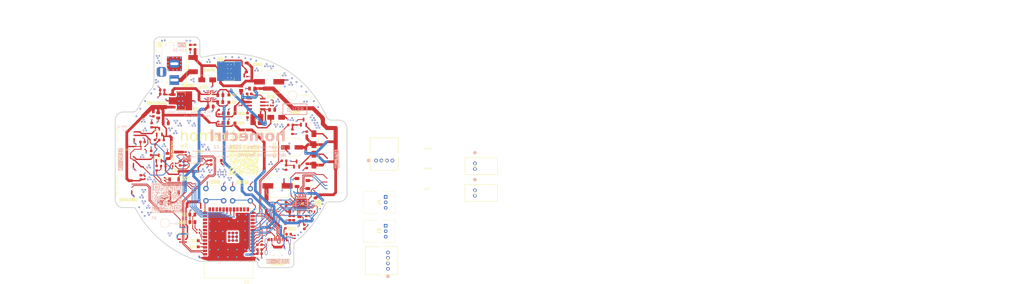
<source format=kicad_pcb>
(kicad_pcb (version 20240108) (generator "pcbnew") (generator_version "8.0")
  (layers (0 "F.Cu" signal) (1 "In1.Cu" signal) (2 "In2.Cu" signal) (31 "B.Cu" signal) (34 "B.Paste" user) (35 "F.Paste" user) (36 "B.SilkS" user "B.Silkscreen") (37 "F.SilkS" user "F.Silkscreen") (38 "B.Mask" user) (39 "F.Mask" user) (44 "Edge.Cuts" user))
  (net 0 "")
  (net 1 "+12V")
  (net 2 "GND")
  (net 3 "Net-(U2-BOOT)")
  (net 4 "Net-(D1-K)")
  (net 5 "Net-(C4-Pad1)")
  (net 6 "Net-(U2-SS)")
  (net 7 "5V-B")
  (net 8 "+5V")
  (net 9 "+3V3")
  (net 10 "5V-U")
  (net 11 "GPIO_0")
  (net 12 "EN")
  (net 13 "Net-(U5-AIN0)")
  (net 14 "Net-(U5-AIN1)")
  (net 15 "SVDD0")
  (net 16 "SVDD1")
  (net 17 "Net-(U8-5VOUT)")
  (net 18 "Net-(U8-CPO)")
  (net 19 "Net-(U8-CPI)")
  (net 20 "Net-(D2-A1)")
  (net 21 "Net-(D3-A)")
  (net 22 "Net-(D4-A)")
  (net 23 "Net-(D5-A)")
  (net 24 "Net-(D6-A)")
  (net 25 "Net-(D8-A)")
  (net 26 "Net-(D9-A)")
  (net 27 "AOUT-0")
  (net 28 "AOUT-1")
  (net 29 "PUMP0-N")
  (net 30 "PUMP1-N")
  (net 31 "Net-(D14-A)")
  (net 32 "Net-(J2-CC1)")
  (net 33 "Net-(J2-CC2)")
  (net 34 "USB_D-")
  (net 36 "USB_D+")
  (net 38 "S3-SCL")
  (net 39 "S3-SDA")
  (net 40 "2A")
  (net 41 "1B")
  (net 42 "2B")
  (net 43 "1A")
  (net 44 "Net-(Q2-Pad1)")
  (net 45 "Net-(Q3-Pad1)")
  (net 46 "Net-(U2-COMP)")
  (net 47 "Net-(U2-ROSC)")
  (net 48 "ADC-RDY")
  (net 49 "SGATE-0")
  (net 50 "Net-(U6-G)")
  (net 51 "Net-(U7-G)")
  (net 52 "SGATE-1")
  (net 53 "PGATE-0")
  (net 54 "PGATE-1")
  (net 55 "Net-(U8-BRB)")
  (net 56 "Net-(U8-BRA)")
  (net 57 "S3-TX")
  (net 58 "S3-RX")
  (net 59 "/ESP32-S3 Breakout/GPIO_14")
  (net 60 "Net-(U1-TXD0)")
  (net 61 "Net-(U1-RXD0)")
  (net 62 "/ESP32-S3 Breakout/GPIO_21")
  (net 63 "/ESP32-S3 Breakout/GPIO_48")
  (net 64 "/ESP32-S3 Breakout/GPIO_47")
  (net 66 "STEP")
  (net 69 "/ESP32-S3 Breakout/GPIO_38")
  (net 75 "ENN")
  (net 76 "DIR")
  (net 86 "Net-(D7-DIN)")
  (net 89 "/ESP32-S3 Breakout/GPIO_09")
  (net 90 "/ESP32-S3 Breakout/GPIO_10")
  (net 91 "/ESP32-S3 Breakout/GPIO_41")
  (net 92 "/ESP32-S3 Breakout/GPIO_42")
  (net 93 "Net-(D3-K)")
  (net 94 "Net-(F1-Pad1)")
  (net 95 "/ESP32-S3 Breakout/GPIO_08")
  (footprint "Capacitor_SMD:C_0805_2012Metric" (layer "F.Cu") (at 146.640001 112.0443 -90)
    (property "Reference" "C30" (hide yes))
    (property "Value" "4.7uF ")
  )
  (footprint "Capacitor_SMD:C_0402_1005Metric" (layer "F.Cu") (at 112.5 91.245 -90)
    (property "Reference" "C20" (hide yes))
    (property "Value" "0.1uF ")
  )
  (footprint "Package_SO:TSSOP-10_3x3mm_P0.5mm" (layer "F.Cu") (at 108.48 89.7)
    (property "Reference" "U5" (hide yes))
    (property "Value" "ADS1115IDGS" (hide yes))
  )
  (footprint "Capacitor_SMD:C_0805_2012Metric" (layer "F.Cu") (at 136.65 71.8)
    (property "Reference" "C6" (hide yes))
    (property "Value" "47uF ")
  )
  (footprint "clipboard:d7d3f97e-8634-446f-a052-60447301ad40" (layer "F.Cu") (at 145.77 66.48)
    (property "Reference" "")
    (property "Value" "")
  )
  (footprint "USBC-CONN:USB_C_DB-108PWB" (layer "F.Cu") (at 138.75 122)
    (property "Reference" "J2" (hide yes))
    (property "Value" "USB_C_Female_USB2_Small")
  )
  (footprint "Capacitor_SMD:C_0603_1608Metric" (layer "F.Cu") (at 128.225 65.945 180)
    (property "Reference" "C3" (hide yes))
    (property "Value" "47 nF ")
  )
  (footprint "LM66100:SC-70-6" (layer "F.Cu") (at 113.99 65.48 180)
    (property "Reference" "U3" (hide yes))
    (property "Value" "ID_LM66100DCKR")
  )
  (footprint "TestPoint:TestPoint_Pad_1.0x1.0mm" (layer "F.Cu") (at 118 90.4)
    (property "Reference" "TP7" (hide yes))
    (property "Value" "TP-GND")
  )
  (footprint "Resistor_SMD:R_0402_1005Metric" (layer "F.Cu") (at 145 118.5 90)
    (property "Reference" "R28" (hide yes))
    (property "Value" "1.5k")
  )
  (footprint "Capacitor_SMD:C_0603_1608Metric" (layer "F.Cu") (at 141.75 106.5 -90)
    (property "Reference" "C29" (hide yes))
    (property "Value" "22nF ")
  )
  (footprint "Capacitor_SMD:C_1206_3216Metric" (layer "F.Cu") (at 97.4 105.87)
    (property "Reference" "C37" (hide yes))
    (property "Value" "10uF ")
  )
  (footprint "Resistor_SMD:R_0603_1608Metric" (layer "F.Cu") (at 94.2 93.215 90)
    (property "Reference" "R17" (hide yes))
    (property "Value" "1k")
  )
  (footprint "Resistor_SMD:R_0603_1608Metric" (layer "F.Cu") (at 117.03 72.633 -90)
    (property "Reference" "R5" (hide yes))
    (property "Value" "4.7K")
  )
  (footprint "Capacitor_SMD:C_0603_1608Metric" (layer "F.Cu") (at 102.82 91.455 -90)
    (property "Reference" "C21" (hide yes))
    (property "Value" "0.1uF ")
  )
  (footprint "Capacitor_SMD:C_0805_2012Metric" (layer "F.Cu") (at 117.56 68.97)
    (property "Reference" "C12" (hide yes))
    (property "Value" "1uF ")
  )
  (footprint "Capacitor_SMD:C_0603_1608Metric" (layer "F.Cu") (at 92.21 87.695 90)
    (property "Reference" "C23" (hide yes))
    (property "Value" "0.1uF ")
  )
  (footprint "Capacitor_SMD:C_0603_1608Metric" (layer "F.Cu") (at 96.295 64.54)
    (property "Reference" "C7" (hide yes))
    (property "Value" "0.47uF ")
  )
  (footprint "LED_SMD:LED_0805_2012Metric" (layer "F.Cu") (at 107.33 110.3)
    (property "Reference" "D9" (hide yes))
    (property "Value" "DEBUG-LED")
  )
  (footprint "Capacitor_SMD:C_0603_1608Metric" (layer "F.Cu") (at 143.100001 111.5693 -90)
    (property "Reference" "C32" (hide yes))
    (property "Value" "0.1uF")
  )
  (footprint "Capacitor_SMD:C_0603_1608Metric" (layer "F.Cu") (at 132 123.15)
    (property "Reference" "C15" (hide yes))
    (property "Value" "0.1uF" (hide yes))
  )
  (footprint "Diode_SMD:D_SMA" (layer "F.Cu") (at 138.145 74.56)
    (property "Reference" "D1" (hide yes))
    (property "Value" "SS24")
  )
  (footprint "Resistor_SMD:R_0402_1005Metric" (layer "F.Cu") (at 110.4 108.4 -90)
    (property "Reference" "R31" (hide yes))
    (property "Value" "10k")
  )
  (footprint "TPS5405DR:SOIC127P599X175-8N" (layer "F.Cu") (at 130.735 69.6)
    (property "Reference" "U2" (hide yes))
    (property "Value" "TPS5405DR")
  )
  (footprint "TPD2E001DRLR:SOT50P160X60-5N" (layer "F.Cu") (at 89.2 85.8)
    (property "Reference" "U9" (hide yes))
    (property "Value" "TPD2E001DRLR")
  )
  (footprint "Resistor_SMD:R_0402_1005Metric" (layer "F.Cu") (at 105 119.89 -90)
    (property "Reference" "R13" (hide yes))
    (property "Value" "4.7k")
  )
  (footprint "Capacitor_SMD:C_0603_1608Metric" (layer "F.Cu") (at 152.390001 103.4343 -90)
    (property "Reference" "C34" (hide yes))
    (property "Value" "0.1uF")
  )
  (footprint "Capacitor_SMD:C_0603_1608Metric" (layer "F.Cu") (at 148.49 114.77 -90)
    (property "Reference" "C27" (hide yes))
    (property "Value" "2.2uF ")
  )
  (footprint "Capacitor_SMD:C_0603_1608Metric" (layer "F.Cu") (at 96.295 66.03)
    (property "Reference" "C10" (hide yes))
    (property "Value" "10uF ")
  )
  (footprint "EEH_ZK1V101XP:CAP_EEHZK1V101XP" (layer "F.Cu") (at 144 85.6 180)
    (property "Reference" "C41" (hide yes))
    (property "Value" "100uF ")
  )
  (footprint "Package_TO_SOT_SMD:SOT-223" (layer "F.Cu") (at 120.82 57.6)
    (property "Reference" "Q1" (hide yes))
    (property "Value" "DMP6023LE-13")
  )
  (footprint "Resistor_SMD:R_0402_1005Metric" (layer "F.Cu") (at 100.65 91.49)
    (property "Reference" "R16" (hide yes))
    (property "Value" "1k" (hide yes))
  )
  (footprint "TestPoint:TestPoint_Pad_1.0x1.0mm" (layer "F.Cu") (at 120.75 69.02 90)
    (property "Reference" "TP3" (hide yes))
    (property "Value" "TP_5V-U")
  )
  (footprint "LM66100:SC-70-6" (layer "F.Cu") (at 113.99 68.09 180)
    (property "Reference" "U4" (hide yes))
    (property "Value" "ID_LM66100DCKR")
  )
  (footprint "Capacitor_SMD:C_0603_1608Metric" (layer "F.Cu") (at 131.99 121.37)
    (property "Reference" "C35" (hide yes))
    (property "Value" "0.1uF " (hide yes))
  )
  (footprint "Resistor_SMD:R_1206_3216Metric" (layer "F.Cu") (at 145.8 98.5 90)
    (property "Reference" "R25" (hide yes))
    (property "Value" "0.11" (hide yes))
  )
  (footprint "S02B_PASK_2:CONN2_S02B-PASK-2_JST" (layer "F.Cu") (at 211.15 101.364599 -90)
    (property "Reference" "J7")
    (property "Value" "PUMP1-CONN")
  )
  (footprint "clipboard:d7d3f97e-8634-446f-a052-60447301ad40" (layer "F.Cu") (at 98.89 113.43)
    (property "Reference" "")
    (property "Value" "")
  )
  (footprint "Diode_SMD:D_SMA" (layer "F.Cu") (at 152 90.12 90)
    (property "Reference" "D12" (hide yes))
    (property "Value" "P0D")
  )
  (footprint "Capacitor_SMD:C_0603_1608Metric" (layer "F.Cu") (at 104.38 91.45 90)
    (property "Reference" "C22" (hide yes))
    (property "Value" "0.1uF " (hide yes))
  )
  (footprint "Resistor_SMD:R_0402_1005Metric" (layer "F.Cu") (at 97.19 97.27 -90)
    (property "Reference" "R30" (hide yes))
    (property "Value" "330")
  )
  (footprint "MPZ2012S221AT000:BEADC2012X105N" (layer "F.Cu") (at 125.25 63.86 -90)
    (property "Reference" "FB1" (hide yes))
    (property "Value" "FerriteBead" (hide yes))
  )
  (footprint "ul_TMC2209:QFN28_5X5_TRI" (layer "F.Cu") (at 147.47 106.32)
    (property "Reference" "U8")
    (property "Value" "TMC2209")
  )
  (footprint "Resistor_SMD:R_0402_1005Metric" (layer "F.Cu") (at 109.46 115.86 180)
    (property "Reference" "R8" (hide yes))
    (property "Value" "47")
  )
  (footprint "IFSC1515AHER100M01:IND_IFSC_1515AH_VIS" (layer "F.Cu") (at 131.0411 75.4)
    (property "Reference" "L1")
    (property "Value" "L")
  )
  (footprint "Resistor_SMD:R_0603_1608Metric" (layer "F.Cu") (at 143.4 77.355)
    (property "Reference" "R23" (hide yes))
    (property "Value" "1k")
  )
  (footprint "0ZCG0260BF2B:FUSER_0ZCG0260BF2B" (layer "F.Cu") (at 107.6 55.2 90)
    (property "Reference" "F1" (hide yes))
    (property "Value" "Polyfuse" (hide yes))
  )
  (footprint "Resistor_SMD:R_0603_1608Metric" (layer "F.Cu") (at 96.66 92.5 180)
    (property "Reference" "R19" (hide yes))
    (property "Value" "10k")
  )
  (footprint "Connector_BarrelJack:BarrelJack_Horizontal" (layer "F.Cu") (at 100.71 60.865 -90)
    (property "Reference" "J1" (hide yes))
    (property "Value" "Barrel_Jack")
  )
  (footprint "Resistor_SMD:R_0402_1005Metric" (layer "F.Cu") (at 109.45 116.95 180)
    (property "Reference" "R7" (hide yes))
    (property "Value" "330")
  )
  (footprint "LED_SMD:LED_WS2812B_PLCC4_5.0x5.0mm_P3.2mm" (layer "F.Cu") (at 100.65 99.82 90)
    (property "Reference" "D7" (hide yes))
    (property "Value" "SYS-LED")
  )
  (footprint "Resistor_SMD:R_0402_1005Metric" (layer "F.Cu") (at 126.89 59.6)
    (property "Reference" "R2" (hide yes))
    (property "Value" "100k")
  )
  (footprint "Resistor_SMD:R_0402_1005Metric" (layer "F.Cu") (at 102.8 119.89 90)
    (property "Reference" "R12" (hide yes))
    (property "Value" "4.7k")
  )
  (footprint "S04B_PASK_2:CONN4_S04B-PASK_JST" (layer "F.Cu") (at 179.200001 130.22 90)
    (property "Reference" "J8")
    (property "Value" "STEP-CONN")
  )
  (footprint "S04B_PASK_2:CONN4_S04B-PASK_JST" (layer "F.Cu") (at 174.836852 90.445301)
    (property "Reference" "J5")
    (property "Value" "ALS_CONN")
  )
  (footprint "Capacitor_SMD:C_0805_2012Metric" (layer "F.Cu") (at 129.3 64)
    (property "Reference" "C2" (hide yes))
    (property "Value" "10uF ")
  )
  (footprint "S02B_PASK_2:CONN2_S02B-PASK-2_JST" (layer "F.Cu") (at 211.15 91.499999 -90)
    (property "Reference" "J6")
    (property "Value" "PUMP0-CONN")
  )
  (footprint "TestPoint:TestPoint_Pad_1.0x1.0mm" (layer "F.Cu") (at 109.5 122.15 180)
    (property "Reference" "TP1" (hide yes))
    (property "Value" "TX")
  )
  (footprint "Capacitor_SMD:C_0805_2012Metric" (layer "F.Cu") (at 98.19 88.78 90)
    (property "Reference" "C25" (hide yes))
    (property "Value" "10uF " (hide yes))
  )
  (footprint "TestPoint:TestPoint_Pad_1.0x1.0mm" (layer "F.Cu") (at 123.0575 73.158)
    (property "Reference" "TP4" (hide yes))
    (property "Value" "TP_12V")
  )
  (footprint "TestPoint:TestPoint_Pad_1.0x1.0mm" (layer "F.Cu") (at 109.49 119.87 180)
    (property "Reference" "TP2" (hide yes))
    (property "Value" "RX")
  )
  (footprint "Capacitor_SMD:C_0603_1608Metric" (layer "F.Cu") (at 149.180001 111.5743 90)
    (property "Reference" "C28" (hide yes))
    (property "Value" "0.1uF" (hide yes))
  )
  (footprint "Resistor_SMD:R_0402_1005Metric" (layer "F.Cu") (at 132.94 119.57 -90)
    (property "Reference" "R29" (hide yes))
    (property "Value" "10k" (hide yes))
  )
  (footprint "ESP32-S3-WROOM-1-N16R2:XCVR_ESP32-S3-WROOM-1-N16R2" (layer "F.Cu") (at 120.72 120.89 180)
    (property "Reference" "U1")
    (property "Value" "ESP32-S3-WROOM-1")
  )
  (footprint "QR-CODE:qR" (layer "F.Cu") (at 126.29 90.25)
    (property "Reference" "G***" (hide yes))
    (property "Value" "LOGO" (hide yes))
  )
  (footprint "MountingHole:MountingHole_3.2mm_M3" (layer "F.Cu") (at 144.11 66.49)
    (property "Reference" "H2" (hide yes))
    (property "Value" "MountingHole")
  )
  (footprint "Button_Switch_THT:SW_PUSH_6mm" (layer "F.Cu") (at 112.33 100.72)
    (property "Reference" "SW2" (hide yes))
    (property "Value" "SW_BOOT")
  )
  (footprint "Diode_SMD:D_SMA" (layer "F.Cu") (at 152 82.5825 90)
    (property "Reference" "D13" (hide yes))
    (property "Value" "P1D")
  )
  (footprint "Resistor_SMD:R_1206_3216Metric" (layer "F.Cu") (at 149.75 99.2543 90)
    (property "Reference" "R26" (hide yes))
    (property "Value" "0.11")
  )
  (footprint "ul_SI2301CDS-T1-GE3:TO-236_VIS" (layer "F.Cu") (at 95.009999 89.534)
    (property "Reference" "U6")
    (property "Value" "SI2301")
  )
  (footprint "Resistor_SMD:R_0603_1608Metric" (layer "F.Cu") (at 93.63 83.7 90)
    (property "Reference" "R18" (hide yes))
    (property "Value" "1k" (hide yes))
  )
  (footprint "Diode_SMD:D_SMA" (layer "F.Cu") (at 112.8 60.8)
    (property "Reference" "D2" (hide yes))
    (property "Value" "SMAJ15A")
  )
  (footprint "Resistor_SMD:R_0603_1608Metric" (layer "F.Cu") (at 144.115 79.85 90)
    (property "Reference" "R24" (hide yes))
    (property "Value" "10k")
  )
  (footprint "LIB_S03B-PASK-2_LF__SN_:S03BPASK2LFSN" (layer "F.Cu") (at 178.37 114.4 90)
    (property "Reference" "J3")
    (property "Value" "SMS-CONN-0" (hide yes))
  )
  (footprint "Capacitor_SMD:C_0402_1005Metric" (layer "F.Cu") (at 98.78 104.07)
    (property "Reference" "C36" (hide yes))
    (property "Value" "0.1uF ")
  )
  (footprint "Capacitor_SMD:C_0805_2012Metric" (layer "F.Cu") (at 117.62 66.4)
    (property "Reference" "C11" (hide yes))
    (property "Value" "1uF ")
  )
  (footprint "LED_SMD:LED_0603_1608Metric" (layer "F.Cu") (at 142.7125 117.5)
    (property "Reference" "D14" (hide yes))
    (property "Value" "USB-LED")
  )
  (footprint "Resistor_SMD:R_0402_1005Metric" (layer "F.Cu") (at 100.65 92.47)
    (property "Reference" "R15" (hide yes))
    (property "Value" "1k" (hide yes))
  )
  (footprint "Capacitor_SMD:C_0805_2012Metric" (layer "F.Cu") (at 97.56 76.73)
    (property "Reference" "C26" (hide yes))
    (property "Value" "10uF ")
  )
  (footprint "Resistor_SMD:R_0603_1608Metric" (layer "F.Cu") (at 141.7875 93.025 90)
    (property "Reference" "R22" (hide yes))
    (property "Value" "10k")
  )
  (footprint "Resistor_SMD:R_0402_1005Metric" (layer "F.Cu") (at 125.985 70.175)
    (property "Reference" "R3" (hide yes))
    (property "Value" "100k")
  )
  (footprint "LED_SMD:LED_0805_2012Metric" (layer "F.Cu") (at 107.37 113.05)
    (property "Reference" "D8" (hide yes))
    (property "Value" "WIFI-LED")
  )
  (footprint "Resistor_SMD:R_0603_1608Metric" (layer "F.Cu") (at 96.02 82.9 180)
    (property "Reference" "R20" (hide yes))
    (property "Value" "10k")
  )
  (footprint "Capacitor_SMD:C_0805_2012Metric" (layer "F.Cu") (at 114.05 70.6)
    (property "Reference" "C9" (hide yes))
    (property "Value" "47uF ")
  )
  (footprint "ul_SI2301CDS-T1-GE3:TO-236_VIS" (layer "F.Cu") (at 95.209999 79.834)
    (property "Reference" "U7")
    (property "Value" "SI2301")
  )
  (footprint "EEE_FK1V101P:CAP_EEEFK1V101P" (layer "F.Cu") (at 138.62 99.75)
    (property "Reference" "C33" (hide yes))
    (property "Value" "220uF ")
  )
  (footprint "Resistor_SMD:R_0603_1608Metric" (layer "F.Cu") (at 141.0325 90.545)
    (property "Reference" "R21" (hide yes))
    (property "Value" "1k")
  )
  (footprint "LED_SMD:LED_0805_2012Metric" (layer "F.Cu") (at 119.5325 76.64 180)
    (property "Reference" "D5" (hide yes))
    (property "Value" "3V3-LED")
  )
  (footprint "Capacitor_SMD:C_0603_1608Metric" (layer "F.Cu") (at 89.025 83.6 180)
    (property "Reference" "C14" (hide yes))
    (property "Value" "0.1uF")
  )
  (footprint "EEE_FK1V101P:CAP_EEEFK1V101P" (layer "F.Cu") (at 135.55 61.5)
    (property "Reference" "C1" (hide yes))
    (property "Value" "100uF ")
  )
  (footprint "Package_TO_SOT_SMD:SOT-23" (layer "F.Cu") (at 148.2 76.3375 90)
    (property "Reference" "Q3" (hide yes))
    (property "Value" "AO3400A")
  )
  (footprint "Resistor_SMD:R_0402_1005Metric" (layer "F.Cu") (at 116.955 76.6 -90)
    (property "Reference" "R6" (hide yes))
    (property "Value" "1k")
  )
  (footprint "Resistor_SMD:R_0402_1005Metric" (layer "F.Cu") (at 104.98 87.82 -90)
    (property "Reference" "R14" (hide yes))
    (property "Value" "4.7k")
  )
  (footprint "Capacitor_SMD:C_0402_1005Metric" (layer "F.Cu") (at 137.045 69.72 90)
    (property "Reference" "C4" (hide yes))
    (property "Value" "3.3nF " (hide yes))
  )
  (footprint "Package_TO_SOT_SMD:SOT-23" (layer "F.Cu") (at 145.6325 91.745 90)
    (property "Reference" "Q2" (hide yes))
    (property "Value" "AO3400A")
  )
  (footprint "Resistor_SMD:R_0603_1608Metric" (layer "F.Cu") (at 135.75 116 90)
    (property "Reference" "R10" (hide yes))
    (property "Value" "5.1k")
  )
  (footprint "TestPoint:TestPoint_Pad_1.0x1.0mm" (layer "F.Cu") (at 120.76 66.35 90)
    (property "Reference" "TP6" (hide yes))
    (property "Value" "TP-5V-B")
  )
  (footprint "Capacitor_SMD:C_0603_1608Metric" (layer "F.Cu") (at 93 73.425 90)
    (property "Reference" "C13" (hide yes))
    (property "Value" "0.1uF ")
  )
  (footprint "Capacitor_SMD:C_0805_2012Metric" (layer "F.Cu") (at 94.8 73.85 90)
    (property "Reference" "C8" (hide yes))
    (property "Value" "22uF ")
  )
  (footprint "Diode_SMD:D_SOD-123" (layer "F.Cu") (at 127.18 56.27 -90)
    (property "Reference" "D3" (hide yes))
    (property "Value" "D_Zener")
  )
  (footprint "Capacitor_SMD:C_0603_1608Metric" (layer "F.Cu") (at 127.6 73.8 90)
    (property "Reference" "C5" (hide yes))
    (property "Value" "47nF " (hide yes))
  )
  (footprint "LIB_S03B-PASK-2_LF__SN_:S03BPASK2LFSN" (layer "F.Cu") (at 178.37 103.8 90)
    (property "Reference" "J4")
    (property "Value" "SMS-CONN-1" (hide yes))
  )
  (footprint "Capacitor_SMD:C_0402_1005Metric" (layer "F.Cu") (at 89.865 96.64 90)
    (property "Reference" "C18" (hide yes))
    (property "Value" "0.1uF ")
  )
  (footprint "Capacitor_SMD:C_0603_1608Metric" (layer "F.Cu") (at 149.4 92.4 -90)
    (property "Reference" "C43" (hide yes))
    (property "Value" "0.1uF")
  )
  (footprint "Capacitor_SMD:C_0603_1608Metric" (layer "F.Cu") (at 144.600001 111.5693 -90)
    (property "Reference" "C31" (hide yes))
    (property "Value" "0.1uF")
  )
  (footprint "Resistor_SMD:R_0402_1005Metric" (layer "F.Cu") (at 151.720001 109.1343)
    (property "Reference" "R27" (hide yes))
    (property "Value" "1k")
  )
  (footprint "Capacitor_SMD:C_0603_1608Metric" (layer "F.Cu") (at 149.4 80.6 90)
    (property "Reference" "C42" (hide yes))
    (property "Value" "0.1uF")
  )
  (footprint "Button_Switch_THT:SW_PUSH_6mm" (layer "F.Cu") (at 122.14 100.75)
    (property "Reference" "SW1" (hide yes))
    (property "Value" "SW_RESET")
  )
  (footprint "TestPoint:TestPoint_Pad_1.0x1.0mm" (layer "F.Cu") (at 122.96 76.67)
    (property "Reference" "TP5" (hide yes))
    (property "Value" "TP_3V3")
  )
  (footprint "LED_SMD:LED_0603_1608Metric" (layer "F.Cu") (at 106.58 48.7325 90)
    (property "Reference" "D6" (hide yes))
    (property "Value" "BUCK-LED" (hide yes))
  )
  (footprint "Resistor_SMD:R_0603_1608Metric" (layer "F.Cu") (at 108.33 48.745 -90)
    (property "Reference" "R4" (hide yes))
    (property "Value" "4.7K")
  )
  (footprint "Resistor_SMD:R_0402_1005Metric" (layer "F.Cu") (at 135.565 70.2)
    (property "Reference" "R1" (hide yes))
    (property "Value" "15k")
  )
  (footprint "Resistor_SMD:R_0603_1608Metric" (layer "F.Cu") (at 141.5 114.5 90)
    (property "Reference" "R11" (hide yes))
    (property "Value" "5.1k")
  )
  (footprint "Capacitor_SMD:C_0603_1608Metric" (layer "F.Cu") (at 114.25 91.13 -90)
    (property "Reference" "C19" (hide yes))
    (property "Value" "10uF ")
  )
  (footprint "Capacitor_SMD:C_0603_1608Metric" (layer "F.Cu") (at 88.395 96.615 90)
    (property "Reference" "C17" (hide yes))
    (property "Value" "10uF ")
  )
  (footprint "MountingHole:MountingHole_3.2mm_M3" (layer "F.Cu") (at 97.24 113.43)
    (property "Reference" "H1" (hide yes))
    (property "Value" "MountingHole")
  )
  (footprint "LED_SMD:LED_0805_2012Metric" (layer "F.Cu") (at 119.62 73.108 180)
    (property "Reference" "D4" (hide yes))
    (property "Value" "12V-LED")
  )
  (footprint "Capacitor_SMD:C_0603_1608Metric" (layer "F.Cu") (at 132 124.66)
    (property "Reference" "C16" (hide yes))
    (property "Value" "10uF ")
  )
  (footprint "LM3940IMP-3.3_NOPB:VREG_LM3940IMP-3.3_NOPB" (layer "F.Cu") (at 103.005 68.51)
    (property "Reference" "VR1" (hide yes))
    (property "Value" "LM3940IMP-3.3_NOPB")
  )
  (footprint "Capacitor_SMD:C_0603_1608Metric" (layer "F.Cu") (at 92.39 77.445 90)
    (property "Reference" "C24" (hide yes))
    (property "Value" "0.1uF ")
  )
  (footprint "clipboard:d7d3f97e-8634-446f-a052-60447301ad40" (layer "B.Cu") (at 95.59 113.43 180)
    (property "Reference" "")
    (property "Value" "")
  )
  (footprint "clipboard:d7d3f97e-8634-446f-a052-60447301ad40" (layer "B.Cu") (at 142.46 66.51 180)
    (property "Reference" "")
    (property "Value" "")
  )
  (gr_rect (start 94.956 104.268637) (end 95.315727 104.628364) (stroke (width -0.000001)) (fill solid) (layer "B.SilkS"))
  (gr_rect (start 100.544 102.522387) (end 100.903727 102.882114) (stroke (width -0.000001)) (fill solid) (layer "B.SilkS"))
  (gr_rect (start 98.79775 106.364136) (end 99.157477 106.723864) (stroke (width -0.000001)) (fill solid) (layer "B.SilkS"))
  (gr_rect (start 93.569477 99.728387) (end 94.617228 100.776137) (stroke (width -0.000001)) (fill solid) (layer "B.SilkS"))
  (gr_rect (start 99.8455 105.316387) (end 100.205227 105.676114) (stroke (width -0.000001)) (fill solid) (layer "B.SilkS"))
  (gr_line (start 101.06462 113.59) (end 98.88462 113.59) (stroke (width 0.1)) (layer "B.SilkS"))
  (gr_rect (start 95.654501 102.173137) (end 96.014227 102.532864) (stroke (width -0.000001)) (fill solid) (layer "B.SilkS"))
  (gr_rect (start 96.00375 104.617887) (end 96.363478 104.977614) (stroke (width -0.000001)) (fill solid) (layer "B.SilkS"))
  (gr_rect (start 96.00375 102.173137) (end 96.363478 102.532864) (stroke (width -0.000001)) (fill solid) (layer "B.SilkS"))
  (gr_rect (start 100.89325 106.014887) (end 101.252977 106.374613) (stroke (width -0.000001)) (fill solid) (layer "B.SilkS"))
  (gr_rect (start 98.79775 104.617887) (end 99.157477 104.977614) (stroke (width -0.000001)) (fill solid) (layer "B.SilkS"))
  (gr_rect (start 97.75 100.426887) (end 98.109728 100.786614) (stroke (width -0.000001)) (fill solid) (layer "B.SilkS"))
  (gr_rect (start 93.908251 107.761137) (end 94.267977 108.120863) (stroke (width -0.000001)) (fill solid) (layer "B.SilkS"))
  (gr_rect (start 100.89325 103.570137) (end 101.252977 103.929864) (stroke (width -0.000001)) (fill solid) (layer "B.SilkS"))
  (gr_rect (start 94.606751 108.459637) (end 94.966478 108.819363) (stroke (width -0.000001)) (fill solid) (layer "B.SilkS"))
  (gr_rect (start 101.2425 103.220887) (end 101.602227 103.580614) (stroke (width -0.000001)) (fill solid) (layer "B.SilkS"))
  (gr_rect (start 94.606751 107.411886) (end 94.966478 107.771614) (stroke (width -0.000001)) (fill solid) (layer "B.SilkS"))
  (gr_rect (start 99.49625 106.364136) (end 99.855977 106.723864) (stroke (width -0.000001)) (fill solid) (layer "B.SilkS"))
  (gr_rect (start 98.09925 105.665636) (end 98.458977 106.025364) (stroke (width -0.000001)) (fill solid) (layer "B.SilkS"))
  (gr_rect (start 102.6395 104.268637) (end 102.999227 104.628364) (stroke (width -0.000001)) (fill solid) (layer "B.SilkS"))
  (gr_rect (start 96.70225 107.761137) (end 97.061977 108.120863) (stroke (width -0.000001)) (fill solid) (layer "B.SilkS"))
  (gr_rect (start 94.2575 108.808886) (end 94.617228 109.168613) (stroke (width -0.000001)) (fill solid) (layer "B.SilkS"))
  (gr_rect (start 97.75 101.474637) (end 98.109728 101.834364) (stroke (width -0.000001)) (fill solid) (layer "B.SilkS"))
  (gr_rect (start 97.0515 107.062636) (end 97.411227 107.422363) (stroke (width -0.000001)) (fill solid) (layer "B.SilkS"))
  (gr_rect (start 96.00375 106.713387) (end 96.363478 107.073114) (stroke (width -0.000001)) (fill solid) (layer "B.SilkS"))
  (gr_rect (start 98.4485 104.617887) (end 98.808227 104.977614) (stroke (width -0.000001)) (fill solid) (layer "B.SilkS"))
  (gr_rect (start 94.2575 107.062636) (end 94.617228 107.422363) (stroke (width -0.000001)) (fill solid) (layer "B.SilkS"))
  (gr_rect (start 92.860501 103.570137) (end 93.220228 103.929864) (stroke (width -0.000001)) (fill solid) (layer "B.SilkS"))
  (gr_rect (start 96.70225 104.617887) (end 97.061977 104.977614) (stroke (width -0.000001)) (fill solid) (layer "B.SilkS"))
  (gr_rect (start 98.4485 101.125387) (end 98.808227 101.485114) (stroke (width -0.000001)) (fill solid) (layer "B.SilkS"))
  (gr_rect (start 96.70225 102.173137) (end 97.061977 102.532864) (stroke (width -0.000001)) (fill solid) (layer "B.SilkS"))
  (gr_rect (start 96.353 100.776137) (end 96.712727 101.135864) (stroke (width -0.000001)) (fill solid) (layer "B.SilkS"))
  (gr_rect (start 99.8455 100.426887) (end 100.205227 100.786614) (stroke (width -0.000001)) (fill solid) (layer "B.SilkS"))
  (gr_rect (start 94.956 105.316387) (end 95.315727 105.676114) (stroke (width -0.000001)) (fill solid) (layer "B.SilkS"))
  (gr_rect (start 101.59175 104.268637) (end 101.951477 104.628364) (stroke (width -0.000001)) (fill solid) (layer "B.SilkS"))
  (gr_rect (start 92.860501 107.411886) (end 93.220228 107.771614) (stroke (width -0.000001)) (fill solid) (layer "B.SilkS"))
  (gr_rect (start 99.8455 106.364136) (end 100.205227 106.723864) (stroke (width -0.000001)) (fill solid) (layer "B.SilkS"))
  (gr_rect (start 94.2575 103.570137) (end 94.617228 103.929864) (stroke (width -0.000001)) (fill solid) (layer "B.SilkS"))
  (gr_rect (start 99.147 104.967137) (end 99.506727 105.326864) (stroke (width -0.000001)) (fill solid) (layer "B.SilkS"))
  (gr_rect (start 98.09925 100.077637) (end 98.458977 100.437364) (stroke (width -0.000001)) (fill solid) (layer "B.SilkS"))
  (gr_rect (start 102.6395 104.967137) (end 102.999227 105.326864) (stroke (width -0.000001)) (fill solid) (layer "B.SilkS"))
  (gr_rect (start 97.0515 105.316387) (end 97.411227 105.676114) (stroke (width -0.000001)) (fill solid) (layer "B.SilkS"))
  (gr_rect (start 92.860501 107.761137) (end 93.220228 108.120863) (stroke (width -0.000001)) (fill solid) (layer "B.SilkS"))
  (gr_rect (start 95.30525 105.665636) (end 95.664978 106.025364) (stroke (width -0.000001)) (fill solid) (layer "B.SilkS"))
  (gr_rect (start 101.941 102.871637) (end 102.300727 103.231364) (stroke (width -0.000001)) (fill solid) (layer "B.SilkS"))
  (gr_rect (start 101.59175 106.014887) (end 101.951477 106.374613) (stroke (width -0.000001)) (fill solid) (layer "B.SilkS"))
  (gr_rect (start 96.353 108.110386) (end 96.712727 108.470114) (stroke (width -0.000001)) (fill solid) (layer "B.SilkS"))
  (gr_rect (start 94.2575 105.316387) (end 94.617228 105.676114) (stroke (width -0.000001)) (fill solid) (layer "B.SilkS"))
  (gr_rect (start 93.559 104.967137) (end 93.918728 105.326864) (stroke (width -0.000001)) (fill solid) (layer "B.SilkS"))
  (gr_rect (start 97.0515 99.728387) (end 97.411227 100.088114) (stroke (width -0.000001)) (fill solid) (layer "B.SilkS"))
  (gr_rect (start 100.544 101.823887) (end 100.903727 102.183614) (stroke (width -0.000001)) (fill solid) (layer "B.SilkS"))
  (gr_poly (pts (xy 100.554477 101.474637) (xy 102.999227 101.474637) (xy 102.999227 101.125387) (xy 102.649977 101.125387) (xy 100.903727 101.125387) (xy 100.903727 99.379137) (xy 102.649977 99.379137) (xy 102.649977 101.125387) (xy 102.999227 101.125387) (xy 102.999227 99.029887) (xy 100.554477 99.029887)) (stroke (width -0.000001)) (fill solid) (layer "B.SilkS"))
  (gr_rect (start 96.00375 102.871637) (end 96.363478 103.231364) (stroke (width -0.000001)) (fill solid) (layer "B.SilkS"))
  (gr_rect (start 98.79775 102.173137) (end 99.157477 102.532864) (stroke (width -0.000001)) (fill solid) (layer "B.SilkS"))
  (gr_rect (start 102.29025 104.268637) (end 102.649977 104.628364) (stroke (width -0.000001)) (fill solid) (layer "B.SilkS"))
  (gr_rect (start 93.209751 106.364136) (end 93.569477 106.723864) (stroke (width -0.000001)) (fill solid) (layer "B.SilkS"))
  (gr_rect (start 98.79775 102.522387) (end 99.157477 102.882114) (stroke (width -0.000001)) (fill solid) (layer "B.SilkS"))
  (gr_rect (start 100.544 103.220887) (end 100.903727 103.580614) (stroke (width -0.000001)) (fill solid) (layer "B.SilkS"))
  (gr_rect (start 94.2575 104.268637) (end 94.617228 104.628364) (stroke (width -0.000001)) (fill solid) (layer "B.SilkS"))
  (gr_rect (start 99.147 106.364136) (end 99.506727 106.723864) (stroke (width -0.000001)) (fill solid) (layer "B.SilkS"))
  (gr_rect (start 98.09925 99.029887) (end 98.458977 99.389614) (stroke (width -0.000001)) (fill solid) (layer "B.SilkS"))
  (gr_rect (start 96.00375 106.014887) (end 96.363478 106.374613) (stroke (width -0.000001)) (fill solid) (layer "B.SilkS"))
  (gr_rect (start 93.908251 102.871637) (end 94.267977 103.231364) (stroke (width -0.000001)) (fill solid) (layer "B.SilkS"))
  (gr_rect (start 95.654501 108.110386) (end 96.014227 108.470114) (stroke (width -0.000001)) (fill solid) (layer "B.SilkS"))
  (gr_rect (start 99.49625 103.220887) (end 99.855977 103.580614) (stroke (width -0.000001)) (fill solid) (layer "B.SilkS"))
  (gr_rect (start 97.0515 101.125387) (end 97.411227 101.485114) (stroke (width -0.000001)) (fill solid) (layer "B.SilkS"))
  (gr_rect (start 98.09925 103.220887) (end 98.458977 103.580614) (stroke (width -0.000001)) (fill solid) (layer "B.SilkS"))
  (gr_rect (start 96.70225 101.823887) (end 97.061977 102.183614) (stroke (width -0.000001)) (fill solid) (layer "B.SilkS"))
  (gr_rect (start 93.559 101.823887) (end 93.918728 102.183614) (stroke (width -0.000001)) (fill solid) (layer "B.SilkS"))
  (gr_rect (start 92.860501 106.364136) (end 93.220228 106.723864) (stroke (width -0.000001)) (fill solid) (layer "B.SilkS"))
  (gr_rect (start 94.956 108.110386) (end 95.315727 108.470114) (stroke (width -0.000001)) (fill solid) (layer "B.SilkS"))
  (gr_rect (start 96.00375 108.110386) (end 96.363478 108.470114) (stroke (width -0.000001)) (fill solid) (layer "B.SilkS"))
  (gr_rect (start 97.75 107.062636) (end 98.109728 107.422363) (stroke (width -0.000001)) (fill solid) (layer "B.SilkS"))
  (gr_rect (start 99.147 108.110386) (end 99.506727 108.470114) (stroke (width -0.000001)) (fill solid) (layer "B.SilkS"))
  (gr_rect (start 98.79775 99.728387) (end 99.157477 100.088114) (stroke (width -0.000001)) (fill solid) (layer "B.SilkS"))
  (gr_rect (start 98.09925 101.823887) (end 98.458977 102.183614) (stroke (width -0.000001)) (fill solid) (layer "B.SilkS"))
  (gr_rect (start 95.654501 104.268637) (end 96.014227 104.628364) (stroke (width -0.000001)) (fill solid) (layer "B.SilkS"))
  (gr_rect (start 94.956 103.570137) (end 95.315727 103.929864) (stroke (width -0.000001)) (fill solid) (layer "B.SilkS"))
  (gr_rect (start 98.79775 104.268637) (end 99.157477 104.628364) (stroke (width -0.000001)) (fill solid) (layer "B.SilkS"))
  (gr_rect (start 97.75 99.728387) (end 98.109728 100.088114) (stroke (width -0.000001)) (fill solid) (layer "B.SilkS"))
  (gr_rect (start 97.0515 102.871637) (end 97.411227 103.231364) (stroke (width -0.000001)) (fill solid) (layer "B.SilkS"))
  (gr_line (start 101.06462 114.045) (end 101.06462 113.135) (stroke (width 0.1)) (layer "B.SilkS"))
  (gr_rect (start 96.00375 103.570137) (end 96.363478 103.929864) (stroke (width -0.000001)) (fill solid) (layer "B.SilkS"))
  (gr_line (start 141.435 87) (end 107.364999 87) (stroke (width 0.2)) (layer "B.SilkS"))
  (gr_rect (start 96.00375 103.220887) (end 96.363478 103.580614) (stroke (width -0.000001)) (fill solid) (layer "B.SilkS"))
  (gr_rect (start 99.147 101.125387) (end 99.506727 101.485114) (stroke (width -0.000001)) (fill solid) (layer "B.SilkS"))
  (gr_rect (start 96.70225 102.522387) (end 97.061977 102.882114) (stroke (width -0.000001)) (fill solid) (layer "B.SilkS"))
  (gr_rect (start 100.544 104.617887) (end 100.903727 104.977614) (stroke (width -0.000001)) (fill solid) (layer "B.SilkS"))
  (gr_rect (start 97.0515 104.967137) (end 97.411227 105.326864) (stroke (width -0.000001)) (fill solid) (layer "B.SilkS"))
  (gr_rect (start 94.2575 102.173137) (end 94.617228 102.532864) (stroke (width -0.000001)) (fill solid) (layer "B.SilkS"))
  (gr_rect (start 101.252977 99.728387) (end 102.300727 100.776137) (stroke (width -0.000001)) (fill solid) (layer "B.SilkS"))
  (gr_rect (start 140.58 69.6) (end 149.42 73.52) (stroke (width 0.35)) (fill none) (layer "B.SilkS"))
  (gr_rect (start 100.544 105.316387) (end 100.903727 105.676114) (stroke (width -0.000001)) (fill solid) (layer "B.SilkS"))
  (gr_rect (start 100.544 106.014887) (end 100.903727 106.374613) (stroke (width -0.000001)) (fill solid) (layer "B.SilkS"))
  (gr_rect (start 101.941 105.665636) (end 102.300727 106.025364) (stroke (width -0.000001)) (fill solid) (layer "B.SilkS"))
  (gr_rect (start 93.559 107.761137) (end 93.918728 108.120863) (stroke (width -0.000001)) (fill solid) (layer "B.SilkS"))
  (gr_rect (start 93.908251 103.919386) (end 94.267977 104.279114) (stroke (width -0.000001)) (fill solid) (layer "B.SilkS"))
  (gr_rect (start 95.654501 100.426887) (end 96.014227 100.786614) (stroke (width -0.000001)) (fill solid) (layer "B.SilkS"))
  (gr_rect (start 93.209751 105.665636) (end 93.569477 106.025364) (stroke (width -0.000001)) (fill solid) (layer "B.SilkS"))
  (gr_rect (start 95.30525 107.411886) (end 95.664978 107.771614) (stroke (width -0.000001)) (fill solid) (layer "B.SilkS"))
  (gr_rect (start 93.209751 107.761137) (end 93.569477 108.120863) (stroke (width -0.000001)) (fill solid) (layer "B.SilkS"))
  (gr_rect (start 94.956 106.014887) (end 95.315727 106.374613) (stroke (width -0.000001)) (fill solid) (layer "B.SilkS"))
  (gr_rect (start 95.654501 99.728387) (end 96.014227 100.088114) (stroke (width -0.000001)) (fill solid) (layer "B.SilkS"))
  (gr_rect (start 99.49625 100.426887) (end 99.855977 100.786614) (stroke (width -0.000001)) (fill solid) (layer "B.SilkS"))
  (gr_rect (start 99.8455 99.728387) (end 100.205227 100.088114) (stroke (width -0.000001)) (fill solid) (layer "B.SilkS"))
  (gr_rect (start 98.79775 107.761137) (end 99.157477 108.120863) (stroke (width -0.000001)) (fill solid) (layer "B.SilkS"))
  (gr_rect (start 95.30525 104.967137) (end 95.664978 105.326864) (stroke (width -0.000001)) (fill solid) (layer "B.SilkS"))
  (gr_rect (start 95.30525 103.919386) (end 95.664978 104.279114) (stroke (width -0.000001)) (fill solid) (layer "B.SilkS"))
  (gr_rect (start 99.49625 108.808886) (end 99.855977 109.168613) (stroke (width -0.000001)) (fill solid) (layer "B.SilkS"))
  (gr_rect (start 99.147 107.411886) (end 99.506727 107.771614) (stroke (width -0.000001)) (fill solid) (layer "B.SilkS"))
  (gr_rect (start 99.147 99.728387) (end 99.506727 100.088114) (stroke (width -0.000001)) (fill solid) (layer "B.SilkS"))
  (gr_rect (start 98.4485 106.713387) (end 98.808227 107.073114) (stroke (width -0.000001)) (fill solid) (layer "B.SilkS"))
  (gr_rect (start 101.941 103.220887) (end 102.300727 103.580614) (stroke (width -0.000001)) (fill solid) (layer "B.SilkS"))
  (gr_rect (start 97.40075 103.919386) (end 97.760477 104.279114) (stroke (width -0.000001)) (fill solid) (layer "B.SilkS"))
  (gr_rect (start 98.79775 105.316387) (end 99.157477 105.676114) (stroke (width -0.000001)) (fill solid) (layer "B.SilkS"))
  (gr_rect (start 97.40075 106.014887) (end 97.760477 106.374613) (stroke (width -0.000001)) (fill solid) (layer "B.SilkS"))
  (gr_rect (start 97.40075 108.110386) (end 97.760477 108.470114) (stroke (width -0.000001)) (fill solid) (layer "B.SilkS"))
  (gr_rect (start 101.941 104.268637) (end 102.300727 104.628364) (stroke (width -0.000001)) (fill solid) (layer "B.SilkS"))
  (gr_rect (start 99.8455 107.411886) (end 100.205227 107.771614) (stroke (width -0.000001)) (fill solid) (layer "B.SilkS"))
  (gr_rect (start 94.606751 101.823887) (end 94.966478 102.183614) (stroke (width -0.000001)) (fill solid) (layer "B.SilkS"))
  (gr_rect (start 93.559 107.411886) (end 93.918728 107.771614) (stroke (width -0.000001)) (fill solid) (layer "B.SilkS"))
  (gr_rect (start 93.908251 106.364136) (end 94.267977 106.723864) (stroke (width -0.000001)) (fill solid) (layer "B.SilkS"))
  (gr_rect (start 95.654501 107.411886) (end 96.014227 107.771614) (stroke (width -0.000001)) (fill solid) (layer "B.SilkS"))
  (gr_rect (start 102.6395 101.823887) (end 102.999227 102.183614) (stroke (width -0.000001)) (fill solid) (layer "B.SilkS"))
  (gr_rect (start 97.0515 108.110386) (end 97.411227 108.470114) (stroke (width -0.000001)) (fill solid) (layer "B.SilkS"))
  (gr_rect (start 99.49625 101.823887) (end 99.855977 102.183614) (stroke (width -0.000001)) (fill solid) (layer "B.SilkS"))
  (gr_rect (start 98.09925 102.173137) (end 98.458977 102.532864) (stroke (width -0.000001)) (fill solid) (layer "B.SilkS"))
  (gr_rect (start 95.30525 103.570137) (end 95.664978 103.929864) (stroke (width -0.000001)) (fill solid) (layer "B.SilkS"))
  (gr_rect (start 101.59175 105.665636) (end 101.951477 106.025364) (stroke (width -0.000001)) (fill solid) (layer "B.SilkS"))
  (gr_rect (start 96.353 99.728387) (end 96.712727 100.088114) (stroke (width -0.000001)) (fill solid) (layer "B.SilkS"))
  (gr_rect (start 93.908251 104.617887) (end 94.267977 104.977614) (stroke (width -0.000001)) (fill solid) (layer "B.SilkS"))
  (gr_rect (start 97.75 101.125387) (end 98.109728 101.485114) (stroke (width -0.000001)) (fill solid) (layer "B.SilkS"))
  (gr_rect (start 96.70225 106.713387) (end 97.061977 107.073114) (stroke (width -0.000001)) (fill solid) (layer "B.SilkS"))
  (gr_rect (start 95.654501 100.776137) (end 96.014227 101.135864) (stroke (width -0.000001)) (fill solid) (layer "B.SilkS"))
  (gr_rect (start 101.2425 102.522387) (end 101.602227 102.882114) (stroke (width -0.000001)) (fill solid) (layer "B.SilkS"))
  (gr_rect (start 99.8455 108.808886) (end 100.205227 109.168613) (stroke (width -0.000001)) (fill solid) (layer "B.SilkS"))
  (gr_rect (start 99.147 99.029887) (end 99.506727 99.389614) (stroke (width -0.000001)) (fill solid) (layer "B.SilkS"))
  (gr_rect (start 97.0515 103.570137) (end 97.411227 103.929864) (stroke (width -0.000001)) (fill solid) (layer "B.SilkS"))
  (gr_rect (start 96.353 102.173137) (end 96.712727 102.532864) (stroke (width -0.000001)) (fill solid) (layer "B.SilkS"))
  (gr_rect (start 95.654501 107.062636) (end 96.014227 107.422363) (stroke (width -0.000001)) (fill solid) (layer "B.SilkS"))
  (gr_rect (start 102.6395 103.220887) (end 102.999227 103.580614) (stroke (width -0.000001)) (fill solid) (layer "B.SilkS"))
  (gr_rect (start 96.70225 108.808886) (end 97.061977 109.168613) (stroke (width -0.000001)) (fill solid) (layer "B.SilkS"))
  (gr_rect (start 99.49625 106.014887) (end 99.855977 106.374613) (stroke (width -0.000001)) (fill solid) (layer "B.SilkS"))
  (gr_rect (start 99.49625 106.713387) (end 99.855977 107.073114) (stroke (width -0.000001)) (fill solid) (layer "B.SilkS"))
  (gr_rect (start 97.75 102.871637) (end 98.109728 103.231364) (stroke (width -0.000001)) (fill solid) (layer "B.SilkS"))
  (gr_poly (pts (xy 100.554477 109.158136) (xy 102.999227 109.158136) (xy 102.999227 108.808886) (xy 102.649977 108.808886) (xy 100.903727 108.808886) (xy 100.903727 107.062636) (xy 102.649977 107.062636) (xy 102.649977 108.808886) (xy 102.999227 108.808886) (xy 102.999227 106.713387) (xy 100.554477 106.713387)) (stroke (width -0.000001)) (fill solid) (layer "B.SilkS"))
  (gr_rect (start 99.49625 99.029887) (end 99.855977 99.389614) (stroke (width -0.000001)) (fill solid) (layer "B.SilkS"))
  (gr_rect (start 94.606751 102.173137) (end 94.966478 102.532864) (stroke (width -0.000001)) (fill solid) (layer "B.SilkS"))
  (gr_rect (start 97.75 104.268637) (end 98.109728 104.628364) (stroke (width -0.000001)) (fill solid) (layer "B.SilkS"))
  (gr_rect (start 97.40075 104.617887) (end 97.760477 104.977614) (stroke (width -0.000001)) (fill solid) (layer "B.SilkS"))
  (gr_rect (start 97.0515 103.220887) (end 97.411227 103.580614) (stroke (width -0.000001)) (fill solid) (layer "B.SilkS"))
  (gr_rect (start 94.2575 101.823887) (end 94.617228 102.183614) (stroke (width -0.000001)) (fill solid) (layer "B.SilkS"))
  (gr_rect (start 95.654501 107.761137) (end 96.014227 108.120863) (stroke (width -0.000001)) (fill solid) (layer "B.SilkS"))
  (gr_rect (start 102.6395 106.014887) (end 102.999227 106.374613) (stroke (width -0.000001)) (fill solid) (layer "B.SilkS"))
  (gr_rect (start 100.19475 104.268637) (end 100.554477 104.628364) (stroke (width -0.000001)) (fill solid) (layer "B.SilkS"))
  (gr_rect (start 94.956 102.173137) (end 95.315727 102.532864) (stroke (width -0.000001)) (fill solid) (layer "B.SilkS"))
  (gr_rect (start 98.79775 105.665636) (end 99.157477 106.025364) (stroke (width -0.000001)) (fill solid) (layer "B.SilkS"))
  (gr_rect (start 93.908251 106.713387) (end 94.267977 107.073114) (stroke (width -0.000001)) (fill solid) (layer "B.SilkS"))
  (gr_rect (start 93.908251 108.110386) (end 94.267977 108.470114) (stroke (width -0.000001)) (fill solid) (layer "B.SilkS"))
  (gr_rect (start 94.606751 106.014887) (end 94.966478 106.374613) (stroke (width -0.000001)) (fill solid) (layer "B.SilkS"))
  (gr_rect (start 101.2425 102.871637) (end 101.602227 103.231364) (stroke (width -0.000001)) (fill solid) (layer "B.SilkS"))
  (gr_rect (start 92.5675 98.803614) (end 103.3175 109.553614) (stroke (width 0.2)) (fill none) (layer "B.SilkS"))
  (gr_rect (start 95.654501 106.713387) (end 96.014227 107.073114) (stroke (width -0.000001)) (fill solid) (layer "B.SilkS"))
  (gr_rect (start 101.941 101.823887) (end 102.300727 102.183614) (stroke (width -0.000001)) (fill solid) (layer "B.SilkS"))
  (gr_rect (start 94.2575 103.919386) (end 94.617228 104.279114) (stroke (width -0.000001)) (fill solid) (layer "B.SilkS"))
  (gr_rect (start 102.6395 105.316387) (end 102.999227 105.676114) (stroke (width -0.000001)) (fill solid) (layer "B.SilkS"))
  (gr_rect (start 101.59175 101.823887) (end 101.951477 102.183614) (stroke (width -0.000001)) (fill solid) (layer "B.SilkS"))
  (gr_rect (start 100.544 103.919386) (end 100.903727 104.279114) (stroke (width -0.000001)) (fill solid) (layer "B.SilkS"))
  (gr_rect (start 102.29025 103.220887) (end 102.649977 103.580614) (stroke (width -0.000001)) (fill solid) (layer "B.SilkS"))
  (gr_rect (start 97.40075 100.776137) (end 97.760477 101.135864) (stroke (width -0.000001)) (fill solid) (layer "B.SilkS"))
  (gr_rect (start 96.353 106.364136) (end 96.712727 106.723864) (stroke (width -0.000001)) (fill solid) (layer "B.SilkS"))
  (gr_rect (start 97.0515 105.665636) (end 97.411227 106.025364) (stroke (width -0.000001)) (fill solid) (layer "B.SilkS"))
  (gr_rect (start 97.0515 106.364136) (end 97.411227 106.723864) (stroke (width -0.000001)) (fill solid) (layer "B.SilkS"))
  (gr_rect (start 101.2425 104.268637) (end 101.602227 104.628364) (stroke (width -0.000001)) (fill solid) (layer "B.SilkS"))
  (gr_rect (start 95.654501 99.379137) (end 96.014227 99.738864) (stroke (width -0.000001)) (fill solid) (layer "B.SilkS"))
  (gr_rect (start 97.75 102.173137) (end 98.109728 102.532864) (stroke (width -0.000001)) (fill solid) (layer "B.SilkS"))
  (gr_rect (start 96.353 106.014887) (end 96.712727 106.374613) (stroke (width -0.000001)) (fill solid) (layer "B.SilkS"))
  (gr_rect (start 95.654501 103.919386) (end 96.014227 104.279114) (stroke (width -0.000001)) (fill solid) (layer "B.SilkS"))
  (gr_rect (start 100.89325 103.919386) (end 101.252977 104.279114) (stroke (width -0.000001)) (fill solid) (layer "B.SilkS"))
  (gr_rect (start 96.70225 105.316387) (end 97.061977 105.676114) (stroke (width -0.000001)) (fill solid) (layer "B.SilkS"))
  (gr_rect (start 96.353 105.316387) (end 96.712727 105.676114) (stroke (width -0.000001)) (fill solid) (layer "B.SilkS"))
  (gr_rect (start 96.00375 100.426887) (end 96.363478 100.786614) (stroke (width -0.000001)) (fill solid) (layer "B.SilkS"))
  (gr_rect (start 94.606751 104.617887) (end 94.966478 104.977614) (stroke (width -0.000001)) (fill solid) (layer "B.SilkS"))
  (gr_rect (start 97.75 101.823887) (end 98.109728 102.183614) (stroke (width -0.000001)) (fill solid) (layer "B.SilkS"))
  (gr_rect (start 97.40075 99.379137) (end 97.760477 99.738864) (stroke (width -0.000001)) (fill solid) (layer "B.SilkS"))
  (gr_rect (start 98.4485 108.808886) (end 98.808227 109.168613) (stroke (width -0.000001)) (fill solid) (layer "B.SilkS"))
  (gr_rect (start 97.40075 102.871637) (end 97.760477 103.231364) (stroke (width -0.000001)) (fill solid) (layer "B.SilkS"))
  (gr_rect (start 98.4485 106.014887) (end 98.808227 106.374613) (stroke (width -0.000001)) (fill solid) (layer "B.SilkS"))
  (gr_rect (start 96.353 103.220887) (end 96.712727 103.580614) (stroke (width -0.000001)) (fill solid) (layer "B.SilkS"))
  (gr_rect (start 96.00375 107.761137) (end 96.363478 108.120863) (stroke (width -0.000001)) (fill solid) (layer "B.SilkS"))
  (gr_rect (start 99.8455 107.062636) (end 100.205227 107.422363) (stroke (width -0.000001)) (fill solid) (layer "B.SilkS"))
  (gr_rect (start 96.353 100.426887) (end 96.712727 100.786614) (stroke (width -0.000001)) (fill solid) (layer "B.SilkS"))
  (gr_rect (start 98.09925 105.316387) (end 98.458977 105.676114) (stroke (width -0.000001)) (fill solid) (layer "B.SilkS"))
  (gr_rect (start 99.147 100.426887) (end 99.506727 100.786614) (stroke (width -0.000001)) (fill solid) (layer "B.SilkS"))
  (gr_rect (start 96.00375 104.268637) (end 96.363478 104.628364) (stroke (width -0.000001)) (fill solid) (layer "B.SilkS"))
  (gr_rect (start 98.4485 102.173137) (end 98.808227 102.532864) (stroke (width -0.000001)) (fill solid) (layer "B.SilkS"))
  (gr_rect (start 97.0515 103.919386) (end 97.411227 104.279114) (stroke (width -0.000001)) (fill solid) (layer "B.SilkS"))
  (gr_rect (start 100.89325 103.220887) (end 101.252977 103.580614) (stroke (width -0.000001)) (fill solid) (layer "B.SilkS"))
  (gr_rect (start 96.70225 106.014887) (end 97.061977 106.374613) (stroke (width -0.000001)) (fill solid) (layer "B.SilkS"))
  (gr_rect (start 94.2575 104.967137) (end 94.617228 105.326864) (stroke (width -0.000001)) (fill solid) (layer "B.SilkS"))
  (gr_rect (start 98.79775 101.823887) (end 99.157477 102.183614) (stroke (width -0.000001)) (fill solid) (layer "B.SilkS"))
  (gr_rect (start 95.654501 105.665636) (end 96.014227 106.025364) (stroke (width -0.000001)) (fill solid) (layer "B.SilkS"))
  (gr_rect (start 93.559 103.919386) (end 93.918728 104.279114) (stroke (width -0.000001)) (fill solid) (layer "B.SilkS"))
  (gr_rect (start 99.8455 106.014887) (end 100.205227 106.374613) (stroke (width -0.000001)) (fill solid) (layer "B.SilkS"))
  (gr_rect (start 97.75 100.077637) (end 98.109728 100.437364) (stroke (width -0.000001)) (fill solid) (layer "B.SilkS"))
  (gr_rect (start 94.606751 104.268637) (end 94.966478 104.628364) (stroke (width -0.000001)) (fill solid) (layer "B.SilkS"))
  (gr_rect (start 101.252977 107.411886) (end 102.300727 108.459637) (stroke (width -0.000001)) (fill solid) (layer "B.SilkS"))
  (gr_rect (start 95.654501 106.014887) (end 96.014227 106.374613) (stroke (width -0.000001)) (fill solid) (layer "B.SilkS"))
  (gr_rect (start 94.606751 108.808886) (end 94.966478 109.168613) (stroke (width -0.000001)) (fill solid) (layer "B.SilkS"))
  (gr_rect (start 99.49625 105.316387) (end 99.855977 105.676114) (stroke (width -0.000001)) (fill solid) (layer "B.SilkS"))
  (gr_poly (pts (xy 92.870978 101.474637) (xy 95.315727 101.474637) (xy 95.315727 101.125387) (xy 94.966478 101.125387) (xy 93.220228 101.125387) (xy 93.220228 99.379137) (xy 94.966478 99.379137) (xy 94.966478 101.125387) (xy 95.315727 101.125387) (xy 95.315727 99.029887) (xy 92.870978 99.029887)) (stroke (width -0.000001)) (fill solid) (layer "B.SilkS"))
  (gr_rect (start 98.09925 100.776137) (end 98.458977 101.135864) (stroke (width -0.000001)) (fill solid) (layer "B.SilkS"))
  (gr_rect (start 95.30525 108.459637) (end 95.664978 108.819363) (stroke (width -0.000001)) (fill solid) (layer "B.SilkS"))
  (gr_rect (start 101.941 104.617887) (end 102.300727 104.977614) (stroke (width -0.000001)) (fill solid) (layer "B.SilkS"))
  (gr_rect (start 98.79775 106.014887) (end 99.157477 106.374613) (stroke (width -0.000001)) (fill solid) (layer "B.SilkS"))
  (gr_rect (start 96.353 101.125387) (end 96.712727 101.485114) (stroke (width -0.000001)) (fill solid) (layer "B.SilkS"))
  (gr_rect (start 99.8455 108.110386) (end 100.205227 108.470114) (stroke (width -0.000001)) (fill solid) (layer "B.SilkS"))
  (gr_rect (start 96.00375 104.967137) (end 96.363478 105.326864) (stroke (width -0.000001)) (fill solid) (layer "B.SilkS"))
  (gr_rect (start 99.49625 104.268637) (end 99.855977 104.628364) (stroke (width -0.000001)) (fill solid) (layer "B.SilkS"))
  (gr_rect (start 96.70225 107.411886) (end 97.061977 107.771614) (stroke (width -0.000001)) (fill solid) (layer "B.SilkS"))
  (gr_rect (start 101.941 103.570137) (end 102.300727 103.929864) (stroke (width -0.000001)) (fill solid) (layer "B.SilkS"))
  (gr_rect (start 97.40075 102.522387) (end 97.760477 102.882114) (stroke (width -0.000001)) (fill solid) (layer "B.SilkS"))
  (gr_rect (start 96.353 102.871637) (end 96.712727 103.231364) (stroke (width -0.000001)) (fill solid) (layer "B.SilkS"))
  (gr_rect (start 99.147 102.522387) (end 99.506727 102.882114) (stroke (width -0.000001)) (fill solid) (layer "B.SilkS"))
  (gr_rect (start 97.75 108.459637) (end 98.109728 108.819363) (stroke (width -0.000001)) (fill solid) (layer "B.SilkS"))
  (gr_rect (start 94.606751 103.570137) (end 94.966478 103.929864) (stroke (width -0.000001)) (fill solid) (layer "B.SilkS"))
  (gr_rect (start 98.4485 100.077637) (end 98.808227 100.437364) (stroke (width -0.000001)) (fill solid) (layer "B.SilkS"))
  (gr_rect (start 95.654501 103.570137) (end 96.014227 103.929864) (stroke (width -0.000001)) (fill solid) (layer "B.SilkS"))
  (gr_rect (start 93.908251 101.823887) (end 94.267977 102.183614) (stroke (width -0.000001)) (fill solid) (layer "B.SilkS"))
  (gr_rect (start 101.941 106.014887) (end 102.300727 106.374613) (stroke (width -0.000001)) (fill solid) (layer "B.SilkS"))
  (gr_rect (start 97.0515 102.173137) (end 97.411227 102.532864) (stroke (width -0.000001)) (fill solid) (layer "B.SilkS"))
  (gr_rect (start 94.956 104.967137) (end 95.315727 105.326864) (stroke (width -0.000001)) (fill solid) (layer "B.SilkS"))
  (gr_rect (start 93.559 106.014887) (end 93.918728 106.374613) (stroke (width -0.000001)) (fill solid) (layer "B.SilkS"))
  (gr_rect (start 100.89325 102.173137) (end 101.252977 102.532864) (stroke (width -0.000001)) (fill solid) (layer "B.SilkS"))
  (gr_rect (start 94.606751 104.967137) (end 94.966478 105.326864) (stroke (width -0.000001)) (fill solid) (layer "B.SilkS"))
  (gr_rect (start 97.75 103.570137) (end 98.109728 103.929864) (stroke (width -0.000001)) (fill solid) (layer "B.SilkS"))
  (gr_rect (start 99.147 100.077637) (end 99.506727 100.437364) (stroke (width -0.000001)) (fill solid) (layer "B.SilkS"))
  (gr_rect (start 100.89325 105.665636) (end 101.252977 106.025364) (stroke (width -0.000001)) (fill solid) (layer "B.SilkS"))
  (gr_rect (start 99.49625 99.379137) (end 99.855977 99.738864) (stroke (width -0.000001)) (fill solid) (layer "B.SilkS"))
  (gr_rect (start 92.860501 106.014887) (end 93.220228 106.374613) (stroke (width -0.000001)) (fill solid) (layer "B.SilkS"))
  (gr_rect (start 95.30525 106.014887) (end 95.664978 106.374613) (stroke (width -0.000001)) (fill solid) (layer "B.SilkS"))
  (gr_rect (start 98.4485 100.776137) (end 98.808227 101.135864) (stroke (width -0.000001)) (fill solid) (layer "B.SilkS"))
  (gr_rect (start 92.860501 102.173137) (end 93.220228 102.532864) (stroke (width -0.000001)) (fill solid) (layer "B.SilkS"))
  (gr_rect (start 99.8455 100.077637) (end 100.205227 100.437364) (stroke (width -0.000001)) (fill solid) (layer "B.SilkS"))
  (gr_rect (start 102.6395 105.665636) (end 102.999227 106.025364) (stroke (width -0.000001)) (fill solid) (layer "B.SilkS"))
  (gr_rect (start 101.941 102.522387) (end 102.300727 102.882114) (stroke (width -0.000001)) (fill solid) (layer "B.SilkS"))
  (gr_rect (start 95.30525 104.617887) (end 95.664978 104.977614) (stroke (width -0.000001)) (fill solid) (layer "B.SilkS"))
  (gr_rect (start 94.2575 106.014887) (end 94.617228 106.374613) (stroke (width -0.000001)) (fill solid) (layer "B.SilkS"))
  (gr_rect (start 93.559 103.220887) (end 93.918728 103.580614) (stroke (width -0.000001)) (fill solid) (layer "B.SilkS"))
  (gr_rect (start 93.908251 108.459637) (end 94.267977 108.819363) (stroke (width -0.000001)) (fill solid) (layer "B.SilkS"))
  (gr_rect (start 95.654501 106.364136) (end 96.014227 106.723864) (stroke (width -0.000001)) (fill solid) (layer "B.SilkS"))
  (gr_rect (start 100.89325 101.823887) (end 101.252977 102.183614) (stroke (width -0.000001)) (fill solid) (layer "B.SilkS"))
  (gr_rect (start 93.209751 106.014887) (end 93.569477 106.374613) (stroke (width -0.000001)) (fill solid) (layer "B.SilkS"))
  (gr_rect (start 95.654501 99.029887) (end 96.014227 99.389614) (stroke (width -0.000001)) (fill solid) (layer "B.SilkS"))
  (gr_rect (start 97.40075 106.713387) (end 97.760477 107.073114) (stroke (width -0.000001)) (fill solid) (layer "B.SilkS"))
  (gr_rect (start 97.0515 108.459637) (end 97.411227 108.819363) (stroke (width -0.000001)) (fill solid) (layer "B.SilkS"))
  (gr_rect (start 96.353 108.459637) (end 96.712727 108.819363) (stroke (width -0.000001)) (fill solid) (layer "B.SilkS"))
  (gr_rect (start 97.0515 107.761137) (end 97.411227 108.120863) (stroke (width -0.000001)) (fill solid) (layer "B.SilkS"))
  (gr_rect (start 97.75 105.316387) (end 98.109728 105.676114) (stroke (width -0.000001)) (fill solid) (layer "B.SilkS"))
  (gr_rect (start 100.19475 103.919386) (end 100.554477 104.279114) (stroke (width -0.000001)) (fill solid) (layer "B.SilkS"))
  (gr_rect (start 97.40075 101.823887) (end 97.760477 102.183614) (stroke (width -0.000001)) (fill solid) (layer "B.SilkS"))
  (gr_rect (start 96.70225 99.379137) (end 97.061977 99.738864) (stroke (width -0.000001)) (fill solid) (layer "B.SilkS"))
  (gr_rect (start 94.956 101.823887) (end 95.315727 102.183614) (stroke (width -0.000001)) (fill solid) (layer "B.SilkS"))
  (gr_rect (start 102.29025 104.967137) (end 102.649977 105.326864) (stroke (width -0.000001)) (fill solid) (layer "B.SilkS"))
  (gr_rect (start 96.353 103.919386) (end 96.712727 104.279114) (stroke (width -0.000001)) (fill solid) (layer "B.SilkS"))
  (gr_rect (start 93.559 108.110386) (end 93.918728 108.470114) (stroke (width -0.000001)) (fill solid) (layer "B.SilkS"))
  (gr_rect (start 97.40075 105.665636) (end 97.760477 106.025364) (stroke (width -0.000001)) (fill solid) (layer "B.SilkS"))
  (gr_rect (start 95.654501 101.125387) (end 96.014227 101.485114) (stroke (width -0.000001)) (fill solid) (layer "B.SilkS"))
  (gr_rect (start 99.8455 101.474637) (end 100.205227 101.834364) (stroke (width -0.000001)) (fill solid) (layer "B.SilkS"))
  (gr_rect (start 102.29025 102.871637) (end 102.649977 103.231364) (stroke (width -0.000001)) (fill solid) (layer "B.SilkS"))
  (gr_rect (start 94.2575 106.364136) (end 94.617228 106.723864) (stroke (width -0.000001)) (fill solid) (layer "B.SilkS"))
  (gr_rect (start 97.75 106.014887) (end 98.109728 106.374613) (stroke (width -0.000001)) (fill solid) (layer "B.SilkS"))
  (gr_rect (start 94.606751 105.316387) (end 94.966478 105.676114) (stroke (width -0.000001)) (fill solid) (layer "B.SilkS"))
  (gr_rect (start 93.559 105.316387) (end 93.918728 105.676114) (stroke (width -0.000001)) (fill solid) (layer "B.SilkS"))
  (gr_rect (start 97.0515 100.426887) (end 97.411227 100.786614) (stroke (width -0.000001)) (fill solid) (layer "B.SilkS"))
  (gr_rect (start 96.353 107.761137) (end 96.712727 108.120863) (stroke (width -0.000001)) (fill solid) (layer "B.SilkS"))
  (gr_rect (start 98.4485 105.665636) (end 98.808227 106.025364) (stroke (width -0.000001)) (fill solid) (layer "B.SilkS"))
  (gr_rect (start 93.209751 108.110386) (end 93.569477 108.470114) (stroke (width -0.000001)) (fill solid) (layer "B.SilkS"))
  (gr_rect (start 98.4485 108.459637) (end 98.808227 108.819363) (stroke (width -0.000001)) (fill solid) (layer "B.SilkS"))
  (gr_rect (start 99.49625 103.919386) (end 99.855977 104.279114) (stroke (width -0.000001)) (fill solid) (layer "B.SilkS"))
  (gr_rect (start 101.59175 102.522387) (end 101.951477 102.882114) (stroke (width -0.000001)) (fill solid) (layer "B.SilkS"))
  (gr_rect (start 97.75 99.379137) (end 98.109728 99.738864) (stroke (width -0.000001)) (fill solid) (layer "B.SilkS"))
  (gr_rect (start 98.4485 101.823887) (end 98.808227 102.183614) (stroke (width -0.000001)) (fill solid) (layer "B.SilkS"))
  (gr_rect (start 96.00375 108.808886) (end 96.363478 109.168613) (stroke (width -0.000001)) (fill solid) (layer "B.SilkS"))
  (gr_rect (start 99.8455 100.776137) (end 100.205227 101.135864) (stroke (width -0.000001)) (fill solid) (layer "B.SilkS"))
  (gr_rect (start 93.209751 104.268637) (end 93.569477 104.628364) (stroke (width -0.000001)) (fill solid) (layer "B.SilkS"))
  (gr_rect (start 99.147 101.474637) (end 99.506727 101.834364) (stroke (width -0.000001)) (fill solid) (layer "B.SilkS"))
  (gr_rect (start 97.40075 99.728387) (end 97.760477 100.088114) (stroke (width -0.000001)) (fill solid) (layer "B.SilkS"))
  (gr_rect (start 93.209751 107.411886) (end 93.569477 107.771614) (stroke (width -0.000001)) (fill solid) (layer "B.SilkS"))
  (gr_rect (start 102.29025 103.919386) (end 102.649977 104.279114) (stroke (width -0.000001)) (fill solid) (layer "B.SilkS"))
  (gr_rect (start 93.559 104.617887) (end 93.918728 104.977614) (stroke (width -0.000001)) (fill solid) (layer "B.SilkS"))
  (gr_rect (start 102.6395 103.570137) (end 102.999227 103.929864) (stroke (width -0.000001)) (fill solid) (layer "B.SilkS"))
  (gr_rect (start 94.956 105.665636) (end 95.315727 106.025364) (stroke (width -0.000001)) (fill solid) (layer "B.SilkS"))
  (gr_rect (start 97.75 103.220887) (end 98.109728 103.580614) (stroke (width -0.000001)) (fill solid) (layer "B.SilkS"))
  (gr_rect (start 94.2575 106.713387) (end 94.617228 107.073114) (stroke (width -0.000001)) (fill solid) (layer "B.SilkS"))
  (gr_rect (start 99.8455 103.570137) (end 100.205227 103.929864) (stroke (width -0.000001)) (fill solid) (layer "B.SilkS"))
  (gr_rect (start 99.8455 102.871637) (end 100.205227 103.231364) (stroke (width -0.000001)) (fill solid) (layer "B.SilkS"))
  (gr_rect (start 96.70225 103.220887) (end 97.061977 103.580614) (stroke (width -0.000001)) (fill solid) (layer "B.SilkS"))
  (gr_rect (start 99.8455 101.125387) (end 100.205227 101.485114) (stroke (width -0.000001)) (fill solid) (layer "B.SilkS"))
  (gr_rect (start 97.75 107.761137) (end 98.109728 108.120863) (stroke (width -0.000001)) (fill solid) (layer "B.SilkS"))
  (gr_rect (start 99.49625 100.077637) (end 99.855977 100.437364) (stroke (width -0.000001)) (fill solid) (layer "B.SilkS"))
  (gr_rect (start 96.00375 99.029887) (end 96.363478 99.389614) (stroke (width -0.000001)) (fill solid) (layer "B.SilkS"))
  (gr_rect (start 98.4485 107.062636) (end 98.808227 107.422363) (stroke (width -0.000001)) (fill solid) (layer "B.SilkS"))
  (gr_rect (start 93.559 108.808886) (end 93.918728 109.168613) (stroke (width -0.000001)) (fill solid) (layer "B.SilkS"))
  (gr_rect (start 100.19475 102.522387) (end 100.554477 102.882114) (stroke (width -0.000001)) (fill solid) (layer "B.SilkS"))
  (gr_rect (start 100.19475 103.220887) (end 100.554477 103.580614) (stroke (width -0.000001)) (fill solid) (layer "B.SilkS"))
  (gr_rect (start 94.956 107.411886) (end 95.315727 107.771614) (stroke (width -0.000001)) (fill solid) (layer "B.SilkS"))
  (gr_rect (start 101.59175 104.967137) (end 101.951477 105.326864) (stroke (width -0.000001)) (fill solid) (layer "B.SilkS"))
  (gr_rect (start 97.0515 101.823887) (end 97.411227 102.183614) (stroke (width -0.000001)) (fill solid) (layer "B.SilkS"))
  (gr_rect (start 101.2425 101.823887) (end 101.602227 102.183614) (stroke (width -0.000001)) (fill solid) (layer "B.SilkS"))
  (gr_rect (start 96.00375 107.062636) (end 96.363478 107.422363) (stroke (width -0.000001)) (fill solid) (layer "B.SilkS"))
  (gr_rect (start 99.49625 102.173137) (end 99.855977 102.532864) (stroke (width -0.000001)) (fill solid) (layer "B.SilkS"))
  (gr_rect (start 98.4485 99.728387) (end 98.808227 100.088114) (stroke (width -0.000001)) (fill solid) (layer "B.SilkS"))
  (gr_rect (start 96.70225 106.364136) (end 97.061977 106.723864) (stroke (width -0.000001)) (fill solid) (layer "B.SilkS"))
  (gr_rect (start 101.59175 103.570137) (end 101.951477 103.929864) (stroke (width -0.000001)) (fill solid) (layer "B.SilkS"))
  (gr_rect (start 95.654501 101.474637) (end 96.014227 101.834364) (stroke (width -0.000001)) (fill solid) (layer "B.SilkS"))
  (gr_rect (start 99.147 103.220887) (end 99.506727 103.580614) (stroke (width -0.000001)) (fill solid) (layer "B.SilkS"))
  (gr_rect (start 94.2575 107.411886) (end 94.617228 107.771614) (stroke (width -0.000001)) (fill solid) (layer "B.SilkS"))
  (gr_rect (start 99.8455 107.761137) (end 100.205227 108.120863) (stroke (width -0.000001)) (fill solid) (layer "B.SilkS"))
  (gr_rect (start 93.908251 103.220887) (end 94.267977 103.580614) (stroke (width -0.000001)) (fill solid) (layer "B.SilkS"))
  (gr_rect (start 98.09925 103.919386) (end 98.458977 104.279114) (stroke (width -0.000001)) (fill solid) (layer "B.SilkS"))
  (gr_rect (start 97.40075 105.316387) (end 97.760477 105.676114) (stroke (width -0.000001)) (fill solid) (layer "B.SilkS"))
  (gr_rect (start 93.209751 107.062636) (end 93.569477 107.422363) (stroke (width -0.000001)) (fill solid) (layer "B.SilkS"))
  (gr_rect (start 93.559 106.713387) (end 93.918728 107.073114) (stroke (width -0.000001)) (fill solid) (layer "B.SilkS"))
  (gr_rect (start 93.209751 108.459637) (end 93.569477 108.819363) (stroke (width -0.000001)) (fill solid) (layer "B.SilkS"))
  (gr_rect (start 98.79775 103.919386) (end 99.157477 104.279114) (stroke (width -0.000001)) (fill solid) (layer "B.SilkS"))
  (gr_rect (start 95.654501 108.459637) (end 96.014227 108.819363) (stroke (width -0.000001)) (fill solid) (layer "B.SilkS"))
  (gr_rect (start 94.2575 108.110386) (end 94.617228 108.470114) (stroke (width -0.000001)) (fill solid) (layer "B.SilkS"))
  (gr_rect (start 99.49625 107.062636) (end 99.855977 107.422363) (stroke (width -0.000001)) (fill solid) (layer "B.SilkS"))
  (gr_rect (start 94.2575 102.522387) (end 94.617228 102.882114) (stroke (width -0.000001)) (fill solid) (layer "B.SilkS"))
  (gr_rect (start 94.956 106.713387) (end 95.315727 107.073114) (stroke (width -0.000001)) (fill solid) (layer "B.SilkS"))
  (gr_rect (start 99.147 105.665636) (end 99.506727 106.025364) (stroke (width -0.000001)) (fill solid) (layer "B.SilkS"))
  (gr_rect (start 98.09925 104.967137) (end 98.458977 105.326864) (stroke (width -0.000001)) (fill solid) (layer "B.SilkS"))
  (gr_rect (start 92.860501 104.967137) (end 93.220228 105.326864) (stroke (width -0.000001)) (fill solid) (layer "B.SilkS"))
  (gr_rect (start 98.09925 108.459637) (end 98.458977 108.819363) (stroke (width -0.000001)) (fill solid) (layer "B.SilkS"))
  (gr_rect (start 95.30525 108.110386) (end 95.664978 108.470114) (stroke (width -0.000001)) (fill solid) (layer "B.SilkS"))
  (gr_rect (start 97.40075 107.062636) (end 97.760477 107.422363) (stroke (width -0.000001)) (fill solid) (layer "B.SilkS"))
  (gr_rect (start 94.606751 108.110386) (end 94.966478 108.470114) (stroke (width -0.000001)) (fill solid) (layer "B.SilkS"))
  (gr_rect (start 94.956 108.808886) (end 95.315727 109.168613) (stroke (width -0.000001)) (fill solid) (layer "B.SilkS"))
  (gr_rect (start 96.70225 103.570137) (end 97.061977 103.929864) (stroke (width -0.000001)) (fill solid) (layer "B.SilkS"))
  (gr_rect (start 98.4485 103.570137) (end 98.808227 103.929864) (stroke (width -0.000001)) (fill solid) (layer "B.SilkS"))
  (gr_rect (start 99.147 106.713387) (end 99.506727 107.073114) (stroke (width -0.000001)) (fill solid) (layer "B.SilkS"))
  (gr_rect (start 95.654501 105.316387) (end 96.014227 105.676114) (stroke (width -0.000001)) (fill solid) (layer "B.SilkS"))
  (gr_rect (start 93.559 106.364136) (end 93.918728 106.723864) (stroke (width -0.000001)) (fill solid) (layer "B.SilkS"))
  (gr_rect (start 96.70225 100.077637) (end 97.061977 100.437364) (stroke (width -0.000001)) (fill solid) (layer "B.SilkS"))
  (gr_rect (start 100.19475 106.014887) (end 100.554477 106.374613) (stroke (width -0.000001)) (fill solid) (layer "B.SilkS"))
  (gr_rect (start 99.49625 104.967137) (end 99.855977 105.326864) (stroke (width -0.000001)) (fill solid) (layer "B.SilkS"))
  (gr_rect (start 95.30525 104.268637) (end 95.664978 104.628364) (stroke (width -0.000001)) (fill solid) (layer "B.SilkS"))
  (gr_rect (start 98.09925 107.761137) (end 98.458977 108.120863) (stroke (width -0.000001)) (fill solid) (layer "B.SilkS"))
  (gr_rect (start 98.79775 103.570137) (end 99.157477 103.929864) (stroke (width -0.000001)) (fill solid) (layer "B.SilkS"))
  (gr_rect (start 97.40075 103.220887) (end 97.760477 103.580614) (stroke (width -0.000001)) (fill solid) (layer "B.SilkS"))
  (gr_rect (start 97.0515 106.713387) (end 97.411227 107.073114) (stroke (width -0.000001)) (fill solid) (layer "B.SilkS"))
  (gr_rect (start 93.209751 102.871637) (end 93.569477 103.231364) (stroke (width -0.000001)) (fill solid) (layer "B.SilkS"))
  (gr_line (start 145.86 66.52) (end 145.77 66.52) (stroke (width 0.1)) (layer "F.SilkS"))
  (gr_line (start 145.87 66.52) (end 148.24 66.52) (stroke (width 0.1)) (layer "F.SilkS"))
  (gr_rect (start 120.63 84.62) (end 131.8 95.91) (stroke (width 0.1)) (fill none) (layer "F.SilkS"))
  (gr_line (start 148.24 66.975) (end 148.24 66.065) (stroke (width 0.1)) (layer "F.SilkS"))
  (gr_line (start 93.256981 47.077625) (end 93.256981 61.52442) (stroke (width 0.3)) (layer "Edge.Cuts"))
  (gr_line (start 79 75.6) (end 79 104.734568) (stroke (width 0.3)) (layer "Edge.Cuts"))
  (gr_line (start 158.464782 75.611171) (end 161.132246 75.604257) (stroke (width 0.3)) (layer "Edge.Cuts"))
  (gr_line (start 108.08141 45.077627) (end 95.256979 45.077627) (stroke (width 0.3)) (layer "Edge.Cuts"))
  (gr_circle (center 170.66445 56.804999) (end 170.67445 56.804999) (stroke (width 0.0001)) (fill solid) (layer "Edge.Cuts"))
  (gr_arc (start 79 75.6) (mid 79.878679 73.478681) (end 81.999998 72.600002) (stroke (width 0.3)) (layer "Edge.Cuts"))
  (gr_line (start 131.254898 128.00085) (end 131.254898 128.303278) (stroke (width 0.3)) (layer "Edge.Cuts"))
  (gr_arc (start 108.08141 45.077627) (mid 109.495623 45.663413) (end 110.081409 47.077626) (stroke (width 0.3)) (layer "Edge.Cuts"))
  (gr_arc (start 144.622149 120.800577) (mid 144.629837 120.794225) (end 144.63765 120.788028) (stroke (width 0.3)) (layer "Edge.Cuts"))
  (gr_circle (center 131.254898 124.707803) (end 131.264898 124.707803) (stroke (width 0.0001)) (fill solid) (layer "Edge.Cuts"))
  (gr_arc (start 110.192144 127.498434) (mid 96.305936 120.171973) (end 86.386158 108.002265) (stroke (width 0.3)) (layer "Edge.Cuts"))
  (gr_arc (start 158.464782 75.611171) (mid 157.36364 75.284176) (end 156.623997 74.405337) (stroke (width 0.3)) (layer "Edge.Cuts"))
  (gr_line (start 130.754898 127.50085) (end 113.857218 127.50085) (stroke (width 0.3)) (layer "Edge.Cuts"))
  (gr_line (start 164.131834 78.596526) (end 164.194039 102.596406) (stroke (width 0.3)) (layer "Edge.Cuts"))
  (gr_arc (start 87.152213 71.540346) (mid 86.416459 72.314745) (end 85.387062 72.600002) (stroke (width 0.3)) (layer "Edge.Cuts"))
  (gr_arc (start 87.152213 71.540346) (mid 89.49084 67.705661) (end 92.258661 64.168267) (stroke (width 0.3)) (layer "Edge.Cuts"))
  (gr_line (start 113.857218 127.50085) (end 110.208999 127.50085) (stroke (width 0.3)) (layer "Edge.Cuts"))
  (gr_arc (start 93.256981 61.52442) (mid 92.999087 62.937446) (end 92.258661 64.168267) (stroke (width 0.3)) (layer "Edge.Cuts"))
  (gr_circle (center 93.256981 45.077627) (end 93.266981 45.077627) (stroke (width 0.0001)) (fill solid) (layer "Edge.Cuts"))
  (gr_arc (start 161.132246 75.604257) (mid 163.250558 76.480361) (end 164.131834 78.596526) (stroke (width 0.3)) (layer "Edge.Cuts"))
  (gr_arc (start 85.9434 107.734566) (mid 86.202098 107.806693) (end 86.386158 108.002265) (stroke (width 0.3)) (layer "Edge.Cuts"))
  (gr_line (start 85.387062 72.600002) (end 81.999998 72.600002) (stroke (width 0.3)) (layer "Edge.Cuts"))
  (gr_line (start 81.999998 107.734566) (end 84.818521 107.734566) (stroke (width 0.3)) (layer "Edge.Cuts"))
  (gr_arc (start 132.767054 129.803228) (mid 131.698553 129.368225) (end 131.254898 128.303278) (stroke (width 0.3)) (layer "Edge.Cuts"))
  (gr_circle (center 36.676533 66.999824) (end 36.686533 66.999824) (stroke (width 0.0001)) (fill solid) (layer "Edge.Cuts"))
  (gr_line (start 161.196337 105.604191) (end 157.732714 105.613169) (stroke (width 0.3)) (layer "Edge.Cuts"))
  (gr_arc (start 110.208999 127.50085) (mid 110.200485 127.500243) (end 110.192144 127.498434) (stroke (width 0.3)) (layer "Edge.Cuts"))
  (gr_arc (start 81.999998 107.734566) (mid 79.878679 106.855887) (end 79 104.734568) (stroke (width 0.3)) (layer "Edge.Cuts"))
  (gr_arc (start 155.942454 106.731993) (mid 156.677943 105.917135) (end 157.732714 105.613169) (stroke (width 0.3)) (layer "Edge.Cuts"))
  (gr_arc (start 130.754898 127.50085) (mid 131.108434 127.6473) (end 131.254898 128.00085) (stroke (width 0.3)) (layer "Edge.Cuts"))
  (gr_line (start 84.818521 107.734566) (end 85.9434 107.734566) (stroke (width 0.3)) (layer "Edge.Cuts"))
  (gr_circle (center 93.256981 63.077627) (end 93.266981 63.077627) (stroke (width 0.0001)) (fill solid) (layer "Edge.Cuts"))
  (gr_arc (start 111.338721 52.46793) (mid 138.055947 55.025482) (end 156.623997 74.405337) (stroke (width 0.3)) (layer "Edge.Cuts"))
  (gr_arc (start 164.194039 102.596406) (mid 163.318922 104.721939) (end 161.196337 105.604191) (stroke (width 0.3)) (layer "Edge.Cuts"))
  (gr_line (start 110.081409 51.501601) (end 110.081409 47.077626) (stroke (width 0.3)) (layer "Edge.Cuts"))
  (gr_circle (center 93.086533 63.344824) (end 93.096533 63.344824) (stroke (width 0.0001)) (fill solid) (layer "Edge.Cuts"))
  (gr_arc (start 93.256981 47.077625) (mid 93.842767 45.663413) (end 95.256979 45.077627) (stroke (width 0.3)) (layer "Edge.Cuts"))
  (gr_arc (start 144.622149 128.260712) (mid 144.186479 129.31769) (end 143.132548 129.760677) (stroke (width 0.3)) (layer "Edge.Cuts"))
  (gr_circle (center 121.254898 89.707802) (end 121.264898 89.707802) (stroke (width 0.0001)) (fill solid) (layer "Edge.Cuts"))
  (gr_arc (start 155.942454 106.731993) (mid 151.121748 114.428916) (end 144.63765 120.788028) (stroke (width 0.3)) (layer "Edge.Cuts"))
  (gr_arc (start 111.338721 52.46793) (mid 110.472029 52.29448) (end 110.081409 51.501601) (stroke (width 0.3)) (layer "Edge.Cuts"))
  (gr_line (start 132.767054 129.803228) (end 143.132548 129.760677) (stroke (width 0.3)) (layer "Edge.Cuts"))
  (gr_line (start 144.622149 128.260712) (end 144.622149 120.800577) (stroke (width 0.3)) (layer "Edge.Cuts"))
  (gr_text "ACT-IN" (at 161.25 86.5 90) (layer "B.SilkS" knockout) (effects (font (size 1.27 1.27) (thickness 0.2) (bold yes)) (justify left bottom mirror)))
  (gr_text ">" (at 101 47.5 90) (layer "B.SilkS") (effects (font (size 0.8 0.8) (thickness 0.1)) (justify left bottom mirror)))
  (gr_text "designed in Toronto " (at 141.864999 89.25 0) (layer "B.SilkS") (effects (font (size 1.3 1.3) (thickness 0.1)) (justify left bottom mirror)))
  (gr_text "M3" (at 102.93 114.13 0) (layer "B.SilkS") (effects (font (size 0.8 0.8) (thickness 0.1)) (justify left bottom mirror)))
  (gr_text "REV B" (at 148.31 72.68 0) (layer "B.SilkS") (effects (font (size 1.5 1.5) (thickness 0.25)) (justify left bottom mirror)))
  (gr_text ">" (at 136.75 125.75 -90) (layer "B.SilkS") (effects (font (size 0.8 0.8) (thickness 0.1)) (justify left bottom mirror)))
  (gr_text "12V 2A" (at 105.25 50.5 -0) (layer "B.SilkS") (effects (font (size 1 1) (thickness 0.125)) (justify left bottom mirror)))
  (gr_text "PCB: 4L FR4, 1.6mm, HASL\nPWR: 12VDC, 2A \n\n\n\n" (at 114 79 0) (layer "B.SilkS") (effects (font (size 0.85 0.85) (thickness 0.1)) (justify left bottom mirror)))
  (gr_text "WIFI | IoT ready\n" (at 116 92 0) (layer "B.SilkS") (effects (font (size 0.762 0.762) (thickness 0.1)) (justify left bottom mirror)))
  (gr_text "VIN " (at 105 48.75 0) (layer "B.SilkS" knockout) (effects (font (size 1.27 1.27) (thickness 0.2) (bold yes)) (justify left bottom mirror)))
  (gr_text "SENS-IN" (at 81.75 85.75 90) (layer "B.SilkS" knockout) (effects (font (size 1.27 1.27) (thickness 0.2) (bold yes)) (justify left bottom mirror)))
  (gr_text "homectrl " (at 141.724999 83.9925 0) (layer "B.SilkS") (effects (font (size 4 4) (thickness 0.8) (bold yes)) (justify left bottom mirror)))
  (gr_text "- SMS x2\n- ALS" (at 84.25 79.75 0) (layer "B.SilkS") (effects (font (size 0.762 0.762) (thickness 0.0762)) (justify left bottom mirror)))
  (gr_text "home automation controller" (at 120.75 89.5 0) (layer "B.SilkS") (effects (font (size 0.762 0.762) (thickness 0.1)) (justify left bottom mirror)))
  (gr_text "git" (at 94.168728 112 -0) (layer "B.SilkS") (effects (font (size 1 1) (thickness 0.1)) (justify left bottom mirror)))
  (gr_text "jeevan sanchez | 2026.01.12" (at 141.364999 86.25 0) (layer "B.SilkS") (effects (font (size 1.3 1.3) (thickness 0.1)) (justify left bottom mirror)))
  (gr_text ">" (at 139.75 125.75 -90) (layer "B.SilkS") (effects (font (size 0.8 0.8) (thickness 0.1)) (justify left bottom mirror)))
  (gr_text "USBC-IN" (at 143.17788 128.25 0) (layer "B.SilkS" knockout) (effects (font (size 1.27 1.27) (thickness 0.2) (bold yes)) (justify left bottom mirror)))
  (gr_text ">" (at 98.25 47.5 90) (layer "B.SilkS") (effects (font (size 0.8 0.8) (thickness 0.1)) (justify left bottom mirror)))
  (gr_text "|" (at 80.42 92.02 90) (layer "F.SilkS") (effects (font (size 1 1) (thickness 0.1)) (justify left bottom)))
  (gr_text "USB" (at 142.31 116.2 0) (layer "F.SilkS" knockout) (effects (font (size 1 1) (thickness 0.2) (bold yes)) (justify left bottom)))
  (gr_text "PMP0" (at 192.54 94.01 0) (layer "F.SilkS") (effects (font (size 0.8 0.8) (thickness 0.1)) (justify left bottom)))
  (gr_text ">" (at 99.13 45.85 -90) (layer "F.SilkS") (effects (font (size 0.8 0.8) (thickness 0.1)) (justify left bottom)))
  (gr_text "RPP" (at 116.26 53.54 0) (layer "F.SilkS" knockout) (effects (font (size 0.8 0.8) (thickness 0.16) (bold yes)) (justify left bottom)))
  (gr_text "ACT-DRV" (at 138 89.4 90) (layer "F.SilkS" knockout) (effects (font (size 0.8 0.8) (thickness 0.2) (bold yes)) (justify left bottom)))
  (gr_text "VREG\n" (at 134.8 67.4 0) (layer "F.SilkS" knockout) (effects (font (size 0.8 0.8) (thickness 0.16) (bold yes)) (justify left bottom)))
  (gr_text "VFLTR" (at 129.6 55.6 0) (layer "F.SilkS" knockout) (effects (font (size 0.8 0.8) (thickness 0.16) (bold yes)) (justify left bottom)))
  (gr_text "STP\nDRV" (at 152.28 107.3 0) (layer "F.SilkS" knockout) (effects (font (size 0.8 0.8) (thickness 0.16) (bold yes)) (justify left bottom)))
  (gr_text "VD  IN  VS" (at 79.32 78.44 270) (layer "F.SilkS") (effects (font (size 0.75 0.75) (thickness 0.125)) (justify left bottom)))
  (gr_text "RC" (at 100.07 94.53 0) (layer "F.SilkS" knockout) (effects (font (size 0.8 0.8) (thickness 0.16) (bold yes)) (justify left bottom)))
  (gr_text "VU" (at 121.99 69.46 0) (layer "F.SilkS" knockout) (effects (font (size 0.8 0.8) (thickness 0.16) (bold yes)) (justify left bottom)))
  (gr_text ">" (at 134.99 128.72 90) (layer "F.SilkS") (effects (font (size 0.8 0.8) (thickness 0.1)) (justify left bottom)))
  (gr_text "WIFI" (at 102.76 113.59 0) (layer "F.SilkS" knockout) (effects (font (size 0.8 0.8) (thickness 0.2) (bold yes)) (justify left bottom)))
  (gr_text "PMUX" (at 109.6 64 0) (layer "F.SilkS" knockout) (effects (font (size 0.8 0.8) (thickness 0.16) (bold yes)) (justify left bottom)))
  (gr_text "3V3" (at 124.14 77.11 0) (layer "F.SilkS" knockout) (effects (font (size 0.8 0.8) (thickness 0.16) (bold yes)) (justify left bottom)))
  (gr_text "BOOT" (at 113.35 98.88 0) (layer "F.SilkS" knockout) (effects (font (size 1 1) (thickness 0.2) (bold yes)) (justify left bottom)))
  (gr_text "ERR" (at 102.77 110.8 0) (layer "F.SilkS" knockout) (effects (font (size 0.8 0.8) (thickness 0.2) (bold yes)) (justify left bottom)))
  (gr_text "SMS0" (at 80.88 86.97 0) (layer "F.SilkS") (effects (font (size 0.8 0.8) (thickness 0.1)) (justify left bottom)))
  (gr_text "ALS" (at 80.5 96.16 0) (layer "F.SilkS") (effects (font (size 0.8 0.8) (thickness 0.1)) (justify left bottom)))
  (gr_text "SDA" (at 100.88 117.69 0) (layer "F.SilkS") (effects (font (size 0.8 0.8) (thickness 0.1)) (justify left bottom)))
  (gr_text "12V\n" (at 124.19 73.7 0) (layer "F.SilkS" knockout) (effects (font (size 0.8 0.8) (thickness 0.16) (bold yes)) (justify left bottom)))
  (gr_text "automation." (at 130.55 79.85 0) (layer "F.SilkS") (effects (font (size 0.85 0.85) (thickness 0.125)) (justify left bottom)))
  (gr_text ">" (at 143.22 128.64 90) (layer "F.SilkS") (effects (font (size 0.8 0.8) (thickness 0.1)) (justify left bottom)))
  (gr_text "<" (at 105.52 118.65 90) (layer "F.SilkS") (effects (font (size 0.8 0.8) (thickness 0.1)) (justify left bottom)))
  (gr_text "12V > " (at 142.8 73.2 0) (layer "F.SilkS" knockout) (effects (font (size 0.8 0.8) (thickness 0.16) (bold yes)) (justify left bottom)))
  (gr_text "VPROT" (at 111.6 57.6 0) (layer "F.SilkS" knockout) (effects (font (size 0.8 0.8) (thickness 0.16) (bold yes)) (justify left bottom)))
  (gr_text "USB-C" (at 135.9 128.86 0) (layer "F.SilkS" knockout) (effects (font (size 1 1) (thickness 0.2) (bold yes)) (justify left bottom)))
  (gr_text "< SENS-IN" (at 80.37 105.36 0) (layer "F.SilkS" knockout) (effects (font (size 0.8 0.8) (thickness 0.16) (bold yes)) (justify left bottom)))
  (gr_text "< 5V-IN" (at 103.06 63.33 0) (layer "F.SilkS" knockout) (effects (font (size 0.78 0.78) (thickness 0.16) (bold yes)) (justify left bottom)))
  (gr_text "SYS" (at 103.57 97.68 0) (layer "F.SilkS" knockout) (effects (font (size 1 1) (thickness 0.2) (bold yes)) (justify left bottom)))
  (gr_text "|" (at 79.88 102.7 90) (layer "F.SilkS") (effects (font (size 1 1) (thickness 0.1)) (justify left bottom)))
  (gr_text "M3" (at 148.57 67.035 0) (layer "F.SilkS") (effects (font (size 0.8 0.8) (thickness 0.1)) (justify left bottom)))
  (gr_text "VSS" (at 116.8 89.2 0) (layer "F.SilkS") (effects (font (size 0.8 0.8) (thickness 0.1)) (justify left bottom)))
  (gr_text "LDO" (at 107.24 71.93 0) (layer "F.SilkS" knockout) (effects (font (size 0.8 0.8) (thickness 0.16) (bold yes)) (justify left bottom)))
  (gr_text "VD  SD  SC  VS" (at 79.08 95.82 270) (layer "F.SilkS") (effects (font (size 0.75 0.75) (thickness 0.125)) (justify left bottom)))
  (gr_text "RX" (at 106.4 120.35 0) (layer "F.SilkS" knockout) (effects (font (size 0.8 0.8) (thickness 0.2) (bold yes)) (justify left bottom)))
  (gr_text "v2" (at 102.93 85.94 0) (layer "F.SilkS") (effects (font (size 1.5 1.5) (thickness 0.3) (bold yes)) (justify left bottom)))
  (gr_text "PMP1" (at 192.51 86.68 0) (layer "F.SilkS") (effects (font (size 0.8 0.8) (thickness 0.1)) (justify left bottom)))
  (gr_text "SENS-COND" (at 99.51 83.23 270) (layer "F.SilkS" knockout) (effects (font (size 0.8 0.8) (thickness 0.2) (bold yes)) (justify left bottom)))
  (gr_text "STP" (at 192.5 101.45 0) (layer "F.SilkS") (effects (font (size 0.8 0.8) (thickness 0.1)) (justify left bottom)))
  (gr_text "VD  IN  VS" (at 79.38 87.57 270) (layer "F.SilkS") (effects (font (size 0.75 0.75) (thickness 0.125)) (justify left bottom)))
  (gr_text "|" (at 80.39 89.98 90) (layer "F.SilkS") (effects (font (size 1 1) (thickness 0.1)) (justify left bottom)))
  (gr_text "12V 2A" (at 93.42 46.85 270) (layer "F.SilkS") (effects (font (size 0.8 0.8) (thickness 0.1)) (justify left bottom)))
  (gr_text "VB" (at 122.01 66.79 0) (layer "F.SilkS" knockout) (effects (font (size 0.8 0.8) (thickness 0.16) (bold yes)) (justify left bottom)))
  (gr_text "jeevan 2026" (at 133.8 81 0) (layer "F.SilkS") (effects (font (size 0.9 0.85) (thickness 0.125)) (justify left bottom)))
  (gr_text "|" (at 79.97 100.36 90) (layer "F.SilkS") (effects (font (size 1 1) (thickness 0.1)) (justify left bottom)))
  (gr_text "|" (at 80.33 80.85 90) (layer "F.SilkS") (effects (font (size 1 1) (thickness 0.1)) (justify left bottom)))
  (gr_text "VIN" (at 94.76 46.88 270) (layer "F.SilkS" knockout) (effects (font (size 0.8 0.8) (thickness 0.16) (bold yes)) (justify left bottom)))
  (gr_text "SCL" (at 104.64 117.67 0) (layer "F.SilkS") (effects (font (size 0.8 0.8) (thickness 0.1)) (justify left bottom)))
  (gr_text "RESET" (at 123.12 98.96 0) (layer "F.SilkS" knockout) (effects (font (size 1 1) (thickness 0.2) (bold yes)) (justify left bottom)))
  (gr_text "|" (at 79.97 98.34 90) (layer "F.SilkS") (effects (font (size 1 1) (thickness 0.1)) (justify left bottom)))
  (gr_text "<" (at 103.47 118.69 90) (layer "F.SilkS") (effects (font (size 0.8 0.8) (thickness 0.1)) (justify left bottom)))
  (gr_text "|" (at 80.36 82.89 90) (layer "F.SilkS") (effects (font (size 1 1) (thickness 0.1)) (justify left bottom)))
  (gr_text ">" (at 101.88 45.85 -90) (layer "F.SilkS") (effects (font (size 0.8 0.8) (thickness 0.1)) (justify left bottom)))
  (gr_text "homectrl " (at 102.63 83.93 0) (layer "F.SilkS") (effects (font (size 4 4) (thickness 0.25)) (justify left bottom)))
  (gr_text "< 3V3-OUT" (at 90.62 69.83 0) (layer "F.SilkS" knockout) (effects (font (size 0.78 0.78) (thickness 0.16) (bold yes)) (justify left bottom)))
  (gr_text "TX" (at 106.57 122.64 0) (layer "F.SilkS" knockout) (effects (font (size 0.8 0.8) (thickness 0.2) (bold yes)) (justify left bottom)))
  (gr_text "sanchez" (at 133.72 81.89 0) (layer "F.SilkS") (effects (font (size 0.5 0.5) (thickness 0.125) (italic yes)) (justify left bottom)))
  (gr_text "ADC" (at 109.07 87.6 0) (layer "F.SilkS" knockout) (effects (font (size 0.8 0.8) (thickness 0.16) (bold yes)) (justify left bottom)))
  (segment (start 130.25 64) (end 133.75 64) (width 1) (layer "F.Cu") (net 1))
  (segment (start 137 64) (end 133.75 64) (width 1.5) (layer "F.Cu") (net 1))
  (segment (start 125.75 68.4) (end 125.229339 68.4) (width 0.5) (layer "F.Cu") (net 1))
  (segment (start 154.49 103.97) (end 154.5 103.98) (width 0.5) (layer "F.Cu") (net 1))
  (segment (start 159.97 83.53) (end 159.99 83.55) (width 1) (layer "F.Cu") (net 1))
  (segment (start 152 84.5825) (end 155.0075 84.5825) (width 1) (layer "F.Cu") (net 1))
  (segment (start 152.629383 104.2093) (end 152.390001 104.2093) (width 1) (layer "F.Cu") (net 1))
  (segment (start 143.13 109.25) (end 143.13 109.65) (width 1) (layer "F.Cu") (net 1))
  (segment (start 134.58 104.73) (end 134.58 100.24) (width 1.5) (layer "F.Cu") (net 1))
  (segment (start 149.4 82.35) (end 149.4 81.375) (width 1) (layer "F.Cu") (net 1))
  (segment (start 152 92.12) (end 151.505 91.625) (width 1) (layer "F.Cu") (net 1))
  (segment (start 153 92.12) (end 155.19 92.12) (width 1) (layer "F.Cu") (net 1))
  (segment (start 142 109.25) (end 143.13 109.25) (width 0.5) (layer "F.Cu") (net 1))
  (segment (start 159.99 93.39) (end 159.99 102.198607) (width 1) (layer "F.Cu") (net 1))
  (segment (start 154.5 103.98) (end 154.5 104.25) (width 0.5) (layer "F.Cu") (net 1))
  (segment (start 154.78 104.58) (end 154.83 104.58) (width 0.5) (layer "F.Cu") (net 1))
  (segment (start 125.75 68.4) (end 125.75 67.25) (width 1) (layer "F.Cu") (net 1))
  (segment (start 135.39 105.89) (end 136.25 105.89) (width 0.5) (layer "F.Cu") (net 1))
  (segment (start 154.78 104.53) (end 154.78 104.58) (width 0.5) (layer "F.Cu") (net 1))
  (segment (start 155.092431 74.959831) (end 155.092431 74.692431) (width 1.5) (layer "F.Cu") (net 1))
  (segment (start 155.02 84.57) (end 155.39 84.57) (width 0.5) (layer "F.Cu") (net 1))
  (segment (start 146.5 85.6) (end 148.8 85.6) (width 1) (layer "F.Cu") (net 1))
  (segment (start 156.87 83.53) (end 159.97 83.53) (width 1) (layer "F.Cu") (net 1))
  (segment (start 144.336299 107.320001) (end 143.13 108.5263) (width 0.3) (layer "F.Cu") (net 1))
  (segment (start 153.818683 103.02) (end 152.629383 104.2093) (width 1) (layer "F.Cu") (net 1))
  (segment (start 145.0443 107.320001) (end 144.336299 107.320001) (width 0.3) (layer "F.Cu") (net 1))
  (segment (start 159.97 90.88) (end 159.99 90.9) (width 1) (layer "F.Cu") (net 1))
  (segment (start 144.25 71.25) (end 137 64) (width 1.5) (layer "F.Cu") (net 1))
  (segment (start 125.229339 68.4) (end 123.0575 70.571839) (width 0.5) (layer "F.Cu") (net 1))
  (segment (start 130.25 64.75) (end 130.5 65) (width 1) (layer "F.Cu") (net 1))
  (segment (start 134.58 104.73) (end 134.58 105.08) (width 0.5) (layer "F.Cu") (net 1))
  (segment (start 159.99 102.198607) (end 159.168607 103.02) (width 1) (layer "F.Cu") (net 1))
  (segment (start 134.58 100.24) (end 135.07 99.75) (width 1.5) (layer "F.Cu") (net 1))
  (segment (start 155.39 84.57) (end 156.43 83.53) (width 0.5) (layer "F.Cu") (net 1))
  (segment (start 128.265 68.965) (end 126.315 68.965) (width 1) (layer "F.Cu") (net 1))
  (segment (start 125.75 67.25) (end 125.769607 67.230393) (width 0.5) (layer "F.Cu") (net 1))
  (segment (start 154.5 103.02) (end 153.818683 103.02) (width 1) (layer "F.Cu") (net 1))
  (segment (start 148.8 85.6) (end 149 85.8) (width 1) (layer "F.Cu") (net 1))
  (segment (start 138.995 106.245) (end 142 109.25) (width 0.5) (layer "F.Cu") (net 1))
  (segment (start 156.43 83.53) (end 156.87 83.53) (width 0.5) (layer "F.Cu") (net 1))
  (segment (start 149.8175 84.5825) (end 152 84.5825) (width 1) (layer "F.Cu") (net 1))
  (segment (start 123.0575 70.571839) (end 123.0575 73.158) (width 1) (layer "F.Cu") (net 1))
  (segment (start 126.315 68.965) (end 125.75 68.4) (width 1) (layer "F.Cu") (net 1))
  (segment (start 149.7 102.5) (end 148.97 102.5) (width 0.5) (layer "F.Cu") (net 1))
  (segment (start 136.99 105.89) (end 137.01 105.87) (width 0.5) (layer "F.Cu") (net 1))
  (segment (start 125.769607 66.269607) (end 125.25 65.75) (width 1) (layer "F.Cu") (net 1))
  (segment (start 154.5 103.02) (end 154.5 103.96) (width 0.5) (layer "F.Cu") (net 1))
  (segment (start 159.99 83.55) (end 159.99 78.5) (width 1.5) (layer "F.Cu") (net 1))
  (segment (start 116.105 72.733) (end 116.105 73.935) (width 0.5) (layer "F.Cu") (net 1))
  (segment (start 154.83 104.58) (end 155.25 105) (width 0.5) (layer "F.Cu") (net 1))
  (segment (start 143.100001 110.7943) (end 143.100001 109.679999) (width 0.5) (layer "F.Cu") (net 1))
  (segment (start 151.6325 84.5825) (end 149.4 82.35) (width 1) (layer "F.Cu") (net 1))
  (segment (start 153 92.12) (end 152 92.12) (width 1) (layer "F.Cu") (net 1))
  (segment (start 156.93 90.88) (end 159.97 90.88) (width 1) (layer "F.Cu") (net 1))
  (segment (start 145.18 103.1043) (end 145.97 103.8943) (width 0.3) (layer "F.Cu") (net 1))
  (segment (start 121.8955 74.32) (end 123.0575 73.158) (width 0.5) (layer "F.Cu") (net 1))
  (segment (start 149 85.8) (end 149 87.8) (width 1) (layer "F.Cu") (net 1))
  (segment (start 159.99 78.5) (end 156.8 78.5) (width 1.5) (layer "F.Cu") (net 1))
  (segment (start 143.13 108.5263) (end 143.13 109.25) (width 1) (layer "F.Cu") (net 1))
  (segment (start 152 84.5825) (end 151.6325 84.5825) (width 1) (layer "F.Cu") (net 1))
  (segment (start 145.18 102.53) (end 144.62 101.97) (width 0.5) (layer "F.Cu") (net 1))
  (segment (start 159.168607 103.02) (end 154.5 103.02) (width 1) (layer "F.Cu") (net 1))
  (segment (start 148.8 85.6) (end 149.8175 84.5825) (width 1) (layer "F.Cu") (net 1))
  (segment (start 155.299745 75.167145) (end 155.092431 74.959831) (width 1.5) (layer "F.Cu") (net 1))
  (segment (start 148.97 102.5) (end 148.97 103.8943) (width 0.3) (layer "F.Cu") (net 1))
  (segment (start 136.25 105.89) (end 136.99 105.89) (width 0.5) (layer "F.Cu") (net 1))
  (segment (start 156.93 90.88) (end 156.43 90.88) (width 0.5) (layer "F.Cu") (net 1))
  (segment (start 145.18 103.1043) (end 145.18 102.53) (width 0.5) (layer "F.Cu") (net 1))
  (segment (start 151.505 91.625) (end 149.4 91.625) (width 1) (layer "F.Cu") (net 1))
  (segment (start 134.58 105.08) (end 135.39 105.89) (width 0.5) (layer "F.Cu") (net 1))
  (segment (start 155.092431 74.692431) (end 151.65 71.25) (width 1.5) (layer "F.Cu") (net 1))
  (segment (start 151.65 71.25) (end 144.25 71.25) (width 1.5) (layer "F.Cu") (net 1))
  (segment (start 159.99 90.9) (end 159.99 93.39) (width 1.5) (layer "F.Cu") (net 1))
  (segment (start 156.8 78.5) (end 155.299745 76.999745) (width 1.5) (layer "F.Cu") (net 1))
  (segment (start 156.43 90.88) (end 155.19 92.12) (width 0.5) (layer "F.Cu") (net 1))
  (segment (start 117.03 71.808) (end 116.105 72.733) (width 0.5) (layer "F.Cu") (net 1))
  (segment (start 144.600001 110.7943) (end 143.100001 110.7943) (width 0.5) (layer "F.Cu") (net 1))
  (segment (start 154.5 103.96) (end 154.49 103.97) (width 0.5) (layer "F.Cu") (net 1))
  (segment (start 116.49 74.32) (end 121.8955 74.32) (width 0.5) (layer "F.Cu") (net 1))
  (segment (start 125.25 65.75) (end 125.25 64.72) (width 1) (layer "F.Cu") (net 1))
  (segment (start 130.25 64) (end 130.25 64.75) (width 1) (layer "F.Cu") (net 1))
  (segment (start 154.5 104.25) (end 154.78 104.53) (width 0.5) (layer "F.Cu") (net 1))
  (segment (start 159.99 83.55) (end 159.99 90.9) (width 1.5) (layer "F.Cu") (net 1))
  (segment (start 116.105 73.935) (end 116.49 74.32) (width 0.5) (layer "F.Cu") (net 1))
  (segment (start 155.299745 76.999745) (end 155.299745 75.167145) (width 1.5) (layer "F.Cu") (net 1))
  (via (at 138.995 106.245) (size 0.6) (drill 0.3) (layers "F.Cu" "B.Cu") (net 1))
  (via (at 144.62 101.97) (size 0.6) (drill 0.3) (layers "F.Cu" "B.Cu") (net 1))
  (via (at 131 65.5) (size 0.6) (drill 0.3) (layers "F.Cu" "B.Cu") (net 1))
  (via (at 145.18 102.48) (size 0.6) (drill 0.3) (layers "F.Cu" "B.Cu") (net 1))
  (via (at 154.78 104.58) (size 0.6) (drill 0.3) (layers "F.Cu" "B.Cu") (net 1))
  (via (at 154.49 103.97) (size 0.6) (drill 0.3) (layers "F.Cu" "B.Cu") (net 1))
  (via (at 155.25 105) (size 0.6) (drill 0.3) (layers "F.Cu" "B.Cu") (net 1))
  (via (at 125.769607 66.269607) (size 0.6) (drill 0.3) (layers "F.Cu" "B.Cu") (net 1))
  (via (at 137.01 105.87) (size 0.6) (drill 0.3) (layers "F.Cu" "B.Cu") (net 1))
  (via (at 149 87.8) (size 0.6) (drill 0.3) (layers "F.Cu" "B.Cu") (net 1))
  (via (at 139.45 106.7) (size 0.6) (drill 0.3) (layers "F.Cu" "B.Cu") (net 1))
  (via (at 149.7 102.5) (size 0.6) (drill 0.3) (layers "F.Cu" "B.Cu") (net 1))
  (via (at 149 87) (size 0.6) (drill 0.3) (layers "F.Cu" "B.Cu") (net 1))
  (via (at 125.769607 67.230393) (size 0.6) (drill 0.3) (layers "F.Cu" "B.Cu") (net 1))
  (via (at 148.97 102.5) (size 0.6) (drill 0.3) (layers "F.Cu" "B.Cu") (net 1))
  (via (at 130.5 65) (size 0.6) (drill 0.3) (layers "F.Cu" "B.Cu") (net 1))
  (via (at 136.25 105.89) (size 0.6) (drill 0.3) (layers "F.Cu" "B.Cu") (net 1))
  (segment (start 145.18 104.850331) (end 145.18 102.53) (width 0.5) (layer "B.Cu") (net 1))
  (segment (start 125.769607 67.230393) (end 130.519607 67.230393) (width 1) (layer "B.Cu") (net 1))
  (segment (start 138.64 105.89) (end 139.45 106.7) (width 0.5) (layer "B.Cu") (net 1))
  (segment (start 149.7 102.5) (end 149.62 102.42) (width 0.5) (layer "B.Cu") (net 1))
  (segment (start 155.68 90.88) (end 156.93 90.88) (width 1) (layer "B.Cu") (net 1))
  (segment (start 145.18 102.53) (end 144.62 101.97) (width 0.5) (layer "B.Cu") (net 1))
  (segment (start 149.62 102.42) (end 145.18 102.42) (width 0.5) (layer "B.Cu") (net 1))
  (segment (start 130.519607 67.230393) (end 131 66.75) (width 1) (layer "B.Cu") (net 1))
  (segment (start 130.5 65) (end 131 65.5) (width 1) (layer "B.Cu") (net 1))
  (segment (start 139.25 106.5) (end 143.530331 106.5) (width 0.5) (layer "B.Cu") (net 1))
  (segment (start 138.64 105.89) (end 136.25 105.89) (width 0.5) (layer "B.Cu") (net 1))
  (segment (start 149 87.8) (end 149 87) (width 1) (layer "B.Cu") (net 1))
  (segment (start 138.995 106.245) (end 138.64 105.89) (width 0.5) (layer "B.Cu") (net 1))
  (segment (start 149 87.8) (end 152.6 87.8) (width 1) (layer "B.Cu") (net 1))
  (segment (start 145.18 102.42) (end 145.18 102.48) (width 0.5) (layer "B.Cu") (net 1))
  (segment (start 138.995 106.245) (end 139.25 106.5) (width 0.5) (layer "B.Cu") (net 1))
  (segment (start 125.769607 66.269607) (end 125.769607 67.230393) (width 1) (layer "B.Cu") (net 1))
  (segment (start 148.97 102.5) (end 149.7 102.5) (width 0.5) (layer "B.Cu") (net 1))
  (segment (start 131 66.75) (end 131 65.5) (width 1) (layer "B.Cu") (net 1))
  (segment (start 143.530331 106.5) (end 145.18 104.850331) (width 0.5) (layer "B.Cu") (net 1))
  (segment (start 152.75 102.5) (end 155.25 105) (width 1) (layer "B.Cu") (net 1))
  (segment (start 152.6 87.8) (end 155.68 90.88) (width 1) (layer "B.Cu") (net 1))
  (segment (start 152.6 87.8) (end 156.87 83.53) (width 1) (layer "B.Cu") (net 1))
  (segment (start 149.7 102.5) (end 152.75 102.5) (width 1) (layer "B.Cu") (net 1))
  (segment (start 85.69 91.535) (end 85.69 93.27) (width 0.5) (layer "F.Cu") (net 2))
  (segment (start 85.21 102.89) (end 85.98 103.66) (width 0.5) (layer "F.Cu") (net 2))
  (segment (start 105.23 92.23) (end 105.44 92.02) (width 0.3) (layer "F.Cu") (net 2))
  (segment (start 112.83 98.36) (end 112.83 100.22) (width 0.3) (layer "F.Cu") (net 2))
  (segment (start 102.82 92.23) (end 103.58 92.23) (width 0.3) (layer "F.Cu") (net 2))
  (segment (start 143.100001 112.3443) (end 141.7843 112.3443) (width 0.3) (layer "F.Cu") (net 2))
  (segment (start 124.515 70.175) (end 124.5 70.19) (width 0.3) (layer "F.Cu") (net 2))
  (segment (start 109.74 125.7) (end 109.74 125.68) (width 0.5) (layer "F.Cu") (net 2))
  (segment (start 152.390001 102.6593) (end 152.390001 101.690001) (width 0.3) (layer "F.Cu") (net 2))
  (segment (start 105.45802 89.60198) (end 105.14604 89.29) (width 0.1) (layer "F.Cu") (net 2))
  (segment (start 106.4325 108.9675) (end 106.4325 111.61) (width 0.3) (layer "F.Cu") (net 2))
  (segment (start 122.14 98.52) (end 122.14 100.75) (width 0.3) (layer "F.Cu") (net 2))
  (segment (start 144.600001 112.3443) (end 143.100001 112.3443) (width 0.3) (layer "F.Cu") (net 2))
  (segment (start 146.640001 114.289999) (end 146.3 114.63) (width 0.3) (layer "F.Cu") (net 2))
  (segment (start 143.6075 90.8075) (end 143.4 90.6) (width 0.3) (layer "F.Cu") (net 2))
  (segment (start 131.76 127.01) (end 131.76 127.02) (width 0.5) (layer "F.Cu") (net 2))
  (segment (start 141.7843 113.3907) (end 141.5 113.675) (width 0.3) (layer "F.Cu") (net 2))
  (segment (start 141.925 117.5) (end 141.925 119.405) (width 0.3) (layer "F.Cu") (net 2))
  (segment (start 146 97.0375) (end 144.7125 97.0375) (width 0.3) (layer "F.Cu") (net 2))
  (segment (start 143.14 120.08) (end 142.6 120.08) (width 0.3) (layer "F.Cu") (net 2))
  (segment (start 89.935 86.3) (end 90.4 86.765) (width 0.3) (layer "F.Cu") (net 2))
  (segment (start 141.925 119.405) (end 142.02 119.5) (width 0.3) (layer "F.Cu") (net 2))
  (segment (start 144.115 80.675) (end 145.5675 80.675) (width 0.3) (layer "F.Cu") (net 2))
  (segment (start 114.6 72.4) (end 115 72) (width 0.3) (layer "F.Cu") (net 2))
  (segment (start 152.390001 101.690001) (end 151.99 101.29) (width 0.3) (layer "F.Cu") (net 2))
  (segment (start 104.23 89.29) (end 104.1 89.16) (width 0.15) (layer "F.Cu") (net 2))
  (segment (start 134 121.6) (end 133.8 121.6) (width 0.3) (layer "F.Cu") (net 2))
  (segment (start 132.8 124.725) (end 132.775 124.7) (width 0.3) (layer "F.Cu") (net 2))
  (segment (start 114.8 63) (end 114.8 60.8) (width 0.5) (layer "F.Cu") (net 2))
  (segment (start 95.925 105.87) (end 97.4475 104.3475) (width 0.3) (layer "F.Cu") (net 2))
  (segment (start 105.1 92.23) (end 105.23 92.23) (width 0.3) (layer "F.Cu") (net 2))
  (segment (start 116.15 64.77) (end 115.44 65.48) (width 0.3) (layer "F.Cu") (net 2))
  (segment (start 148.2 75.4) (end 146.2 75.4) (width 0.3) (layer "F.Cu") (net 2))
  (segment (start 145.0443 108.5557) (end 144.33 109.27) (width 0.3) (layer "F.Cu") (net 2))
  (segment (start 151 106.5) (end 150.82 106.32) (width 0.3) (layer "F.Cu") (net 2))
  (segment (start 145.0443 107.82) (end 145.0443 108.5557) (width 0.3) (layer "F.Cu") (net 2))
  (segment (start 137.6 71.8) (end 137.6 71) (width 0.3) (layer "F.Cu") (net 2))
  (segment (start 111.97 126.15) (end 110.39 126.15) (width 0.5) (layer "F.Cu") (net 2))
  (segment (start 141.5 85.6) (end 141.5 86.3) (width 0.5) (layer "F.Cu") (net 2))
  (segment (start 140.145 74.56) (end 141.61 74.56) (width 0.5) (layer "F.Cu") (net 2))
  (segment (start 120.47 76.64) (end 120.47 75.59) (width 0.3) (layer "F.Cu") (net 2))
  (segment (start 149.4 93.175) (end 148.825 93.175) (width 0.3) (layer "F.Cu") (net 2))
  (segment (start 128.64 100.75) (end 128.64 99.18) (width 0.3) (layer "F.Cu") (net 2))
  (segment (start 96.5375 104.3475) (end 95.83 103.64) (width 0.3) (layer "F.Cu") (net 2))
  (segment (start 113.09 68.09) (end 112.42 68.09) (width 0.3) (layer "F.Cu") (net 2))
  (segment (start 85.9459 83.8259) (end 85.96 83.84) (width 0.5) (layer "F.Cu") (net 2))
  (segment (start 106.8 108.6) (end 106.4325 108.9675) (width 0.3) (layer "F.Cu") (net 2))
  (segment (start 146.469999 109.799999) (end 146.469999 108.7457) (width 0.3) (layer "F.Cu") (net 2))
  (segment (start 109.74 125.68) (end 109.74 125.68) (width 0.5) (layer "F.Cu") (net 2))
  (segment (start 137.6 71) (end 138.4 70.2) (width 0.3) (layer "F.Cu") (net 2))
  (segment (start 135.08 119.5) (end 134.5 120.08) (width 0.3) (layer "F.Cu") (net 2))
  (segment (start 106.33 87.73) (end 106.33 88.7) (width 0.3) (layer "F.Cu") (net 2))
  (segment (start 133.8 121.6) (end 133.57 121.37) (width 0.3) (layer "F.Cu") (net 2))
  (segment (start 148.825 93.175) (end 148 94) (width 0.3) (layer "F.Cu") (net 2))
  (segment (start 89.8 83.6) (end 89.8 82.6) (width 0.3) (layer "F.Cu") (net 2))
  (segment (start 150.82 106.32) (end 149.8957 106.32) (width 0.3) (layer "F.Cu") (net 2))
  (segment (start 97.725 104.07) (end 98.3 104.07) (width 0.3) (layer "F.Cu") (net 2))
  (segment (start 146.62 109.95) (end 146.469999 109.799999) (width 0.3) (layer "F.Cu") (net 2))
  (segment (start 145.6325 90.8075) (end 143.6075 90.8075) (width 0.3) (layer "F.Cu") (net 2))
  (segment (start 98.11 68.51) (end 100.105 68.51) (width 0.5) (layer "F.Cu") (net 2))
  (segment (start 120.5575 73.108) (end 120.5575 71.7625) (width 0.3) (layer "F.Cu") (net 2))
  (segment (start 95.925 105.87) (end 94.6 105.87) (width 0.3) (layer "F.Cu") (net 2))
  (segment (start 139.55 60.86) (end 142.41 60.86) (width 0.5) (layer "F.Cu") (net 2))
  (segment (start 97.4475 104.3475) (end 96.5375 104.3475) (width 0.3) (layer "F.Cu") (net 2))
  (segment (start 146.970001 109.599999) (end 146.970001 108.7457) (width 0.3) (layer "F.Cu") (net 2))
  (segment (start 149.75 97.7918) (end 151.4582 97.7918) (width 0.3) (layer "F.Cu") (net 2))
  (segment (start 140.85 93.85) (end 140.6 93.6) (width 0.3) (layer "F.Cu") (net 2))
  (segment (start 106 87.4) (end 106.33 87.73) (width 0.3) (layer "F.Cu") (net 2))
  (segment (start 115.44 65.48) (end 114.89 65.48) (width 0.3) (layer "F.Cu") (net 2))
  (segment (start 85.78 93.36) (end 86.5 94.08) (width 0.5) (layer "F.Cu") (net 2))
  (segment (start 144.7125 97.0375) (end 144.25 97.5) (width 0.3) (layer "F.Cu") (net 2))
  (segment (start 124.485 70.175) (end 124.455 70.175) (width 0.3) (layer "F.Cu") (net 2))
  (segment (start 93 74.2) (end 92 74.2) (width 0.3) (layer "F.Cu") (net 2))
  (segment (start 110.21 126.15) (end 109.76 125.7) (width 0.5) (layer "F.Cu") (net 2))
  (segment (start 118.51 67.66) (end 118.51 65.14) (width 0.3) (layer "F.Cu") (net 2))
  (segment (start 105.14604 89.29) (end 104.66 89.29) (width 0.1) (layer "F.Cu") (net 2))
  (segment (start 118 91.4) (end 118 90.4) (width 0.5) (layer "F.Cu") (net 2))
  (segment (start 125.475 70.175) (end 124.515 70.175) (width 0.3) (layer "F.Cu") (net 2))
  (segment (start 146.62 109.95) (end 146.970001 109.599999) (width 0.3) (layer "F.Cu") (net 2))
  (segment (start 118.51 68.97) (end 118.51 67.66) (width 0.3) (layer "F.Cu") (net 2))
  (segment (start 141 98) (end 141 98.58) (width 0.5) (layer "F.Cu") (net 2))
  (segment (start 148 109.95) (end 148 109.923702) (width 0.3) (layer "F.Cu") (net 2))
  (segment (start 141.7843 112.3443) (end 141.7843 113.3907) (width 0.3) (layer "F.Cu") (net 2))
  (segment (start 134.5 120.08) (end 134.5 121.75) (width 0.3) (layer "F.Cu") (net 2))
  (segment (start 114.25 91.905) (end 113.155 91.905) (width 0.3) (layer "F.Cu") (net 2))
  (segment (start 143.570001 105.820001) (end 143.25 105.5) (width 0.3) (layer "F.Cu") (net 2))
  (segment (start 89.8 82.6) (end 89.4 82.2) (width 0.3) (layer "F.Cu") (net 2))
  (segment (start 85.0759 101.6019) (end 85.0759 102.7559) (width 0.5) (layer "F.Cu") (net 2))
  (segment (start 95.52 63.92) (end 95.52 66.03) (width 0.3) (layer "F.Cu") (net 2))
  (segment (start 128.35 64) (end 127 64) (width 0.3) (layer "F.Cu") (net 2))
  (segment (start 120.5575 71.7625) (end 120.89 71.43) (width 0.3) (layer "F.Cu") (net 2))
  (segment (start 122.16 98.5) (end 122.14 98.52) (width 0.3) (layer "F.Cu") (net 2))
  (segment (start 132.745 124.67) (end 132.775 124.7) (width 0.3) (layer "F.Cu") (net 2))
  (segment (start 88.395 95.84) (end 89.545 95.84) (width 0.3) (layer "F.Cu") (net 2))
  (segment (start 128.64 99.18) (end 129.49 98.33) (width 0.3) (layer "F.Cu") (net 2))
  (segment (start 112.42 68.09) (end 112.01 67.68) (width 0.3) (layer "F.Cu") (net 2))
  (segment (start 118.83 98.94) (end 119.25 98.52) (width 0.3) (layer "F.Cu") (net 2))
  (segment (start 130.9 126.15) (end 131.02 126.27) (width 0.5) (layer "F.Cu") (net 2))
  (segment (start 106.33 89.7) (end 105.55604 89.7) (width 0.15) (layer "F.Cu") (net 2))
  (segment (start 132.775 126.225) (end 132.775 124.66) (width 0.3) (layer "F.Cu") (net 2))
  (segment (start 102.3 96.45) (end 102.3 97.37) (width 0.3) (layer "F.Cu") (net 2))
  (segment (start 137.045 68.445) (end 137.045 69.24) (width 0.3) (layer "F.Cu") (net 2))
  (segment (start 95.52 66.03) (end 95.52 66.42) (width 0.3) (layer "F.Cu") (net 2))
  (segment (start 148.470001 109.453701) (end 148.470001 108.7457) (width 0.3) (layer "F.Cu") (net 2))
  (segment (start 103 95.75) (end 102.3 96.45) (width 0.3) (layer "F.Cu") (net 2))
  (segment (start 135.11 68.965) (end 135.195 68.965) (width 0.3) (layer "F.Cu") (net 2))
  (segment (start 92.21 86.92) (end 92.21 85.48) (width 0.3) (layer "F.Cu") (net 2))
  (segment (start 134 121.6) (end 133.77 121.37) (width 0.3) (layer "F.Cu") (net 2))
  (segment (start 98.19 86.34) (end 98.19 86.36) (width 0.3) (layer "F.Cu") (net 2))
  (segment (start 113.155 91.905) (end 112.975 91.725) (width 0.3) (layer "F.Cu") (net 2))
  (segment (start 107.91 68.51) (end 105.905 68.51) (width 0.5) (layer "F.Cu") (net 2))
  (segment (start 114.4 63.4) (end 114.8 63) (width 0.5) (layer "F.Cu") (net 2))
  (segment (start 141.61 74.56) (end 142.45 75.4) (width 0.5) (layer "F.Cu") (net 2))
  (segment (start 86.6 84.48) (end 85.96 83.84) (width 0.5) (layer "F.Cu") (net 2))
  (segment (start 136.925 115.175) (end 137.75 116) (width 0.3) (layer "F.Cu") (net 2))
  (segment (start 113.155 92.595) (end 112.75 93) (width 0.3) (layer "F.Cu") (net 2))
  (segment (start 143.16 121.84) (end 143.14 121.82) (width 0.3) (layer "F.Cu") (net 2))
  (segment (start 136.4 68.2) (end 136.8 68.2) (width 0.3) (layer "F.Cu") (net 2))
  (segment (start 113.09 65.48) (end 112.14 65.48) (width 0.3) (layer "F.Cu") (net 2))
  (segment (start 113.155 91.905) (end 113.155 92.595) (width 0.3) (layer "F.Cu") (net 2))
  (segment (start 143.14 121.82) (end 143.14 120.08) (width 0.3) (layer "F.Cu") (net 2))
  (segment (start 108.3 68.9) (end 107.91 68.51) (width 0.5) (layer "F.Cu") (net 2))
  (segment (start 147.8 80.2) (end 148.175 79.825) (width 0.3) (layer "F.Cu") (net 2))
  (segment (start 86.6 84.6) (end 86.6 84.48) (width 0.5) (layer "F.Cu") (net 2))
  (segment (start 85.9459 82.4169) (end 85.9459 83.8259) (width 0.5) (layer "F.Cu") (net 2))
  (segment (start 124.5 70.19) (end 124.485 70.175) (width 0.3) (layer "F.Cu") (net 2))
  (segment (start 132.745 123.19) (end 132.745 124.67) (width 0.3) (layer "F.Cu") (net 2))
  (segment (start 92.39 76.67) (end 92.39 75.4) (width 0.3) (layer "F.Cu") (net 2))
  (segment (start 142.6 87.4) (end 143.2 88) (width 0.5) (layer "F.Cu") (net 2))
  (segment (start 112.14 65.48) (end 111.59 64.93) (width 0.3) (layer "F.Cu") (net 2))
  (segment (start 127.4 59.6) (end 128.2 59.6) (width 0.3) (layer "F.Cu") (net 2))
  (segment (start 98.19 87.83) (end 98.19 86.34) (width 0.3) (layer "F.Cu") (net 2))
  (segment (start 89.545 95.4575) (end 89.815 95.1875) (width 0.3) (layer "F.Cu") (net 2))
  (segment (start 149.8 114.235) (end 148.49 115.545) (width 0.3) (layer "F.Cu") (net 2))
  (segment (start 148.175 79.825) (end 149.4 79.825) (width 0.3) (layer "F.Cu") (net 2))
  (segment (start 109.76 125.7) (end 109.74 125.7) (width 0.5) (layer "F.Cu") (net 2))
  (segment (start 151.4582 97.7918) (end 151.5 97.75) (width 0.3) (layer "F.Cu") (net 2))
  (segment (start 89.545 95.84) (end 89.545 95.4575) (width 0.3) (layer "F.Cu") (net 2))
  (segment (start 92 74.2) (end 91.8 74) (width 0.3) (layer "F.Cu") (net 2))
  (segment (start 89.545 95.84) (end 89.865 96.16) (width 0.3) (layer "F.Cu") (net 2))
  (segment (start 131.77 127.02) (end 131.78 127.03) (width 0.5) (layer "F.Cu") (net 2))
  (segment (start 136.8 68.2) (end 137.045 68.445) (width 0.3) (layer "F.Cu") (net 2))
  (segment (start 98.51 75.71) (end 97.8 75) (width 0.3) (layer "F.Cu") (net 2))
  (segment (start 97.6 68) (end 98.11 68.51) (width 0.5) (layer "F.Cu") (net 2))
  (segment (start 143.14 122.77) (end 143.14 124.25) (width 0.3) (layer "F.Cu") (net 2))
  (segment (start 145.0443 105.820001) (end 143.570001 105.820001) (width 0.3) (layer "F.Cu") (net 2))
  (segment (start 105.55604 89.7) (end 105.45802 89.60198) (width 0.15) (layer "F.Cu") (net 2))
  (segment (start 98.51 76.73) (end 98.51 75.71) (width 0.3) (layer "F.Cu") (net 2))
  (segment (start 106.4325 113.05) (end 106.4325 111.61) (width 0.3) (layer "F.Cu") (net 2))
  (segment (start 131.03 126.27) (end 131.03 126.28) (width 0.5) (layer "F.Cu") (net 2))
  (segment (start 133.205 68.965) (end 135.11 68.965) (width 0.3) (layer "F.Cu") (net 2))
  (segment (start 148 109.923702) (end 148.470001 109.453701) (width 0.3) (layer "F.Cu") (net 2))
  (segment (start 118.83 100.72) (end 118.83 98.94) (width 0.3) (layer "F.Cu") (net 2))
  (segment (start 141.7875 93.85) (end 140.85 93.85) (width 0.3) (layer "F.Cu") (net 2))
  (segment (start 143.14 122.77) (end 143.14 121.86) (width 0.3) (layer "F.Cu") (net 2))
  (segment (start 134.5 122.25) (end 134.5 124.25) (width 0.3) (layer "F.Cu") (net 2))
  (segment (start 133.77 121.37) (end 132.765 121.37) (width 0.3) (layer "F.Cu") (net 2))
  (segment (start 141 98.58) (end 142.17 99.75) (width 0.5) (layer "F.Cu") (net 2))
  (segment (start 129.47 126.15) (end 130.9 126.15) (width 0.5) (layer "F.Cu") (net 2))
  (segment (start 132.765 123.53) (end 132.755 123.52) (width 0.3) (layer "F.Cu") (net 2))
  (segment (start 135.75 115.175) (end 136.925 115.175) (width 0.3) (layer "F.Cu") (net 2))
  (segment (start 97.4475 104.3475) (end 97.725 104.07) (width 0.3) (layer "F.Cu") (net 2))
  (segment (start 112.83 100.22) (end 112.33 100.72) (width 0.3) (layer "F.Cu") (net 2))
  (segment (start 114.89 68.09) (end 115.58 68.09) (width 0.3) (layer "F.Cu") (net 2))
  (segment (start 149.8 114) (end 149.8 114.235) (width 0.3) (layer "F.Cu") (net 2))
  (segment (start 115 72) (end 115 70.6) (width 0.3) (layer "F.Cu") (net 2))
  (segment (start 94.8 63.2) (end 95.52 63.92) (width 0.3) (layer "F.Cu") (net 2))
  (segment (start 143.14 121.86) (end 143.16 121.84) (width 0.3) (layer "F.Cu") (net 2))
  (segment (start 134.5 121.75) (end 134.5 122.25) (width 0.3) (layer "F.Cu") (net 2))
  (segment (start 141 97.2) (end 141 98) (width 0.5) (layer "F.Cu") (net 2))
  (segment (start 151.5 97.75) (end 151.5 97.7918) (width 0.3) (layer "F.Cu") (net 2))
  (segment (start 131.02 126.27) (end 131.03 126.27) (width 0.5) (layer "F.Cu") (net 2))
  (segment (start 146.2 75.4) (end 145.6 76) (width 0.3) (layer "F.Cu") (net 2))
  (segment (start 94.8 76) (end 94.4 76.4) (width 0.3) (layer "F.Cu") (net 2))
  (segment (start 110.39 126.15) (end 110.21 126.15) (width 0.5) (layer "F.Cu") (net 2))
  (segment (start 131.03 126.28) (end 131.76 127.01) (width 0.5) (layer "F.Cu") (net 2))
  (segment (start 94.8 74.8) (end 94.8 76) (width 0.3) (layer "F.Cu") (net 2))
  (segment (start 112.975 91.725) (end 112.5 91.725) (width 0.3) (layer "F.Cu") (net 2))
  (segment (start 133.1 123.15) (end 134.5 121.75) (width 0.3) (layer "F.Cu") (net 2))
  (segment (start 95.52 66.42) (end 94.67 67.27) (width 0.3) (layer "F.Cu") (net 2))
  (segment (start 142.6 120.08) (end 142.02 119.5) (width 0.3) (layer "F.Cu") (net 2))
  (segment (start 141.5 86.3) (end 142.6 87.4) (width 0.5) (layer "F.Cu") (net 2))
  (segment (start 104.66 89.29) (end 104.23 89.29) (width 0.15) (layer "F.Cu") (net 2))
  (segment (start 103.58 92.23) (end 105.1 92.23) (width 0.3) (layer "F.Cu") (net 2))
  (segment (start 106.58 49.52) (end 106.58 50.93) (width 0.3) (layer "F.Cu") (net 2))
  (segment (start 120.47 75.59) (end 120.86 75.2) (width 0.3) (layer "F.Cu") (net 2))
  (segment (start 85.0759 102.7559) (end 85.21 102.89) (width 0.5) (layer "F.Cu") (net 2))
  (segment (start 118.9 92.3) (end 118 91.4) (width 0.5) (layer "F.Cu") (net 2))
  (segment (start 115.58 68.09) (end 115.94 67.73) (width 0.3) (layer "F.Cu") (net 2))
  (segment (start 135.62 119.5) (end 135.08 119.5) (width 0.3) (layer "F.Cu") (net 2))
  (segment (start 132.775 123.15) (end 133.1 123.15) (width 0.3) (layer "F.Cu") (net 2))
  (segment (start 85.69 93.27) (end 85.78 93.36) (width 0.5) (layer "F.Cu") (net 2))
  (segment (start 90.4 86.765) (end 90.4 87.6) (width 0.3) (layer "F.Cu") (net 2))
  (segment (start 127.6 74.4375) (end 127.6 75.5625) (width 0.5) (layer "F.Cu") (net 2))
  (segment (start 146.640001 112.9943) (end 146.640001 114.289999) (width 0.3) (layer "F.Cu") (net 2))
  (segment (start 131.76 127.02) (end 131.77 127.02) (width 0.5) (layer "F.Cu") (net 2))
  (via (at 99.2 79.4) (size 0.6) (drill 0.3) (layers "F.Cu" "B.Cu") (net 2))
  (via (at 93.4 97.4) (size 0.6) (drill 0.3) (layers "F.Cu" "B.Cu") (net 2))
  (via (at 114.4 63.4) (size 0.6) (drill 0.3) (layers "F.Cu" "B.Cu") (net 2))
  (via (at 131.03 126.27) (size 0.6) (drill 0.3) (layers "F.Cu" "B.Cu") (net 2))
  (via (at 141 97.2) (size 0.6) (drill 0.3) (layers "F.Cu" "B.Cu") (net 2))
  (via (at 118.6 95.6) (size 0.6) (drill 0.3) (layers "F.Cu" "B.Cu") (net 2))
  (via (at 113.77 123.18) (size 0.6) (drill 0.3) (layers "F.Cu" "B.Cu") (net 2))
  (via (at 112.01 67.68) (size 0.6) (drill 0.3) (layers "F.Cu" "B.Cu") (net 2))
  (via (at 104.1 89.16) (size 0.6) (drill 0.3) (layers "F.Cu" "B.Cu") (net 2))
  (via (at 119.6 95.6) (size 0.6) (drill 0.3) (layers "F.Cu" "B.Cu") (net 2))
  (via (at 149.2 65.2) (size 0.6) (drill 0.3) (layers "F.Cu" "B.Cu") (net 2))
  (via (at 112.4 86.4) (size 0.6) (drill 0.3) (layers "F.Cu" "B.Cu") (net 2))
  (via (at 120.86 75.2) (size 0.6) (drill 0.3) (layers "F.Cu" "B.Cu") (net 2))
  (via (at 92.39 75.4) (size 0.6) (drill 0.3) (layers "F.Cu" "B.Cu") (net 2))
  (via (at 143.4 75.6) (size 0.6) (drill 0.3) (layers "F.Cu" "B.Cu") (net 2))
  (via (at 144 60.2) (size 0.6) (drill 0.3) (layers "F.Cu" "B.Cu") (net 2))
  (via (at 128.2 59.6) (size 0.6) (drill 0.3) (layers "F.Cu" "B.Cu") (net 2))
  (via (at 141.6 59.2) (size 0.6) (drill 0.3) (layers "F.Cu" "B.Cu") (net 2))
  (via (at 86.5 94.08) (size 0.6) (drill 0.3) (layers "F.Cu" "B.Cu") (net 2))
  (via (at 99.6 117.2) (size 0.6) (drill 0.3) (layers "F.Cu" "B.Cu") (net 2))
  (via (at 153.2 76.6) (size 0.6) (drill 0.3) (layers "F.Cu" "B.Cu") (net 2))
  (via (at 102.4 66.8) (size 0.6) (drill 0.3) (layers "F.Cu" "B.Cu") (net 2))
  (via (at 103 95.75) (size 0.6) (drill 0.3) (layers "F.Cu" "B.Cu") (net 2))
  (via (at 151.4 75.6) (size 0.6) (drill 0.3) (layers "F.Cu" "B.Cu") (net 2))
  (via (at 137.6 77.2) (size 0.6) (drill 0.3) (layers "F.Cu" "B.Cu") (net 2))
  (via (at 113.8 94.8) (size 0.6) (drill 0.3) (layers "F.Cu" "B.Cu") (net 2))
  (via (at 118.55 120.02) (size 0.6) (drill 0.3) (layers "F.Cu" "B.Cu") (net 2))
  (via (at 100.22 52.64) (size 0.6) (drill 0.3) (layers "F.Cu" "B.Cu") (net 2))
  (via (at 142.45 75.4) (size 0.6) (drill 0.3) (layers "F.Cu" "B.Cu") (net 2))
  (via (at 143.6 61.8) (size 0.6) (drill 0.3) (layers "F.Cu" "B.Cu") (net 2))
  (via (at 102.2 77.6) (size 0.6) (drill 0.3) (layers "F.Cu" "B.Cu") (net 2))
  (via (at 138.6 77.2) (size 0.6) (drill 0.3) (layers "F.Cu" "B.Cu") (net 2))
  (via (at 105.6 75.8) (size 0.6) (drill 0.3) (layers "F.Cu" "B.Cu") (net 2))
  (via (at 90.8 93) (size 0.6) (drill 0.3) (layers "F.Cu" "B.Cu") (net 2))
  (via (at 116.15 64.77) (size 0.6) (drill 0.3) (layers "F.Cu" "B.Cu") (net 2))
  (via (at 94.8 63.2) (size 0.6) (drill 0.3) (layers "F.Cu" "B.Cu") (net 2))
  (via (at 92.21 85.48) (size 0.6) (drill 0.3) (layers "F.Cu" "B.Cu") (net 2))
  (via (at 113.4 94) (size 0.6) (drill 0.3) (layers "F.Cu" "B.Cu") (net 2))
  (via (at 100.26 57.15) (size 0.6) (drill 0.3) (layers "F.Cu" "B.Cu") (net 2))
  (via (at 88.2 104) (size 0.6) (drill 0.3) (layers "F.Cu" "B.Cu") (net 2))
  (via (at 138 78) (size 0.6) (drill 0.3) (layers "F.Cu" "B.Cu") (net 2))
  (via (at 130.8 53.8) (size 0.6) (drill 0.3) (layers "F.Cu" "B.Cu") (net 2))
  (via (at 95.83 103.64) (size 0.6) (drill 0.3) (layers "F.Cu" "B.Cu") (net 2))
  (via (at 113.4 53.4) (size 0.6) (drill 0.3) (layers "F.Cu" "B.Cu") (net 2))
  (via (at 114.4 94) (size 0.6) (drill 0.3) (layers "F.Cu" "B.Cu") (net 2))
  (via (at 117.21 112.79) (size 0.6) (drill 0.3) (layers "F.Cu" "B.Cu") (net 2))
  (via (at 103.8 70.2) (size 0.6) (drill 0.3) (layers "F.Cu" "B.Cu") (net 2))
  (via (at 140.6 93.6) (size 0.6) (drill 0.3) (layers "F.Cu" "B.Cu") (net 2))
  (via (at 151.4 73.8) (size 0.6) (drill 0.3) (layers "F.Cu" "B.Cu") (net 2))
  (via (at 89 101.2) (size 0.6) (drill 0.3) (layers "F.Cu" "B.Cu") (net 2))
  (via (at 90 105.4) (size 0.6) (drill 0.3) (layers "F.Cu" "B.Cu") (net 2))
  (via (at 88.8 109.4) (size 0.6) (drill 0.3) (layers "F.Cu" "B.Cu") (net 2))
  (via (at 140.4 101.4) (size 0.6) (drill 0.3) (layers "F.Cu" "B.Cu") (net 2))
  (via (at 135 55.8) (size 0.6) (drill 0.3) (layers "F.Cu" "B.Cu") (net 2))
  (via (at 106.6 46.4) (size 0.6) (drill 0.3) (layers "F.Cu" "B.Cu") (net 2))
  (via (at 106.58 50.93) (size 0.6) (drill 0.3) (layers "F.Cu" "B.Cu") (net 2))
  (via (at 97.8 75) (size 0.6) (drill 0.3) (layers "F.Cu" "B.Cu") (net 2))
  (via (at 92.2 65.8) (size 0.6) (drill 0.3) (layers "F.Cu" "B.Cu") (net 2))
  (via (at 107.8 60.4) (size 0.6) (drill 0.3) (layers "F.Cu" "B.Cu") (net 2))
  (via (at 103.2 77.6) (size 0.6) (drill 0.3) (layers "F.Cu" "B.Cu") (net 2))
  (via (at 154 78.4) (size 0.6) (drill 0.3) (layers "F.Cu" "B.Cu") (net 2))
  (via (at 89.2 104) (size 0.6) (drill 0.3) (layers "F.Cu" "B.Cu") (net 2))
  (via (at 151 106.5) (size 0.6) (drill 0.3) (layers "F.Cu" "B.Cu") (net 2))
  (via (at 87.8 107.6) (size 0.6) (drill 0.3) (layers "F.Cu" "B.Cu") (net 2))
  (via (at 89 88.4) (size 0.6) (drill 0.3) (layers "F.Cu" "B.Cu") (net 2))
  (via (at 144 62.6) (size 0.6) (drill 0.3) (layers "F.Cu" "B.Cu") (net 2))
  (via (at 135.11 68.965) (size 0.6) (drill 0.3) (layers "F.Cu" "B.Cu") (net 2))
  (via (at 141.25 63.25) (size 0.6) (drill 0.3) (layers "F.Cu" "B.Cu") (net 2))
  (via (at 118.51 65.14) (size 0.6) (drill 0.3) (layers "F.Cu" "B.Cu") (net 2))
  (via (at 152 68.6) (size 0.6) (drill 0.3) (layers "F.Cu" "B.Cu") (net 2))
  (via (at 154.280882 108.136554) (size 0.6) (drill 0.3) (layers "F.Cu" "B.Cu") (net 2))
  (via (at 100.8 75.8) (size 0.6) (drill 0.3) (layers "F.Cu" "B.Cu") (net 2))
  (via (at 115.92 116.45) (size 0.6) (drill 0.3) (layers "F.Cu" "B.Cu") (net 2))
  (via (at 146.62 109.95) (size 0.6) (drill 0.3) (layers "F.Cu" "B.Cu") (net 2))
  (via (at 140.6 59.2) (size 0.6) (drill 0.3) (layers "F.Cu" "B.Cu") (net 2))
  (via (at 152.4 75.6) (size 0.6) (drill 0.3) (layers "F.Cu" "B.Cu") (net 2))
  (via (at 101.62 52.64) (size 0.6) (drill 0.3) (layers "F.Cu" "B.Cu") (net 2))
  (via (at 131 56.6) (size 0.6) (drill 0.3) (layers "F.Cu" "B.Cu") (net 2))
  (via (at 143.14 122.77) (size 0.6) (drill 0.3) (layers "F.Cu" "B.Cu") (net 2))
  (via (at 86.6 84.6) (size 0.6) (drill 0.3) (layers "F.Cu" "B.Cu") (net 2))
  (via (at 108.4 77.6) (size 0.6) (drill 0.3) (layers "F.Cu" "B.Cu") (net 2))
  (via (at 113.4 86.4) (size 0.6) (drill 0.3) (layers "F.Cu" "B.Cu") (net 2))
  (via (at 153.6 77.6) (size 0.6) (drill 0.3) (layers "F.Cu" "B.Cu") (net 2))
  (via (at 146.22 106.97) (size 0.6) (drill 0.3) (layers "F.Cu" "B.Cu") (net 2))
  (via (at 137 55.8) (size 0.6) (drill 0.3) (layers "F.Cu" "B.Cu") (net 2))
  (via (at 96.2 46.4) (size 0.6) (drill 0.3) (layers "F.Cu" "B.Cu") (net 2))
  (via (at 110.4 96.6) (size 0.6) (drill 0.3) (layers "F.Cu" "B.Cu") (net 2))
  (via (at 121 97.6) (size 0.6) (drill 0.3) (layers "F.Cu" "B.Cu") (net 2))
  (via (at 155.159316 106.447762) (size 0.6) (drill 0.3) (layers "F.Cu" "B.Cu") (net 2))
  (via (at 91.4 110.4) (size 0.6) (drill 0.3) (layers "F.Cu" "B.Cu") (net 2))
  (via (at 89.4 82.2) (size 0.6) (drill 0.3) (layers "F.Cu" "B.Cu") (net 2))
  (via (at 138 93.6) (size 0.6) (drill 0.3) (layers "F.Cu" "B.Cu") (net 2))
  (via (at 103.06 52.7) (size 0.6) (drill 0.3) (layers "F.Cu" "B.Cu") (net 2))
  (via (at 106.6 75.8) (size 0.6) (drill 0.3) (layers "F.Cu" "B.Cu") (net 2))
  (via (at 98.6 57.18) (size 0.6) (drill 0.3) (layers "F.Cu" "B.Cu") (net 2))
  (via (at 94.8 61.4) (size 0.6) (drill 0.3) (layers "F.Cu" "B.Cu") (net 2))
  (via (at 88.8 76.2) (size 0.6) (drill 0.3) (layers "F.Cu" "B.Cu") (net 2))
  (via (at 88.8 103.2) (size 0.6) (drill 0.3) (layers "F.Cu" "B.Cu") (net 2))
  (via (at 149.8 114) (size 0.6) (drill 0.3) (layers "F.Cu" "B.Cu") (net 2))
  (via (at 91.6 96.6) (size 0.6) (drill 0.3) (layers "F.Cu" "B.Cu") (net 2))
  (via (at 149.4 68.8) (size 0.6) (drill 0.3) (layers "F.Cu" "B.Cu") (net 2))
  (via (at 97 84.4) (size 0.6) (drill 0.3) (layers "F.Cu" "B.Cu") (net 2))
  (via (at 152.6 77.4) (size 0.6) (drill 0.3) (layers "F.Cu" "B.Cu") (net 2))
  (via (at 90.4 87.6) (size 0.6) (drill 0.3) (layers "F.Cu" "B.Cu") (net 2))
  (via (at 108.3 68.9) (size 0.6) (drill 0.3) (layers "F.Cu" "B.Cu") (net 2))
  (via (at 105.44 92.02) (size 0.6) (drill 0.3) (layers "F.Cu" "B.Cu") (net 2))
  (via (at 97.6 68) (size 0.6) (drill 0.3) (layers "F.Cu" "B.Cu") (net 2))
  (via (at 122 52.4) (size 0.6) (drill 0.3) (layers "F.Cu" "B.Cu") (net 2))
  (via (at 113 85.6) (size 0.6) (drill 0.3) (layers "F.Cu" "B.Cu") (net 2))
  (via (at 146.3 114.63) (size 0.6) (drill 0.3) (layers "F.Cu" "B.Cu") (net 2))
  (via (at 118.51 67.66) (size 0.6) (drill 0.3) (layers "F.Cu" "B.Cu") (net 2))
  (via (at 147.4 63.2) (size 0.6) (drill 0.3) (layers "F.Cu" "B.Cu") (net 2))
  (via (at 85.78 93.36) (size 0.6) (drill 0.3) (layers "F.Cu" "B.Cu") (net 2))
  (via (at 94 61.8) (size 0.6) (drill 0.3) (layers "F.Cu" "B.Cu") (net 2))
  (via (at 111 95.8) (size 0.6) (drill 0.3) (layers "F.Cu" "B.Cu") (net 2))
  (via (at 111.2 85.4) (size 0.6) (drill 0.3) (layers "F.Cu" "B.Cu") (net 2))
  (via (at 148.78 106.88) (size 0.6) (drill 0.3) (layers "F.Cu" "B.Cu") (net 2))
  (via (at 97.23 46.27) (size 0.6) (drill 0.3) (layers "F.Cu" "B.Cu") (net 2))
  (via (at 89.4 106.2) (size 0.6) (drill 0.3) (layers "F.Cu" "B.Cu") (net 2))
  (via (at 93.8 98.2) (size 0.6) (drill 0.3) (layers "F.Cu" "B.Cu") (net 2))
  (via (at 136.6 91.8) (size 0.6) (drill 0.3) (layers "F.Cu" "B.Cu") (net 2))
  (via (at 113.8 54.2) (size 0.6) (drill 0.3) (layers "F.Cu" "B.Cu") (net 2))
  (via (at 90 101.2) (size 0.6) (drill 0.3) (layers "F.Cu" "B.Cu") (net 2))
  (via (at 97.4 85.2) (size 0.6) (drill 0.3) (layers "F.Cu" "B.Cu") (net 2))
  (via (at 111.8 84.6) (size 0.6) (drill 0.3) (layers "F.Cu" "B.Cu") (net 2))
  (via (at 119 96.4) (size 0.6) (drill 0.3) (layers "F.Cu" "B.Cu") (net 2))
  (via (at 153.588861 70.806642) (size 0.6) (drill 0.3) (layers "F.Cu" "B.Cu") (net 2))
  (via (at 103.13 54.16) (size 0.6) (drill 0.3) (layers "F.Cu" "B.Cu") (net 2))
  (via (at 85.21 102.89) (size 0.6) (drill 0.3) (layers "F.Cu" "B.Cu") (net 2))
  (via (at 115.94 119.96) (size 0.6) (drill 0.3) (layers "F.Cu" "B.Cu") (net 2))
  (via (at 110.39 126.15) (size 0.6) (drill 0.3) (layers "F.Cu" "B.Cu") (net 2))
  (via (at 144.25 97.5) (size 0.6) (drill 0.3) (layers "F.Cu" "B.Cu") (net 2))
  (via (at 90 68.6) (size 0.6) (drill 0.3) (layers "F.Cu" "B.Cu") (net 2))
  (via (at 89.4 79.4) (size 0.6) (drill 0.3) (layers "F.Cu" "B.Cu") (net 2))
  (via (at 143.25 105.5) (size 0.6) (drill 0.3) (layers "F.Cu" "B.Cu") (net 2))
  (via (at 120.38 123.14) (size 0.6) (drill 0.3) (layers "F.Cu" "B.Cu") (net 2))
  (via (at 120.89 71.43) (size 0.6) (drill 0.3) (layers "F.Cu" "B.Cu") (net 2))
  (via (at 152 74.8) (size 0.6) (drill 0.3) (layers "F.Cu" "B.Cu") (net 2))
  (via (at 152.2 76.6) (size 0.6) (drill 0.3) (layers "F.Cu" "B.Cu") (net 2))
  (via (at 124.04 112.77) (size 0.6) (drill 0.3) (layers "F.Cu" "B.Cu") (net 2))
  (via (at 141.7843 112.3443) (size 0.6) (drill 0.3) (layers "F.Cu" "B.Cu") (net 2))
  (via (at 111.59 64.93) (size 0.6) (drill 0.3) (layers "F.Cu" "B.Cu") (net 2))
  (via (at 136.2 91) (size 0.6) (drill 0.3) (layers "F.Cu" "B.Cu") (net 2))
  (via (at 153 78.4) (size 0.6) (drill 0.3) (layers "F.Cu" "B.Cu") (net 2))
  (via (at 102.4 70.2) (size 0.6) (drill 0.3) (layers "F.Cu" "B.Cu") (net 2))
  (via (at 106.4325 111.61) (size 0.6) (drill 0.3) (layers "F.Cu" "B.Cu") (net 2))
  (via (at 94 60.8) (size 0.6) (drill 0.3) (layers "F.Cu" "B.Cu") (net 2))
  (via (at 144.4 75.6) (size 0.6) (drill 0.3) (layers "F.Cu" "B.Cu") (net 2))
  (via (at 89.8 110.8) (size 0.6) (drill 0.3) (layers "F.Cu" "B.Cu") (net 2))
  (via (at 120.6 96.8) (size 0.6) (drill 0.3) (layers "F.Cu" "B.Cu") (net 2))
  (via (at 98.38 55.42) (size 0.6) (drill 0.3) (layers "F.Cu" "B.Cu") (net 2))
  (via (at 116.8 94.6) (size 0.6) (drill 0.3) (layers "F.Cu" "B.Cu") (net 2))
  (via (at 131.4 57.4) (size 0.6) (drill 0.3) (layers "F.Cu" "B.Cu") (net 2))
  (via (at 101.2 76.6) (size 0.6) (drill 0.3) (layers "F.Cu" "B.Cu") (net 2))
  (via (at 137.75 116) (size 0.6) (drill 0.3) (layers "F.Cu" "B.Cu") (net 2))
  (via (at 98.8 78.6) (size 0.6) (drill 0.3) (layers "F.Cu" "B.Cu") (net 2))
  (via (at 94.4 76.4) (size 0.6) (drill 0.3) (layers "F.Cu" "B.Cu") (net 2))
  (via (at 124.5 70.19) (size 0.6) (drill 0.3) (layers "F.Cu" "B.Cu") (net 2))
  (via (at 140.2 77.2) (size 0.6) (drill 0.3) (layers "F.Cu" "B.Cu") (net 2))
  (via (at 89 105.4) (size 0.6) (drill 0.3) (layers "F.Cu" "B.Cu") (net 2))
  (via (at 132.775 126.225) (size 0.6) (drill 0.3) (layers "F.Cu" "B.Cu") (net 2))
  (via (at 109.74 125.7) (size 0.6) (drill 0.3) (layers "F.Cu" "B.Cu") (net 2))
  (via (at 90 78.6) (size 0.6) (drill 0.3) (layers "F.Cu" "B.Cu") (net 2))
  (via (at 88.4 89.2) (size 0.6) (drill 0.3) (layers "F.Cu" "B.Cu") (net 2))
  (via (at 91 97.4) (size 0.6) (drill 0.3) (layers "F.Cu" "B.Cu") (net 2))
  (via (at 144 74.8) (size 0.6) (drill 0.3) (layers "F.Cu" "B.Cu") (net 2))
  (via (at 119.6 94.6) (size 0.6) (drill 0.3) (layers "F.Cu" "B.Cu") (net 2))
  (via (at 95 53.8) (size 0.6) (drill 0.3) (layers "F.Cu" "B.Cu") (net 2))
  (via (at 136.4 68.2) (size 0.6) (drill 0.3) (layers "F.Cu" "B.Cu") (net 2))
  (via (at 143.16 121.84) (size 0.6) (drill 0.3) (layers "F.Cu" "B.Cu") (net 2))
  (via (at 116.83 125.92) (size 0.6) (drill 0.3) (layers "F.Cu" "B.Cu") (net 2))
  (via (at 103.6 66.8) (size 0.6) (drill 0.3) (layers "F.Cu" "B.Cu") (net 2))
  (via (at 111.4 96.6) (size 0.6) (drill 0.3) (layers "F.Cu" "B.Cu") (net 2))
  (via (at 136 55.8) (size 0.6) (drill 0.3) (layers "F.Cu" "B.Cu") (net 2))
  (via (at 89.8 76.2) (size 0.6) (drill 0.3) (layers "F.Cu" "B.Cu") (net 2))
  (via (at 117.2 96.4) (size 0.6) (drill 0.3) (layers "F.Cu" "B.Cu") (net 2))
  (via (at 150.8 74.6) (size 0.6) (drill 0.3) (layers "F.Cu" "B.Cu") (net 2))
  (via (at 141 98) (size 0.6) (drill 0.3) (layers "F.Cu" "B.Cu") (net 2))
  (via (at 85.96 83.84) (size 0.6) (drill 0.3) (layers "F.Cu" "B.Cu") (net 2))
  (via (at 124.4 52.6) (size 0.6) (drill 0.3) (layers "F.Cu" "B.Cu") (net 2))
  (via (at 103.08 57.08) (size 0.6) (drill 0.3) (layers "F.Cu" "B.Cu") (net 2))
  (via (at 91.8 74) (size 0.6) (drill 0.3) (layers "F.Cu" "B.Cu") (net 2))
  (via (at 92.8 98.2) (size 0.6) (drill 0.3) (layers "F.Cu" "B.Cu") (net 2))
  (via (at 117.8 94.6) (size 0.6) (drill 0.3) (layers "F.Cu" "B.Cu") (net 2))
  (via (at 118.6 94.6) (size 0.6) (drill 0.3) (layers "F.Cu" "B.Cu") (net 2))
  (via (at 138.8 68) (size 0.6) (drill 0.3) (layers "F.Cu" "B.Cu") (net 2))
  (via (at 106 76.6) (size 0.6) (drill 0.3) (layers "F.Cu" "B.Cu") (net 2))
  (via (at 141.75 60.86) (size 0.6) (drill 0.3) (layers "F.Cu" "B.Cu") (net 2))
  (via (at 129.49 98.33) (size 0.6) (drill 0.3) (layers "F.Cu" "B.Cu") (net 2))
  (via (at 127 64) (size 0.6) (drill 0.3) (layers "F.Cu" "B.Cu") (net 2))
  (via (at 118.9 92.3) (size 0.6) (drill 0.3) (layers "F.Cu" "B.Cu") (net 2))
  (via (at 134 55.8) (size 0.6) (drill 0.3) (layers "F.Cu" "B.Cu") (net 2))
  (via (at 108 76.8) (size 0.6) (drill 0.3) (layers "F.Cu" "B.Cu") (net 2))
  (via (at 136.4 56.6) (size 0.6) (drill 0.3) (layers "F.Cu" "B.Cu") (net 2))
  (via (at 120.34 125.9) (size 0.6) (drill 0.3) (layers "F.Cu" "B.Cu") (net 2))
  (via (at 91.4 92.2) (size 0.6) (drill 0.3) (layers "F.Cu" "B.Cu") (net 2))
  (via (at 134.5 122.25) (size 0.6) (drill 0.3) (layers "F.Cu" "B.Cu") (net 2))
  (via (at 115.94 67.73) (size 0.6) (drill 0.3) (layers "F.Cu" "B.Cu") (net 2))
  (via (at 142.6 87.4) (size 0.6) (drill 0.3) (layers "F.Cu" "B.Cu") (net 2))
  (via (at 139 93.6) (size 0.6) (drill 0.3) (layers "F.Cu" "B.Cu") (net 2))
  (via (at 138.4 70.2) (size 0.6) (drill 0.3) (layers "F.Cu" "B.Cu") (net 2))
  (via (at 145.6 61.6) (size 0.6) (drill 0.3) (layers "F.Cu" "B.Cu") (net 2))
  (via (at 138.2 68.8) (size 0.6) (drill 0.3) (layers "F.Cu" "B.Cu") (net 2))
  (via (at 130.4 57.4) (size 0.6) (drill 0.3) (layers "F.Cu" "B.Cu") (net 2))
  (via (at 148.87 106.01) (size 0.6) (drill 0.3) (layers "F.Cu" "B.Cu") (net 2))
  (via (at 151.99 101.29) (size 0.6) (drill 0.3) (layers "F.Cu" "B.Cu") (net 2))
  (via (at 101.2 79.6) (size 0.6) (drill 0.3) (layers "F.Cu" "B.Cu") (net 2))
  (via (at 91 109.6) (size 0.6) (drill 0.3) (layers "F.Cu" "B.Cu") (net 2))
  (via (at 148.4 68.8) (size 0.6) (drill 0.3) (layers "F.Cu" "B.Cu") (net 2))
  (via (at 147.8 80.2) (size 0.6) (drill 0.3) (layers "F.Cu" "B.Cu") (net 2))
  (via (at 145.5675 80.675) (size 0.6) (drill 0.3) (layers "F.Cu" "B.Cu") (net 2))
  (via (at 126.71 119.59) (size 0.6) (drill 0.3) (layers "F.Cu" "B.Cu") (net 2))
  (via (at 117.4 93.8) (size 0.6) (drill 0.3) (layers "F.Cu" "B.Cu") (net 2))
  (via (at 91.8 93) (size 0.6) (drill 0.3) (layers "F.Cu" "B.Cu") (net 2))
  (via (at 146.2 117.8) (size 0.6) (drill 0.3) (layers "F.Cu" "B.Cu") (net 2))
  (via (at 90.6 107.8) (size 0.6) (drill 0.3) (layers "F.Cu" "B.Cu") (net 2))
  (via (at 107 60.8) (size 0.6) (drill 0.3) (layers "F.Cu" "B.Cu") (net 2))
  (via (at 143.2 88) (size 0.6) (drill 0.3) (layers "F.Cu" "B.Cu") (net 2))
  (via (at 86.8 74.2) (size 0.6) (drill 0.3) (layers "F.Cu" "B.Cu") (net 2))
  (via (at 111.2 93.6) (size 0.6) (drill 0.3) (layers "F.Cu" "B.Cu") (net 2))
  (via (at 101.8 75.8) (size 0.6) (drill 0.3) (layers "F.Cu" "B.Cu") (net 2))
  (via (at 146.16 105.16) (size 0.6) (drill 0.3) (layers "F.Cu" "B.Cu") (net 2))
  (via (at 126.71 116.27) (size 0.6) (drill 0.3) (layers "F.Cu" "B.Cu") (net 2))
  (via (at 94.4 54.6) (size 0.6) (drill 0.3) (layers "F.Cu" "B.Cu") (net 2))
  (via (at 101.67 57.14) (size 0.6) (drill 0.3) (layers "F.Cu" "B.Cu") (net 2))
  (via (at 94.2 52) (size 0.6) (drill 0.3) (layers "F.Cu" "B.Cu") (net 2))
  (via (at 140.6 78) (size 0.6) (drill 0.3) (layers "F.Cu" "B.Cu") (net 2))
  (via (at 89.4 89.2) (size 0.6) (drill 0.3) (layers "F.Cu" "B.Cu") (net 2))
  (via (at 117.8 95.6) (size 0.6) (drill 0.3) (layers "F.Cu" "B.Cu") (net 2))
  (via (at 123.66 125.9) (size 0.6) (drill 0.3) (layers "F.Cu" "B.Cu") (net 2))
  (via (at 113.73 112.84) (size 0.6) (drill 0.3) (layers "F.Cu" "B.Cu") (net 2))
  (via (at 100.6 80.4) (size 0.6) (drill 0.3) (layers "F.Cu" "B.Cu") (net 2))
  (via (at 139.2 68.8) (size 0.6) (drill 0.3) (layers "F.Cu" "B.Cu") (net 2))
  (via (at 148 94) (size 0.6) (drill 0.3) (layers "F.Cu" "B.Cu") (net 2))
  (via (at 90.4 79.4) (size 0.6) (drill 0.3) (layers "F.Cu" "B.Cu") (net 2))
  (via (at 147.44 105.16) (size 0.6) (drill 0.3) (layers "F.Cu" "B.Cu") (net 2))
  (via (at 110.8 84.6) (size 0.6) (drill 0.3) (layers "F.Cu" "B.Cu") (net 2))
  (via (at 127.11 110.36) (size 0.6) (drill 0.3) (layers "F.Cu" "B.Cu") (net 2))
  (via (at 112.8 54.2) (size 0.6) (drill 0.3) (layers "F.Cu" "B.Cu") (net 2))
  (via (at 106.8 108.6) (size 0.6) (drill 0.3) (layers "F.Cu" "B.Cu") (net 2))
  (via (at 106 87.4) (size 0.6) (drill 0.3) (layers "F.Cu" "B.Cu") (net 2))
  (via (at 134 121.6) (size 0.6) (drill 0.3) (layers "F.Cu" "B.Cu") (net 2))
  (via (at 102.4 68.6) (size 0.6) (drill 0.3) (layers "F.Cu" "B.Cu") (net 2))
  (via (at 141.2 58.4) (size 0.6) (drill 0.3) (layers "F.Cu" "B.Cu") (net 2))
  (via (at 135.6 91.8) (size 0.6) (drill 0.3) (layers "F.Cu" "B.Cu") (net 2))
  (via (at 107.8 61.4) (size 0.6) (drill 0.3) (layers "F.Cu" "B.Cu") (net 2))
  (via (at 99.8 78.6) (size 0.6) (drill 0.3) (layers "F.Cu" "B.Cu") (net 2))
  (via (at 110.6 94.4) (size 0.6) (drill 0.3) (layers "F.Cu" "B.Cu") (net 2))
  (via (at 92 109.6) (size 0.6) (drill 0.3) (layers "F.Cu" "B.Cu") (net 2))
  (via (at 91.6 107.8) (size 0.6) (drill 0.3) (layers "F.Cu" "B.Cu") (net 2))
  (via (at 147.2 116.8) (size 0.6) (drill 0.3) (layers "F.Cu" "B.Cu") (net 2))
  (via (at 88.2 71.4) (size 0.6) (drill 0.3) (layers "F.Cu" "B.Cu") (net 2))
  (via (at 98.37 54.24) (size 0.6) (drill 0.3) (layers "F.Cu" "B.Cu") (net 2))
  (via (at 94.6 52.8) (size 0.6) (drill 0.3) (layers "F.Cu" "B.Cu") (net 2))
  (via (at 102.8 76.8) (size 0.6) (drill 0.3) (layers "F.Cu" "B.Cu") (net 2))
  (via (at 93.4 64.2) (size 0.6) (drill 0.3) (layers "F.Cu" "B.Cu") (net 2))
  (via (at 113.75 116.35) (size 0.6) (drill 0.3) (layers "F.Cu" "B.Cu") (net 2))
  (via (at 131.76 127.02) (size 0.6) (drill 0.3) (layers "F.Cu" "B.Cu") (net 2))
  (via (at 98.19 86.34) (size 0.6) (drill 0.3) (layers "F.Cu" "B.Cu") (net 2))
  (via (at 89.4 75.4) (size 0.6) (drill 0.3) (layers "F.Cu" "B.Cu") (net 2))
  (via (at 107.4 77.6) (size 0.6) (drill 0.3) (layers "F.Cu" "B.Cu") (net 2))
  (via (at 146.18 106.09) (size 0.6) (drill 0.3) (layers "F.Cu" "B.Cu") (net 2))
  (via (at 119.25 98.52) (size 0.6) (drill 0.3) (layers "F.Cu" "B.Cu") (net 2))
  (via (at 115.4 52.8) (size 0.6) (drill 0.3) (layers "F.Cu" "B.Cu") (net 2))
  (via (at 143 62.6) (size 0.6) (drill 0.3) (layers "F.Cu" "B.Cu") (net 2))
  (via (at 139.6 78) (size 0.6) (drill 0.3) (layers "F.Cu" "B.Cu") (net 2))
  (via (at 123.7 123.14) (size 0.6) (drill 0.3) (layers "F.Cu" "B.Cu") (net 2))
  (via (at 145.6 76) (size 0.6) (drill 0.3) (layers "F.Cu" "B.Cu") (net 2))
  (via (at 148.84 105.18) (size 0.6) (drill 0.3) (layers "F.Cu" "B.Cu") (net 2))
  (via (at 127.595 75.5675) (size 0.6) (drill 0.3) (layers "F.Cu" "B.Cu") (net 2))
  (via (at 103.8 68.6) (size 0.6) (drill 0.3) (layers "F.Cu" "B.Cu") (net 2))
  (via (at 85.98 103.66) (size 0.6) (drill 0.3) (layers "F.Cu" "B.Cu") (net 2))
  (via (at 142.41 60.86) (size 0.6) (drill 0.3) (layers "F.Cu" "B.Cu") (net 2))
  (via (at 94.67 67.27) (size 0.6) (drill 0.3) (layers "F.Cu" "B.Cu") (net 2))
  (via (at 91.2 107) (size 0.6) (drill 0.3) (layers "F.Cu" "B.Cu") (net 2))
  (via (at 126.69 112.76) (size 0.6) (drill 0.3) (layers "F.Cu" "B.Cu") (net 2))
  (via (at 98.6 117.2) (size 0.6) (drill 0.3) (layers "F.Cu" "B.Cu") (net 2))
  (via (at 151.5 97.75) (size 0.6) (drill 0.3) (layers "F.Cu" "B.Cu") (net 2))
  (via (at 119.6 52.4) (size 0.6) (drill 0.3) (layers "F.Cu" "B.Cu") (net 2))
  (via (at 105.2 46.4) (size 0.6) (drill 0.3) (layers "F.Cu" "B.Cu") (net 2))
  (via (at 101.6 80.4) (size 0.6) (drill 0.3) (layers "F.Cu" "B.Cu") (net 2))
  (via (at 119.2 93.8) (size 0.6) (drill 0.3) (layers "F.Cu" "B.Cu") (net 2))
  (via (at 114.6 72.4) (size 0.6) (drill 0.3) (layers "F.Cu" "B.Cu") (net 2))
  (via (at 143 84.2) (size 0.6) (drill 0.3) (layers "F.Cu" "B.Cu") (net 2))
  (via (at 98.42 52.64) (size 0.6) (drill 0.3) (layers "F.Cu" "B.Cu") (net 2))
  (via (at 134.6 55) (size 0.6) (drill 0.3) (layers "F.Cu" "B.Cu") (net 2))
  (via (at 89.4 102) (size 0.6) (drill 0.3) (layers "F.Cu" "B.Cu") (net 2))
  (via (at 122.16 98.5) (size 0.6) (drill 0.3) (layers "F.Cu" "B.Cu") (net 2))
  (via (at 94.6 105.87) (size 0.6) (drill 0.3) (layers "F.Cu" "B.Cu") (net 2))
  (via (at 99 118) (size 0.6) (drill 0.3) (layers "F.Cu" "B.Cu") (net 2))
  (via (at 111.6 94.4) (size 0.6) (drill 0.3) (layers "F.Cu" "B.Cu") (net 2))
  (via (at 121.6 96.8) (size 0.6) (drill 0.3) (layers "F.Cu" "B.Cu") (net 2))
  (via (at 128.8 53.2) (size 0.6) (drill 0.3) (layers "F.Cu" "B.Cu") (net 2))
  (via (at 120.72 112.77) (size 0.6) (drill 0.3) (layers "F.Cu" "B.Cu") (net 2))
  (via (at 126.8 52.8) (size 0.6) (drill 0.3) (layers "F.Cu" "B.Cu") (net 2))
  (via (at 95.2 52) (size 0.6) (drill 0.3) (layers "F.Cu" "B.Cu") (net 2))
  (via (at 112.75 93) (size 0.6) (drill 0.3) (layers "F.Cu" "B.Cu") (net 2))
  (via (at 144.33 109.27) (size 0.6) (drill 0.3) (layers "F.Cu" "B.Cu") (net 2))
  (via (at 126.73 123.1) (size 0.6) (drill 0.3) (layers "F.Cu" "B.Cu") (net 2))
  (via (at 138.4 94.4) (size 0.6) (drill 0.3) (layers "F.Cu" "B.Cu") (net 2))
  (via (at 148 109.95) (size 0.6) (drill 0.3) (layers "F.Cu" "B.Cu") (net 2))
  (via (at 116.87 123.16) (size 0.6) (drill 0.3) (layers "F.Cu" "B.Cu") (net 2))
  (via (at 92 97.4) (size 0.6) (drill 0.3) (layers "F.Cu" "B.Cu") (net 2))
  (via (at 124.46 110.37) (size 0.6) (drill 0.3) (layers "F.Cu" "B.Cu") (net 2))
  (via (at 96.4 85.2) (size 0.6) (drill 0.3) (layers "F.Cu" "B.Cu") (net 2))
  (via (at 116.8 95.6) (size 0.6) (drill 0.3) (layers "F.Cu" "B.Cu") (net 2))
  (via (at 95.4 54.6) (size 0.6) (drill 0.3) (layers "F.Cu" "B.Cu") (net 2))
  (via (at 113.75 119.67) (size 0.6) (drill 0.3) (layers "F.Cu" "B.Cu") (net 2))
  (via (at 147.47 106.32) (size 0.6) (drill 0.3) (layers "F.Cu" "B.Cu") (net 2))
  (via (at 103.12 55.27) (size 0.6) (drill 0.3) (layers "F.Cu" "B.Cu") (net 2))
  (via (at 143.4 90.6) (size 0.6) (drill 0.3) (layers "F.Cu" "B.Cu") (net 2))
  (via (at 112.83 98.36) (size 0.6) (drill 0.3) (layers "F.Cu" "B.Cu") (net 2))
  (via (at 89.815 95.1875) (size 0.6) (drill 0.3) (layers "F.Cu" "B.Cu") (net 2))
  (via (at 118.53 116.51) (size 0.6) (drill 0.3) (layers "F.Cu" "B.Cu") (net 2))
  (segment (start 127.74 65.945) (end 127.74 67.17) (width 0.3) (layer "F.Cu") (net 3))
  (segment (start 127.45 65.945) (end 127.74 65.945) (width 0.3) (layer "F.Cu") (net 3))
  (segment (start 127.74 67.17) (end 128.265 67.695) (width 0.3) (layer "F.Cu") (net 3))
  (segment (start 136.145 76.855) (end 136.145 74.56) (width 0.5) (layer "F.Cu") (net 4))
  (segment (start 131.2 78.2) (end 131.4 78.4) (width 0.5) (layer "F.Cu") (net 4))
  (segment (start 129.29 65.945) (end 129.725 66.38) (width 0.3) (layer "F.Cu") (net 4))
  (segment (start 131.4 78.4) (end 134.6 78.4) (width 0.5) (layer "F.Cu") (net 4))
  (segment (start 134.6 78.4) (end 136.145 76.855) (width 0.5) (layer "F.Cu") (net 4))
  (segment (start 129.725 66.38) (end 132.38 66.38) (width 0.3) (layer "F.Cu") (net 4))
  (segment (start 129.6822 76.655254) (end 131.2 78.173054) (width 0.5) (layer "F.Cu") (net 4))
  (segment (start 132.38 66.38) (end 133.205 67.205) (width 0.3) (layer "F.Cu") (net 4))
  (segment (start 129.6822 75.4) (end 129.6822 76.655254) (width 0.5) (layer "F.Cu") (net 4))
  (segment (start 129 65.945) (end 129.29 65.945) (width 0.3) (layer "F.Cu") (net 4))
  (segment (start 131.2 78.173054) (end 131.2 78.2) (width 0.5) (layer "F.Cu") (net 4))
  (segment (start 133.205 67.205) (end 133.205 67.695) (width 0.3) (layer "F.Cu") (net 4))
  (segment (start 137.025 70.325) (end 137.045 70.305) (width 0.3) (layer "F.Cu") (net 5))
  (segment (start 136.075 70.325) (end 137.025 70.325) (width 0.3) (layer "F.Cu") (net 5))
  (segment (start 128.23 71.47) (end 128.265 71.505) (width 0.3) (layer "F.Cu") (net 6))
  (segment (start 127.6 73.025) (end 127.6 72.17) (width 0.3) (layer "F.Cu") (net 6))
  (segment (start 127.6 72.17) (end 128.265 71.505) (width 0.3) (layer "F.Cu") (net 6))
  (segment (start 114.89 66.13) (end 116.4 66.13) (width 0.5) (layer "F.Cu") (net 7))
  (segment (start 117.619339 64.39) (end 119.74 64.39) (width 0.5) (layer "F.Cu") (net 7))
  (segment (start 121.59 64.47) (end 121.58 64.48) (width 0.3) (layer "F.Cu") (net 7))
  (segment (start 133.375 71.675) (end 133.205 71.505) (width 0.3) (layer "F.Cu") (net 7))
  (segment (start 135.325 71.675) (end 133.375 71.675) (width 0.3) (layer "F.Cu") (net 7))
  (segment (start 120.76 65.41) (end 120.76 66.35) (width 0.5) (layer "F.Cu") (net 7))
  (segment (start 132.4 72.31) (end 132.4 75.4) (width 0.5) (layer "F.Cu") (net 7))
  (segment (start 121.18 64.88) (end 121.58 64.48) (width 0.3) (layer "F.Cu") (net 7))
  (segment (start 120.23 64.88) (end 121.18 64.88) (width 0.3) (layer "F.Cu") (net 7))
  (segment (start 120.23 64.88) (end 120.76 65.41) (width 0.5) (layer "F.Cu") (net 7))
  (segment (start 116.67 65.339339) (end 117.619339 64.39) (width 0.5) (layer "F.Cu") (net 7))
  (segment (start 119.74 64.39) (end 120.23 64.88) (width 0.5) (layer "F.Cu") (net 7))
  (segment (start 121.58 64.48) (end 121.59 64.48) (width 0.3) (layer "F.Cu") (net 7))
  (segment (start 116.4 66.13) (end 116.67 66.4) (width 0.5) (layer "F.Cu") (net 7))
  (segment (start 116.67 66.4) (end 116.67 65.339339) (width 0.5) (layer "F.Cu") (net 7))
  (segment (start 134.17 72.47) (end 133.205 71.505) (width 0.5) (layer "F.Cu") (net 7))
  (segment (start 134.17 77.17) (end 134.17 72.47) (width 0.5) (layer "F.Cu") (net 7))
  (segment (start 133.205 71.505) (end 132.4 72.31) (width 0.5) (layer "F.Cu") (net 7))
  (segment (start 121.59 64.48) (end 121.59 64.47) (width 0.3) (layer "F.Cu") (net 7))
  (via (at 134.17 76.18) (size 0.6) (drill 0.3) (layers "F.Cu" "B.Cu") (net 7))
  (via (at 121.59 64.48) (size 0.6) (drill 0.3) (layers "F.Cu" "B.Cu") (net 7))
  (via (at 134.17 77.17) (size 0.6) (drill 0.3) (layers "F.Cu" "B.Cu") (net 7))
  (segment (start 121.59 65.09) (end 121.59 64.48) (width 1) (layer "B.Cu") (net 7))
  (segment (start 134.17 77.17) (end 134.17 76.18) (width 1) (layer "B.Cu") (net 7))
  (segment (start 133.67 77.17) (end 121.59 65.09) (width 1) (layer "B.Cu") (net 7))
  (segment (start 134.17 77.17) (end 133.67 77.17) (width 1) (layer "B.Cu") (net 7))
  (segment (start 113.89 68.74) (end 113.99 68.64) (width 0.3) (layer "F.Cu") (net 8))
  (segment (start 98.875 105.87) (end 99.26 105.485) (width 0.5) (layer "F.Cu") (net 8))
  (segment (start 98.875 105.87) (end 98.9725 105.7725) (width 0.5) (layer "F.Cu") (net 8))
  (segment (start 99 102.27) (end 99.26 102.53) (width 0.5) (layer "F.Cu") (net 8))
  (segment (start 113.99 68.64) (end 113.99 67.64) (width 0.3) (layer "F.Cu") (net 8))
  (segment (start 113.99 67.64) (end 114.19 67.44) (width 0.3) (layer "F.Cu") (net 8))
  (segment (start 97.07 64.54) (end 97.07 66.03) (width 0.5) (layer "F.Cu") (net 8))
  (segment (start 110.67 66.13) (end 113.09 66.13) (width 0.5) (layer "F.Cu") (net 8))
  (segment (start 110.32 68.74) (end 109.8 68.22) (width 0.5) (layer "F.Cu") (net 8))
  (segment (start 113.1 70.6) (end 112.1 71.6) (width 1) (layer "F.Cu") (net 8))
  (segment (start 98.9725 105.7725) (end 101.0275 105.7725) (width 0.5) (layer "F.Cu") (net 8))
  (segment (start 101.0275 105.7725) (end 104.8 102) (width 0.5) (layer "F.Cu") (net 8))
  (segment (start 109.8 65.26) (end 108.54 64) (width 1) (layer "F.Cu") (net 8))
  (segment (start 114.09 64.83) (end 113.97 64.95) (width 0.3) (layer "F.Cu") (net 8))
  (segment (start 104.8 101.8) (end 104.8 101) (width 0.5) (layer "F.Cu") (net 8))
  (segment (start 109.8 68.22) (end 109.8 65.26) (width 1) (layer "F.Cu") (net 8))
  (segment (start 113.09 68.74) (end 113.89 68.74) (width 0.3) (layer "F.Cu") (net 8))
  (segment (start 113.005 68.825) (end 113.09 68.74) (width 0.3) (layer "F.Cu") (net 8))
  (segment (start 100.105 66.21) (end 97.25 66.21) (width 0.5) (layer "F.Cu") (net 8))
  (segment (start 97.25 66.21) (end 97.07 66.03) (width 0.5) (layer "F.Cu") (net 8))
  (segment (start 112.1 71.6) (end 111.4 71.6) (width 1) (layer "F.Cu") (net 8))
  (segment (start 100.75 64) (end 100.105 64.645) (width 1) (layer "F.Cu") (net 8))
  (segment (start 113.09 68.74) (end 110.32 68.74) (width 0.5) (layer "F.Cu") (net 8))
  (segment (start 113.79 66.13) (end 113.09 66.13) (width 0.3) (layer "F.Cu") (net 8))
  (segment (start 113.97 64.95) (end 113.97 65.95) (width 0.3) (layer "F.Cu") (net 8))
  (segment (start 114.89 64.83) (end 114.09 64.83) (width 0.3) (layer "F.Cu") (net 8))
  (segment (start 114.19 67.44) (end 114.89 67.44) (width 0.3) (layer "F.Cu") (net 8))
  (segment (start 113.09 68.74) (end 113.09 70.59) (width 0.5) (layer "F.Cu") (net 8))
  (segment (start 100.105 64.645) (end 100.105 66.21) (width 1) (layer "F.Cu") (net 8))
  (segment (start 108.54 64) (end 100.75 64) (width 1) (layer "F.Cu") (net 8))
  (segment (start 104.8 102) (end 104.8 101.8) (width 0.5) (layer "F.Cu") (net 8))
  (segment (start 108.54 64) (end 110.67 66.13) (width 0.5) (layer "F.Cu") (net 8))
  (segment (start 111.4 71.6) (end 110.6 71.6) (width 1) (layer "F.Cu") (net 8))
  (segment (start 99.26 102.53) (end 99.26 104.07) (width 0.5) (layer "F.Cu") (net 8))
  (segment (start 113.97 65.95) (end 113.79 66.13) (width 0.3) (layer "F.Cu") (net 8))
  (segment (start 113.09 70.59) (end 113.1 70.6) (width 0.5) (layer "F.Cu") (net 8))
  (segment (start 99.26 105.485) (end 99.26 104.07) (width 0.5) (layer "F.Cu") (net 8))
  (via (at 104.8 101) (size 0.6) (drill 0.3) (layers "F.Cu" "B.Cu") (net 8))
  (via (at 110.6 71.6) (size 0.6) (drill 0.3) (layers "F.Cu" "B.Cu") (net 8))
  (via (at 111.4 71.6) (size 0.6) (drill 0.3) (layers "F.Cu" "B.Cu") (net 8))
  (via (at 104.8 101.8) (size 0.6) (drill 0.3) (layers "F.Cu" "B.Cu") (net 8))
  (segment (start 104.8 101.8) (end 104.8 96.135786) (width 1) (layer "B.Cu") (net 8))
  (segment (start 109.8 72.3) (end 110.5 71.6) (width 1) (layer "B.Cu") (net 8))
  (segment (start 111.4 71.6) (end 110.6 71.6) (width 1) (layer "B.Cu") (net 8))
  (segment (start 110.5 71.6) (end 111.4 71.6) (width 1) (layer "B.Cu") (net 8))
  (segment (start 104.8 96.135786) (end 109.8 91.135786) (width 1) (layer "B.Cu") (net 8))
  (segment (start 109.8 91.135786) (end 109.8 72.3) (width 1) (layer "B.Cu") (net 8))
  (segment (start 87.475258 75.923607) (end 87.14822 76.215604) (width 1) (layer "F.Cu") (net 9))
  (segment (start 116.635001 76.09) (end 116.1625 76.562501) (width 0.5) (layer "F.Cu") (net 9))
  (segment (start 97.485 92.5) (end 97.485 94.235) (width 0.5) (layer "F.Cu") (net 9))
  (segment (start 110.63 89.7) (end 111.435 89.7) (width 0.3) (layer "F.Cu") (net 9))
  (segment (start 105.55 114.55) (end 105.55 117.4) (width 0.5) (layer "F.Cu") (net 9))
  (segment (start 96.61 73.79) (end 96.61 71.95) (width 1) (layer "F.Cu") (net 9))
  (segment (start 109.2 94.4) (end 109.5 94.4) (width 1) (layer "F.Cu") (net 9))
  (segment (start 95.46 70.8) (end 93.8 70.8) (width 1.5) (layer "F.Cu") (net 9))
  (segment (start 133.75 115) (end 133.77 114.98) (width 0.5) (layer "F.Cu") (net 9))
  (segment (start 96.61 71.95) (end 95.46 70.8) (width 1) (layer "F.Cu") (net 9))
  (segment (start 89.595 97.39) (end 89.865 97.12) (width 0.5) (layer "F.Cu") (net 9))
  (segment (start 150.82 111.36) (end 150.818402 111.36) (width 0.3) (layer "F.Cu") (net 9))
  (segment (start 150.257702 110.7993) (end 149.180001 110.7993) (width 0.3) (layer "F.Cu") (net 9))
  (segment (start 110.4 106.2) (end 109.8 105.6) (width 0.5) (layer "F.Cu") (net 9))
  (segment (start 86.3 85.3) (end 88.465 85.3) (width 0.3) (layer "F.Cu") (net 9))
  (segment (start 87.700157 75.654516) (end 87.475258 75.923607) (width 1) (layer "F.Cu") (net 9))
  (segment (start 97.485 92.5) (end 97.485 90.435) (width 0.5) (layer "F.Cu") (net 9))
  (segment (start 133 115) (end 133.75 115) (width 0.5) (layer "F.Cu") (net 9))
  (segment (start 99.615 87.31) (end 99.615 82.005) (width 1) (layer "F.Cu") (net 9))
  (segment (start 122.96 77.36) (end 122.96 76.67) (width 1) (layer "F.Cu") (net 9))
  (segment (start 102.8 119.38) (end 102.18 119.38) (width 0.5) (layer "F.Cu") (net 9))
  (segment (start 97.485 90.435) (end 98.19 89.73) (width 0.5) (layer "F.Cu") (net 9))
  (segment (start 93 71.6) (end 93.8 70.8) (width 1) (layer "F.Cu") (net 9))
  (segment (start 102.35 94.4) (end 108.4 94.4) (width 1) (layer "F.Cu") (net 9))
  (segment (start 116.1625 76.562501) (end 116.1625 77.468556) (width 0.5) (layer "F.Cu") (net 9))
  (segment (start 89.28 74.11) (end 89.244673 74.11) (width 1) (layer "F.Cu") (net 9))
  (segment (start 152.300761 107.04) (end 151.520761 107.82) (width 0.3) (layer "F.Cu") (net 9))
  (segment (start 106 105.6) (end 109.8 105.6) (width 1) (layer "F.Cu") (net 9))
  (segment (start 105.4 107.4) (end 105 107.8) (width 0.5) (layer "F.Cu") (net 9))
  (segment (start 124.8 79.2) (end 122.96 77.36) (width 1) (layer "F.Cu") (net 9))
  (segment (start 97.63 70.81) (end 97.62 70.8) (width 1) (layer "F.Cu") (net 9))
  (segment (start 86.3 85.3) (end 83.95 85.3) (width 0.5) (layer "F.Cu") (net 9))
  (segment (start 98.19 89.73) (end 98.915 89.73) (width 1) (layer "F.Cu") (net 9))
  (segment (start 153.25 107.450761) (end 152.839239 107.04) (width 0.3) (layer "F.Cu") (net 9))
  (segment (start 105 114) (end 105.55 114.55) (width 0.5) (layer "F.Cu") (net 9))
  (segment (start 151.54 112.081598) (end 150.82 111.361598) (width 0.3) (layer "F.Cu") (net 9))
  (segment (start 95.96 90.55) (end 96.6 90.55) (width 0.5) (layer "F.Cu") (net 9))
  (segment (start 129.47 124.78) (end 131.145 124.78) (width 0.5) (layer "F.Cu") (net 9))
  (segment (start 133.75 94.5) (end 132.875 95.375) (width 1) (layer "F.Cu") (net 9))
  (segment (start 131.145 124.78) (end 131.43 124.495) (width 0.5) (layer "F.Cu") (net 9))
  (segment (start 87.9331 97.8519) (end 88.395 97.39) (width 0.5) (layer "F.Cu") (net 9))
  (segment (start 110.4 107.89) (end 110.4 106.2) (width 0.5) (layer "F.Cu") (net 9))
  (segment (start 111.435 89.7) (end 112.5 90.765) (width 0.3) (layer "F.Cu") (net 9))
  (segment (start 133.75 93.25) (end 133.75 94.5) (width 1) (layer "F.Cu") (net 9))
  (segment (start 83.25 97.09) (end 83.25 84.6) (width 1) (layer "F.Cu") (net 9))
  (segment (start 112.5 90.765) (end 112.440001 90.765) (width 0.3) (layer "F.Cu") (net 9))
  (segment (start 105.55 117.4) (end 105.55 118.74) (width 0.5) (layer "F.Cu") (net 9))
  (segment (start 97.77 78.69) (end 97.77 81.455) (width 0.5) (layer "F.Cu") (net 9))
  (segment (start 99.615 89.03) (end 99.615 87.31) (width 1) (layer "F.Cu") (net 9))
  (segment (start 88.25 85.085) (end 88.465 85.3) (width 0.3) (layer "F.Cu") (net 9))
  (segment (start 99.615 82.005) (end 99.145 81.535) (width 1) (layer "F.Cu") (net 9))
  (segment (start 105 107.8) (end 105 114) (width 0.5) (layer "F.Cu") (net 9))
  (segment (start 109.8 105.6) (end 109.8 104.8) (width 1) (layer "F.Cu") (net 9))
  (segment (start 96.61 76.73) (end 96.61 77.53) (width 0.5) (layer "F.Cu") (net 9))
  (segment (start 98.915 89.73) (end 99.615 89.03) (width 1) (layer "F.Cu") (net 9))
  (segment (start 93 72.425) (end 93 71.6) (width 1) (layer "F.Cu") (net 9))
  (segment (start 105.55 118.74) (end 105 119.29) (width 0.5) (layer "F.Cu") (net 9))
  (segment (start 129.36 124.99) (end 129.47 124.88) (width 0.5) (layer "F.Cu") (net 9))
  (segment (start 94.8 72.9) (end 94.8 71.46) (width 1) (layer "F.Cu") (net 9))
  (segment (start 89.244673 74.11) (end 87.700157 75.654516) (width 1) (layer "F.Cu") (net 9))
  (segment (start 133.75 94.38) (end 133.75 93.25) (width 1) (layer "F.Cu") (net 9))
  (segment (start 113.732501 76.562501) (end 113.635 76.465) (width 0.5) (layer "F.Cu") (net 9))
  (segment (start 109.5 93) (end 109.5 94.4) (width 0.5) (layer "F.Cu") (net 9))
  (segment (start 153.25 108.18) (end 153.25 107.450761) (width 0.3) (layer "F.Cu") (net 9))
  (segment (start 112.91 90.355) (end 112.5 90.765) (width 0.5) (layer "F.Cu") (net 9))
  (segment (start 133.75 93.25) (end 133.75 83.75) (width 1) (layer "F.Cu") (net 9))
  (segment (start 96.6 90.55) (end 97.485 91.435) (width 0.5) (layer "F.Cu") (net 9))
  (segment (start 116.1625 76.562501) (end 113.732501 76.562501) (width 0.5) (layer "F.Cu") (net 9))
  (segment (start 83.25 80.104673) (end 83.25 84.6) (width 1) (layer "F.Cu") (net 9))
  (segment (start 112.440001 90.765) (end 111.205001 92) (width 0.3) (layer "F.Cu") (net 9))
  (segment (start 150.82 111.361598) (end 150.82 111.36) (width 0.3) (layer "F.Cu") (net 9))
  (segment (start 133.75 83.75) (end 129.2 79.2) (width 1) (layer "F.Cu") (net 9))
  (segment (start 116.525944 77.832) (end 121.798 77.832) (width 0.5) (layer "F.Cu") (net 9))
  (segment (start 151.520761 107.82) (end 149.8957 107.82) (width 0.3) (layer "F.Cu") (net 9))
  (segment (start 132.94 119.06) (end 132.94 115.06) (width 0.3) (layer "F.Cu") (net 9))
  (segment (start 110.96 73.79) (end 113.635 76.465) (width 1) (layer "F.Cu") (net 9))
  (segment (start 96.845 81.535) (end 96.16 80.85) (width 0.5) (layer "F.Cu") (net 9))
  (segment (start 92.59 70.8) (end 93.8 70.8) (width 1.5) (layer "F.Cu") (net 9))
  (segment (start 85.0759 97.8519) (end 84.0119 97.8519) (width 1) (layer "F.Cu") (net 9))
  (segment (start 152.839239 107.04) (end 152.300761 107.04) (width 0.3) (layer "F.Cu") (net 9))
  (segment (start 87.121338 76.233335) (end 83.25 80.104673) (width 1) (layer "F.Cu") (net 9))
  (segment (start 104.98 87.31) (end 103.74 87.31) (width 0.5) (layer "F.Cu") (net 9))
  (segment (start 121.798 77.832) (end 122.96 76.67) (width 0.5) (layer "F.Cu") (net 9))
  (segment (start 102.35 95.32) (end 102.35 94.4) (width 0.5) (layer "F.Cu") (net 9))
  (segment (start 96.61 76.73) (end 96.61 73.79) (width 1) (layer "F.Cu") (net 9))
  (segment (start 116.1625 77.468556) (end 116.525944 77.832) (width 0.5) (layer "F.Cu") (net 9))
  (segment (start 131.43 123.425) (end 131.195 123.19) (width 0.5) (layer "F.Cu") (net 9))
  (segment (start 94.8 71.46) (end 95.46 70.8) (width 1) (layer "F.Cu") (net 9))
  (segment (start 97.485 91.435) (end 97.485 92.5) (width 0.5) (layer "F.Cu") (net 9))
  (segment (start 116.955 76.09) (end 116.635001 76.09) (width 0.5) (layer "F.Cu") (net 9))
  (segment (start 129.2 79.2) (end 124.8 79.2) (width 1) (layer "F.Cu") (net 9))
  (segment (start 150.818402 111.36) (end 150.257702 110.7993) (width 0.3) (layer "F.Cu") (net 9))
  (segment (start 103.74 87.31) (end 99.615 87.31) (width 1) (layer "F.Cu") (net 9))
  (segment (start 96.61 73.79) (end 110.96 73.79) (width 1) (layer "F.Cu") (net 9))
  (segment (start 105.4 106.2) (end 106 105.6) (width 1) (layer "F.Cu") (net 9))
  (segment (start 110.5 92) (end 109.5 93) (width 0.5) (layer "F.Cu") (net 9))
  (segment (start 97.77 81.455) (end 97.85 81.535) (width 0.5) (layer "F.Cu") (net 9))
  (segment (start 127.02 124.99) (end 129.36 124.99) (width 0.75) (layer "F.Cu") (net 9))
  (segment (start 89.28 74.11) (end 92.59 70.8) (width 1.5) (layer "F.Cu") (net 9))
  (segment (start 97.485 94.235) (end 98.75 95.5) (width 0.5) (layer "F.Cu") (net 9))
  (segment (start 102.17 95.5) (end 102.35 95.32) (width 0.5) (layer "F.Cu") (net 9))
  (segment (start 96.61 77.53) (end 97.77 78.69) (width 0.5) (layer "F.Cu") (net 9))
  (segment (start 84.0119 97.8519) (end 83.25 97.09) (width 1) (layer "F.Cu") (net 9))
  (segment (start 97.85 81.535) (end 96.845 81.535) (width 0.5) (layer "F.Cu") (net 9))
  (segment (start 87.14822 76.215604) (end 87.121338 76.233335) (width 1) (layer "F.Cu") (net 9))
  (segment (start 132.94 115.06) (end 133 115) (width 0.3) (layer "F.Cu") (net 9))
  (segment (start 83.25 84.6) (end 83.95 85.3) (width 0.3) (layer "F.Cu") (net 9))
  (segment (start 99.145 81.535) (end 97.85 81.535) (width 0.5) (layer "F.Cu") (net 9))
  (segment (start 97.62 70.8) (end 95.46 70.8) (width 1.5) (layer "F.Cu") (net 9))
  (segment (start 111.205001 92) (end 110.5 92) (width 0.3) (layer "F.Cu") (net 9))
  (segment (start 88.395 97.39) (end 89.595 97.39) (width 0.5) (layer "F.Cu") (net 9))
  (segment (start 102.18 119.38) (end 101.8 119) (width 0.5) (layer "F.Cu") (net 9))
  (segment (start 96.845 82.9) (end 96.845 81.535) (width 0.5) (layer "F.Cu") (net 9))
  (segment (start 100.105 70.81) (end 97.63 70.81) (width 1) (layer "F.Cu") (net 9))
  (segment (start 85.0759 97.8519) (end 87.9331 97.8519) (width 0.5) (layer "F.Cu") (net 9))
  (segment (start 114.25 90.355) (end 112.91 90.355) (width 0.5) (layer "F.Cu") (net 9))
  (segment (start 88.25 83.6) (end 88.25 85.085) (width 0.3) (layer "F.Cu") (net 9))
  (segment (start 131.43 124.495) (end 131.43 123.425) (width 0.5) (layer "F.Cu") (net 9))
  (segment (start 98.75 95.5) (end 102.17 95.5) (width 0.5) (layer "F.Cu") (net 9))
  (segment (start 105.4 107.4) (end 105.4 106.2) (width 1) (layer "F.Cu") (net 9))
  (via (at 101.8 119) (size 0.6) (drill 0.3) (layers "F.Cu" "B.Cu") (net 9))
  (via (at 127.02 124.99) (size 0.6) (drill 0.3) (layers "F.Cu" "B.Cu") (net 9))
  (via (at 109.8 105.6) (size 0.6) (drill 0.3) (layers "F.Cu" "B.Cu") (net 9))
  (via (at 127.79 125.01) (size 0.6) (drill 0.3) (layers "F.Cu" "B.Cu") (net 9))
  (via (at 109.8 104.8) (size 0.6) (drill 0.3) (layers "F.Cu" "B.Cu") (net 9))
  (via (at 153.25 108.18) (size 0.6) (drill 0.3) (layers "F.Cu" "B.Cu") (net 9))
  (via (at 105.55 117.4) (size 0.6) (drill 0.3) (layers "F.Cu" "B.Cu") (net 9))
  (via (at 150.82 111.36) (size 0.6) (drill 0.3) (layers "F.Cu" "B.Cu") (net 9))
  (via (at 132.875 95.375) (size 0.6) (drill 0.3) (layers "F.Cu" "B.Cu") (net 9))
  (via (at 133.75 94.25) (size 0.6) (drill 0.3) (layers "F.Cu" "B.Cu") (net 9))
  (via (at 133.77 114.98) (size 0.6) (drill 0.3) (layers "F.Cu" "B.Cu") (net 9))
  (via (at 108.4 94.4) (size 0.6) (drill 0.3) (layers "F.Cu" "B.Cu") (net 9))
  (via (at 151.54 112.081598) (size 0.6) (drill 0.3) (layers "F.Cu" "B.Cu") (net 9))
  (via (at 109.2 94.4) (size 0.6) (drill 0.3) (layers "F.Cu" "B.Cu") (net 9))
  (via (at 133 115) (size 0.6) (drill 0.3) (layers "F.Cu" "B.Cu") (net 9))
  (via (at 133.375 94.875) (size 0.6) (drill 0.3) (layers "F.Cu" "B.Cu") (net 9))
  (segment (start 140.137893 112.112107) (end 137.37 109.344214) (width 1) (layer "B.Cu") (net 9))
  (segment (start 132 116) (end 132.6 115.4) (width 0.5) (layer "B.Cu") (net 9))
  (segment (start 135.314214 106.4) (end 135.345786 106.4) (width 1) (layer "B.Cu") (net 9))
  (segment (start 151.089388 112.69) (end 151.304315 112.410309) (width 1) (layer "B.Cu") (net 9))
  (segment (start 135.835786 106.89) (end 136.89 106.89) (width 1) (layer "B.Cu") (net 9))
  (segment (start 151.304315 112.410309) (end 151.54 112.081598) (width 1) (layer "B.Cu") (net 9))
  (segment (start 137.37 109.344214) (end 137.37 108.92) (width 1) (layer "B.Cu") (net 9))
  (segment (start 133.79 115) (end 133 115) (width 1) (layer "B.Cu") (net 9))
  (segment (start 135.06 115) (end 133.79 115) (width 1) (layer "B.Cu") (net 9))
  (segment (start 107.8 95) (end 108.1 94.7) (width 1) (layer "B.Cu") (net 9))
  (segment (start 130.24 116) (end 132 116) (width 0.5) (layer "B.Cu") (net 9))
  (segment (start 136.89 106.89) (end 137.37 107.37) (width 1) (layer "B.Cu") (net 9))
  (segment (start 146.107893 113.362107) (end 146.78 112.69) (width 1) (layer "B.Cu") (net 9))
  (segment (start 140.137893 112.112107) (end 141.387893 113.362107) (width 1) (layer "B.Cu") (net 9))
  (segment (start 133 115) (end 132.6 115.4) (width 1) (layer "B.Cu") (net 9))
  (segment (start 129.22 124.96) (end 129.18 125) (width 0.5) (layer "B.Cu") (net 9))
  (segment (start 137.37 112.69) (end 135.06 115) (width 1) (layer "B.Cu") (net 9))
  (segment (start 151.54 111.129239) (end 151.54 112.081598) (width 0.3) (layer "B.Cu") (net 9))
  (segment (start 109.8 104.8) (end 109.8 105.6) (width 1) (layer "B.Cu") (net 9))
  (segment (start 105.55 117.4) (end 102.4 117.4) (width 0.5) (layer "B.Cu") (net 9))
  (segment (start 129.55 123.694214) (end 129.55 124.63) (width 0.5) (layer "B.Cu") (net 9))
  (segment (start 129.55 123.694214) (end 129.55 116.69) (width 1) (layer "B.Cu") (net 9))
  (segment (start 146.78 112.69) (end 151.089388 112.69) (width 1) (layer "B.Cu") (net 9))
  (segment (start 109.8 98.2) (end 107.8 96.2) (width 1) (layer "B.Cu") (net 9))
  (segment (start 137.37 108.92) (end 137.37 112.69) (width 1) (layer "B.Cu") (net 9))
  (segment (start 137.37 107.37) (end 137.37 108.92) (width 1) (layer "B.Cu") (net 9))
  (segment (start 133.75 94.25) (end 133.75 94.5) (width 1) (layer "B.Cu") (net 9))
  (segment (start 109.8 104.8) (end 109.8 98.2) (width 1) (layer "B.Cu") (net 9))
  (segment (start 107.8 96.2) (end 107.8 95) (width 1) (layer "B.Cu") (net 9))
  (segment (start 127.68 125) (end 126.97 125) (width 0.75) (layer "B.Cu") (net 9))
  (segment (start 130.5 101.585786) (end 135.314214 106.4) (width 1) (layer "B.Cu") (net 9))
  (segment (start 101.8 118) (end 101.8 119) (width 0.5) (layer "B.Cu") (net 9))
  (segment (start 108.1 94.7) (end 108.4 94.4) (width 1) (layer "B.Cu") (net 9))
  (segment (start 129.55 116.69) (end 130.24 116) (width 0.5) (layer "B.Cu") (net 9))
  (segment (start 108.4 94.4) (end 109.2 94.4) (width 1) (layer "B.Cu") (net 9))
  (segment (start 153.25 109.419239) (end 151.54 111.129239) (width 0.3) (layer "B.Cu") (net 9))
  (segment (start 129.55 124.63) (end 129.22 124.96) (width 0.5) (layer "B.Cu") (net 9))
  (segment (start 102.4 117.4) (end 101.8 118) (width 0.5) (layer "B.Cu") (net 9))
  (segment (start 129.18 125) (end 127.68 125) (width 0.75) (layer "B.Cu") (net 9))
  (segment (start 133.75 94.5) (end 130.5 97.75) (width 1) (layer "B.Cu") (net 9))
  (segment (start 130.5 97.75) (end 130.5 101.585786) (width 1) (layer "B.Cu") (net 9))
  (segment (start 151.304315 112.410309) (end 151.304315 111.844315) (width 0.5) (layer "B.Cu") (net 9))
  (segment (start 153.25 108.18) (end 153.25 109.419239) (width 0.3) (layer "B.Cu") (net 9))
  (segment (start 151.304315 111.844315) (end 150.82 111.36) (width 0.5) (layer "B.Cu") (net 9))
  (segment (start 135.345786 106.4) (end 135.835786 106.89) (width 1) (layer "B.Cu") (net 9))
  (segment (start 141.387893 113.362107) (end 146.107893 113.362107) (width 1) (layer "B.Cu") (net 9))
  (segment (start 140.75 121.5) (end 141.25 122) (width 0.3) (layer "F.Cu") (net 10))
  (segment (start 141.06 119.66) (end 141.06 121.19) (width 0.2) (layer "F.Cu") (net 10))
  (segment (start 140 122.25) (end 140.75 121.5) (width 0.5) (layer "F.Cu") (net 10))
  (segment (start 141.06 121.19) (end 140.75 121.5) (width 0.2) (layer "F.Cu") (net 10))
  (segment (start 139.8 115.4) (end 139.8 114.971573) (width 1) (layer "F.Cu") (net 10))
  (segment (start 116.61 69.7) (end 117.31 70.4) (width 0.5) (layer "F.Cu") (net 10))
  (segment (start 141.22 119.5) (end 141.06 119.66) (width 0.2) (layer "F.Cu") (net 10))
  (segment (start 116.38 68.74) (end 116.61 68.97) (width 0.5) (layer "F.Cu") (net 10))
  (segment (start 119 70.6) (end 119 71.4) (width 0.3) (layer "F.Cu") (net 10))
  (segment (start 137.5 122.25) (end 140 122.25) (width 1) (layer "F.Cu") (net 10))
  (segment (start 116.61 68.97) (end 116.61 69.7) (width 0.5) (layer "F.Cu") (net 10))
  (segment (start 139.8 114.971573) (end 134.518529 109.690102) (width 1) (layer "F.Cu") (net 10))
  (segment (start 114.89 68.74) (end 116.38 68.74) (width 0.5) (layer "F.Cu") (net 10))
  (segment (start 117.31 70.4) (end 119 70.4) (width 0.5) (layer "F.Cu") (net 10))
  (segment (start 141.25 122) (end 141.25 122.75) (width 0.3) (layer "F.Cu") (net 10))
  (segment (start 134.518529 108.318529) (end 133.4 107.2) (width 1) (layer "F.Cu") (net 10))
  (segment (start 119.69 70.4) (end 120.75 69.34) (width 0.5) (layer "F.Cu") (net 10))
  (segment (start 120.75 69.34) (end 120.75 69.02) (width 0.5) (layer "F.Cu") (net 10))
  (segment (start 136.58 119.66) (end 136.42 119.5) (width 0.2) (layer "F.Cu") (net 10))
  (segment (start 145 119.01) (end 144.26 119.01) (width 0.3) (layer "F.Cu") (net 10))
  (segment (start 119 70.4) (end 119.69 70.4) (width 0.5) (layer "F.Cu") (net 10))
  (segment (start 144.26 119.01) (end 144 118.75) (width 0.3) (layer "F.Cu") (net 10))
  (segment (start 136.75 121.5) (end 137.5 122.25) (width 0.5) (layer "F.Cu") (net 10))
  (segment (start 119 70.4) (end 119 70.6) (width 0.3) (layer "F.Cu") (net 10))
  (segment (start 134.518529 109.690102) (end 134.518529 108.318529) (width 1) (layer "F.Cu") (net 10))
  (segment (start 136.75 121.5) (end 136.58 121.33) (width 0.2) (layer "F.Cu") (net 10))
  (segment (start 136.58 121.33) (end 136.58 119.66) (width 0.2) (layer "F.Cu") (net 10))
  (via (at 119 71.4) (size 0.6) (drill 0.3) (layers "F.Cu" "B.Cu") (net 10))
  (via (at 139.8 114.6) (size 0.6) (drill 0.3) (layers "F.Cu" "B.Cu") (net 10))
  (via (at 141.25 122.75) (size 0.6) (drill 0.3) (layers "F.Cu" "B.Cu") (net 10))
  (via (at 119 70.6) (size 0.6) (drill 0.3) (layers "F.Cu" "B.Cu") (net 10))
  (via (at 133.4 107.2) (size 0.6) (drill 0.3) (layers "F.Cu" "B.Cu") (net 10))
  (via (at 144 118.75) (size 0.6) (drill 0.3) (layers "F.Cu" "B.Cu") (net 10))
  (via (at 134.2 108) (size 0.6) (drill 0.3) (layers "F.Cu" "B.Cu") (net 10))
  (via (at 139.8 115.4) (size 0.6) (drill 0.3) (layers "F.Cu" "B.Cu") (net 10))
  (segment (start 127 103) (end 125.6 101.6) (width 1) (layer "B.Cu") (net 10))
  (segment (start 143.241371 118.5) (end 142 118.5) (width 0.3) (layer "B.Cu") (net 10))
  (segment (start 139.8 117.6) (end 141.35 119.15) (width 1) (layer "B.Cu") (net 10))
  (segment (start 139.8 114.6) (end 139.8 117.6) (width 1) (layer "B.Cu") (net 10))
  (segment (start 133.8 107.6) (end 134.2 108) (width 1) (layer "B.Cu") (net 10))
  (segment (start 141.01 119.49) (end 141.01 122.51) (width 0.3) (layer "B.Cu") (net 10))
  (segment (start 144 118.75) (end 143.491371 118.75) (width 0.3) (layer "B.Cu") (net 10))
  (segment (start 125.6 97.585786) (end 119 90.985786) (width 1) (layer "B.Cu") (net 10))
  (segment (start 125.6 101.6) (end 125.6 97.585786) (width 1) (layer "B.Cu") (net 10))
  (segment (start 129.2 103) (end 127 103) (width 1) (layer "B.Cu") (net 10))
  (segment (start 141.01 122.51) (end 141.25 122.75) (width 0.3) (layer "B.Cu") (net 10))
  (segment (start 119 90.985786) (end 119 70.6) (width 1) (layer "B.Cu") (net 10))
  (segment (start 143.491371 118.75) (end 143.241371 118.5) (width 0.3) (layer "B.Cu") (net 10))
  (segment (start 133.4 107.2) (end 129.2 103) (width 1) (layer "B.Cu") (net 10))
  (segment (start 142 118.5) (end 141.35 119.15) (width 0.3) (layer "B.Cu") (net 10))
  (segment (start 141.35 119.15) (end 141.01 119.49) (width 0.3) (layer "B.Cu") (net 10))
  (segment (start 133.4 107.2) (end 133.8 107.6) (width 1) (layer "B.Cu") (net 10))
  (segment (start 111.97 105.58) (end 112.33 105.22) (width 0.3) (layer "F.Cu") (net 11))
  (segment (start 111.97 107.8) (end 111.97 105.58) (width 0.3) (layer "F.Cu") (net 11))
  (segment (start 111.97 109.64) (end 111.13 109.64) (width 0.3) (layer "F.Cu") (net 11))
  (segment (start 111.13 109.64) (end 110.4 108.91) (width 0.3) (layer "F.Cu") (net 11))
  (segment (start 111.97 107.8) (end 111.97 109.54) (width 0.3) (layer "F.Cu") (net 11))
  (segment (start 118.83 105.22) (end 118.41 104.8) (width 0.3) (layer "B.Cu") (net 11))
  (segment (start 112.75 104.8) (end 112.33 105.22) (width 0.3) (layer "B.Cu") (net 11))
  (segment (start 118.41 104.8) (end 112.75 104.8) (width 0.3) (layer "B.Cu") (net 11))
  (segment (start 130.5 108) (end 130.5 107.11) (width 0.3) (layer "F.Cu") (net 12))
  (segment (start 130.495 122.09) (end 130.56 122.025) (width 0.15) (layer "F.Cu") (net 12))
  (segment (start 129.46 123.5) (end 129.47 123.51) (width 0.5) (layer "F.Cu") (net 12))
  (segment (start 129.95 123.51) (end 130.495 122.965) (width 0.15) (layer "F.Cu") (net 12))
  (segment (start 132.505 120.08) (end 132.94 120.08) (width 0.3) (layer "F.Cu") (net 12))
  (segment (start 130.5 107.11) (end 128.64 105.25) (width 0.3) (layer "F.Cu") (net 12))
  (segment (start 130.495 122.965) (end 130.495 122.09) (width 0.15) (layer "F.Cu") (net 12))
  (segment (start 131.215 121.37) (end 132.505 120.08) (width 0.3) (layer "F.Cu") (net 12))
  (segment (start 128.33 123.5) (end 129.46 123.5) (width 0.5) (layer "F.Cu") (net 12))
  (segment (start 130.56 122.025) (end 131.215 121.37) (width 0.2) (layer "F.Cu") (net 12))
  (segment (start 129.47 123.51) (end 129.95 123.51) (width 0.15) (layer "F.Cu") (net 12))
  (via (at 128.33 123.5) (size 0.6) (drill 0.3) (layers "F.Cu" "B.Cu") (net 12))
  (via (at 130.5 108) (size 0.6) (drill 0.3) (layers "F.Cu" "B.Cu") (net 12))
  (segment (start 128.39 105) (end 128.64 105.25) (width 0.3) (layer "B.Cu") (net 12))
  (segment (start 122.14 105.25) (end 122.39 105) (width 0.3) (layer "B.Cu") (net 12))
  (segment (start 128.28 110.22) (end 130.5 108) (width 0.5) (layer "B.Cu") (net 12))
  (segment (start 122.39 105) (end 128.39 105) (width 0.3) (layer "B.Cu") (net 12))
  (segment (start 128.33 123.5) (end 128.28 123.45) (width 0.5) (layer "B.Cu") (net 12))
  (segment (start 128.28 123.45) (end 128.28 110.22) (width 0.5) (layer "B.Cu") (net 12))
  (segment (start 105.13 89.875) (end 103.625 89.875) (width 0.3) (layer "F.Cu") (net 13))
  (segment (start 106.33 90.2) (end 105.455 90.2) (width 0.3) (layer "F.Cu") (net 13))
  (segment (start 102.01 91.49) (end 102.82 90.68) (width 0.3) (layer "F.Cu") (net 13))
  (segment (start 101.16 91.49) (end 102.01 91.49) (width 0.3) (layer "F.Cu") (net 13))
  (segment (start 103.625 89.875) (end 102.82 90.68) (width 0.3) (layer "F.Cu") (net 13))
  (segment (start 105.455 90.2) (end 105.13 89.875) (width 0.3) (layer "F.Cu") (net 13))
  (segment (start 106.33 90.7) (end 105.24 90.7) (width 0.3) (layer "F.Cu") (net 14))
  (segment (start 106.17 92.55) (end 106.17 91.63) (width 0.3) (layer "F.Cu") (net 14))
  (segment (start 106.17 91.63) (end 105.24 90.7) (width 0.3) (layer "F.Cu") (net 14))
  (segment (start 104.405 90.7) (end 104.38 90.675) (width 0.3) (layer "F.Cu") (net 14))
  (segment (start 105.17 93.55) (end 106.17 92.55) (width 0.3) (layer "F.Cu") (net 14))
  (segment (start 102.24 93.55) (end 105.17 93.55) (width 0.3) (layer "F.Cu") (net 14))
  (segment (start 105.24 90.7) (end 104.405 90.7) (width 0.3) (layer "F.Cu") (net 14))
  (segment (start 101.16 92.47) (end 102.24 93.55) (width 0.3) (layer "F.Cu") (net 14))
  (segment (start 94.961999 88.47) (end 95.009999 88.518) (width 0.5) (layer "F.Cu") (net 15))
  (segment (start 92.21 88.47) (end 93.6 88.47) (width 0.5) (layer "F.Cu") (net 15))
  (segment (start 85.69 89.035) (end 85.830738 89.035) (width 0.5) (layer "F.Cu") (net 15))
  (segment (start 93.6 88.47) (end 94.961999 88.47) (width 0.5) (layer "F.Cu") (net 15))
  (segment (start 86.795738 90) (end 92.07 90) (width 0.5) (layer "F.Cu") (net 15))
  (segment (start 92.07 90) (end 93.6 88.47) (width 0.5) (layer "F.Cu") (net 15))
  (segment (start 85.830738 89.035) (end 86.795738 90) (width 0.5) (layer "F.Cu") (net 15))
  (segment (start 92.47 80.51) (end 93.78 79.2) (width 0.5) (layer "F.Cu") (net 16))
  (segment (start 85.9459 79.9169) (end 88.060022 79.9169) (width 0.5) (layer "F.Cu") (net 16))
  (segment (start 93.78 79.2) (end 93.78 78.22) (width 0.5) (layer "F.Cu") (net 16))
  (segment (start 94.611999 78.22) (end 95.209999 78.818) (width 0.5) (layer "F.Cu") (net 16))
  (segment (start 93.78 78.22) (end 94.611999 78.22) (width 0.5) (layer "F.Cu") (net 16))
  (segment (start 88.060022 79.9169) (end 88.653122 80.51) (width 0.5) (layer "F.Cu") (net 16))
  (segment (start 88.653122 80.51) (end 92.47 80.51) (width 0.5) (layer "F.Cu") (net 16))
  (segment (start 92.39 78.22) (end 93.78 78.22) (width 0.5) (layer "F.Cu") (net 16))
  (segment (start 148.08 111.57) (end 148.08 113.585) (width 0.3) (layer "F.Cu") (net 17))
  (segment (start 146.640001 111.0943) (end 147.6043 111.0943) (width 0.3) (layer "F.Cu") (net 17))
  (segment (start 148.08 113.585) (end 148.49 113.995) (width 0.3) (layer "F.Cu") (net 17))
  (segment (start 145.97 108.7457) (end 145.97 110.424299) (width 0.3) (layer "F.Cu") (net 17))
  (segment (start 147.6043 111.0943) (end 148.08 111.57) (width 0.3) (layer "F.Cu") (net 17))
  (segment (start 145.97 110.424299) (end 146.640001 111.0943) (width 0.3) (layer "F.Cu") (net 17))
  (segment (start 142.225 105.725) (end 141.75 105.725) (width 0.3) (layer "F.Cu") (net 18))
  (segment (start 142.82 106.32) (end 142.225 105.725) (width 0.3) (layer "F.Cu") (net 18))
  (segment (start 145.0443 106.32) (end 142.82 106.32) (width 0.3) (layer "F.Cu") (net 18))
  (segment (start 142.205001 106.819999) (end 141.75 107.275) (width 0.3) (layer "F.Cu") (net 19))
  (segment (start 145.0443 106.819999) (end 142.205001 106.819999) (width 0.3) (layer "F.Cu") (net 19))
  (segment (start 115.65 55.58) (end 110.795 55.58) (width 1) (layer "F.Cu") (net 20))
  (segment (start 117.68 57.61) (end 115.65 55.58) (width 0.5) (layer "F.Cu") (net 20))
  (segment (start 108.33 52.055) (end 107.8 52.585) (width 1) (layer "F.Cu") (net 20))
  (segment (start 110.795 55.58) (end 110.0075 54.7925) (width 1) (layer "F.Cu") (net 20))
  (segment (start 110.8 55.585) (end 110.0075 54.7925) (width 1) (layer "F.Cu") (net 20))
  (segment (start 110.0075 54.7925) (end 107.8 52.585) (width 1) (layer "F.Cu") (net 20))
  (segment (start 108.33 49.57) (end 108.33 52.055) (width 1) (layer "F.Cu") (net 20))
  (segment (start 110.8 60.8) (end 110.8 55.585) (width 1) (layer "F.Cu") (net 20))
  (via (at 121.59 55.2) (size 0.6) (drill 0.3) (layers "F.Cu" "B.Cu") (net 20))
  (via (at 121.56 58.44) (size 0.6) (drill 0.3) (layers "F.Cu" "B.Cu") (net 20))
  (via (at 120.33 56.7) (size 0.6) (drill 0.3) (layers "F.Cu" "B.Cu") (net 20))
  (via (at 120.31 58.42) (size 0.6) (drill 0.3) (layers "F.Cu" "B.Cu") (net 20))
  (via (at 121.48 56.71) (size 0.6) (drill 0.3) (layers "F.Cu" "B.Cu") (net 20))
  (via (at 121.57 60.05) (size 0.6) (drill 0.3) (layers "F.Cu" "B.Cu") (net 20))
  (via (at 120.34 55.18) (size 0.6) (drill 0.3) (layers "F.Cu" "B.Cu") (net 20))
  (via (at 120.32 60.03) (size 0.6) (drill 0.3) (layers "F.Cu" "B.Cu") (net 20))
  (segment (start 117.750661 55.31) (end 117.68 55.31) (width 0.5) (layer "F.Cu") (net 21))
  (segment (start 127.18 57.67) (end 127.18 57.12) (width 0.5) (layer "F.Cu") (net 21))
  (segment (start 125.6 54) (end 125.2 53.6) (width 0.5) (layer "F.Cu") (net 21))
  (segment (start 125.2 53.6) (end 119.460661 53.6) (width 0.5) (layer "F.Cu") (net 21))
  (segment (start 126.38 58.72) (end 126.38 59.6) (width 0.5) (layer "F.Cu") (net 21))
  (segment (start 127.18 57.92) (end 126.38 58.72) (width 0.5) (layer "F.Cu") (net 21))
  (segment (start 127.18 57.12) (end 125.6 55.54) (width 0.5) (layer "F.Cu") (net 21))
  (segment (start 125.6 55.54) (end 125.6 54) (width 0.5) (layer "F.Cu") (net 21))
  (segment (start 119.460661 53.6) (end 117.750661 55.31) (width 0.5) (layer "F.Cu") (net 21))
  (segment (start 117.03 73.458) (end 118.3325 73.458) (width 0.3) (layer "F.Cu") (net 22))
  (segment (start 118.3325 73.458) (end 118.6825 73.108) (width 0.3) (layer "F.Cu") (net 22))
  (segment (start 116.955 77.11) (end 118.125 77.11) (width 0.3) (layer "F.Cu") (net 23))
  (segment (start 118.125 77.11) (end 118.595 76.64) (width 0.3) (layer "F.Cu") (net 23))
  (segment (start 106.58 47.945) (end 108.305 47.945) (width 0.3) (layer "F.Cu") (net 24))
  (segment (start 108.305 47.945) (end 108.33 47.92) (width 0.3) (layer "F.Cu") (net 24))
  (segment (start 108.3075 115.2175) (end 108.95 115.86) (width 0.3) (layer "F.Cu") (net 25))
  (segment (start 108.3075 113.05) (end 108.3075 115.2175) (width 0.3) (layer "F.Cu") (net 25))
  (segment (start 107.47 115.48) (end 108.94 116.95) (width 0.3) (layer "F.Cu") (net 26))
  (segment (start 107.47 111.0975) (end 107.47 115.48) (width 0.3) (layer "F.Cu") (net 26))
  (segment (start 108.2675 110.3) (end 107.47 111.0975) (width 0.3) (layer "F.Cu") (net 26))
  (segment (start 99.870001 91.49) (end 100.14 91.49) (width 0.3) (layer "F.Cu") (net 27))
  (segment (start 85.205 89.8) (end 85.69 90.285) (width 0.3) (layer "F.Cu") (net 27))
  (segment (start 88.465 86.3) (end 86.1 86.3) (width 0.3) (layer "F.Cu") (net 27))
  (segment (start 84.6 89.6) (end 84.8 89.8) (width 0.3) (layer "F.Cu") (net 27))
  (segment (start 84.8 89.8) (end 85.205 89.8) (width 0.3) (layer "F.Cu") (net 27))
  (segment (start 86.1 86.3) (end 84.6 87.8) (width 0.3) (layer "F.Cu") (net 27))
  (segment (start 86.090788 90.285) (end 88.538288 92.7325) (width 0.5) (layer "F.Cu") (net 27))
  (segment (start 89.31 92.979239) (end 89.31 92.7325) (width 0.3) (layer "F.Cu") (net 27))
  (segment (start 99.2 92.160001) (end 99.870001 91.49) (width 0.3) (layer "F.Cu") (net 27))
  (segment (start 85.69 90.285) (end 86.090788 90.285) (width 0.5) (layer "F.Cu") (net 27))
  (segment (start 84.6 87.8) (end 84.6 89.6) (width 0.3) (layer "F.Cu") (net 27))
  (segment (start 88.538288 92.7325) (end 89.31 92.7325) (width 0.5) (layer "F.Cu") (net 27))
  (segment (start 99.2 93.15) (end 99.2 92.160001) (width 0.3) (layer "F.Cu") (net 27))
  (segment (start 92 95.669239) (end 89.31 92.979239) (width 0.3) (layer "F.Cu") (net 27))
  (segment (start 98.8 93.55) (end 99.2 93.15) (width 0.3) (layer "F.Cu") (net 27))
  (via (at 98.8 93.55) (size 0.6) (drill 0.3) (layers "F.Cu" "B.Cu") (net 27))
  (via (at 92 95.669239) (size 0.6) (drill 0.3) (layers "F.Cu" "B.Cu") (net 27))
  (segment (start 96.55 95.8) (end 98.8 93.55) (width 0.3) (layer "B.Cu") (net 27))
  (segment (start 92 95.8) (end 96.55 95.8) (width 0.3) (layer "B.Cu") (net 27))
  (segment (start 92 95.669239) (end 92 95.8) (width 0.3) (layer "B.Cu") (net 27))
  (segment (start 90.21 81.21) (end 85.989 81.21) (width 0.5) (layer "F.Cu") (net 28))
  (segment (start 91.8 82.8) (end 91 82) (width 0.5) (layer "F.Cu") (net 28))
  (segment (start 91.8 83.8) (end 91.8 82.8) (width 0.3) (layer "F.Cu") (net 28))
  (segment (start 91 84.235) (end 91 82) (width 0.3) (layer "F.Cu") (net 28))
  (segment (start 99.805966 93.555966) (end 100.14 93.221932) (width 0.3) (layer "F.Cu") (net 28))
  (segment (start 100.14 93.221932) (end 100.14 92.47) (width 0.3) (layer "F.Cu") (net 28))
  (segment (start 85.989 81.21) (end 85.9459 81.1669) (width 0.5) (layer "F.Cu") (net 28))
  (segment (start 89.935 85.3) (end 91 84.235) (width 0.3) (layer "F.Cu") (net 28))
  (segment (start 92.4 84.4) (end 91.8 83.8) (width 0.3) (layer "F.Cu") (net 28))
  (segment (start 91 82) (end 90.21 81.21) (width 0.5) (layer "F.Cu") (net 28))
  (via (at 99.805966 93.555966) (size 0.6) (drill 0.3) (layers "F.Cu" "B.Cu") (net 28))
  (via (at 92.4 84.4) (size 0.6) (drill 0.3) (layers "F.Cu" "B.Cu") (net 28))
  (segment (start 92.4 84.4) (end 94.15 84.4) (width 0.3) (layer "B.Cu") (net 28))
  (segment (start 97 87.25) (end 97 90.75) (width 0.3) (layer "B.Cu") (net 28))
  (segment (start 94.15 84.4) (end 97 87.25) (width 0.3) (layer "B.Cu") (net 28))
  (segment (start 97 90.75) (end 99.805966 93.555966) (width 0.3) (layer "B.Cu") (net 28))
  (segment (start 151.145 88.12) (end 152 88.12) (width 0.5) (layer "F.Cu") (net 29))
  (segment (start 155.41 88.11) (end 152.01 88.11) (width 0.5) (layer "F.Cu") (net 29))
  (segment (start 152.01 88.11) (end 152 88.12) (width 0.5) (layer "F.Cu") (net 29))
  (segment (start 146.5825 92.6825) (end 151.145 88.12) (width 0.5) (layer "F.Cu") (net 29))
  (segment (start 156.93 89.63) (end 155.41 88.11) (width 0.5) (layer "F.Cu") (net 29))
  (segment (start 152 88.4875) (end 152 88.12) (width 0.5) (layer "F.Cu") (net 29))
  (segment (start 149.15 77.7325) (end 152 80.5825) (width 0.5) (layer "F.Cu") (net 30))
  (segment (start 149.15 77.275) (end 149.15 77.7325) (width 0.5) (layer "F.Cu") (net 30))
  (segment (start 152.0275 80.61) (end 152 80.5825) (width 0.5) (layer "F.Cu") (net 30))
  (segment (start 156.87 82.28) (end 155.2 80.61) (width 0.5) (layer "F.Cu") (net 30))
  (segment (start 155.2 80.61) (end 152.0275 80.61) (width 0.5) (layer "F.Cu") (net 30))
  (segment (start 145 117.99) (end 143.99 117.99) (width 0.3) (layer "F.Cu") (net 31))
  (segment (start 143.99 117.99) (end 143.5 117.5) (width 0.3) (layer "F.Cu") (net 31))
  (segment (start 137.55 118.15) (end 137.55 119.505) (width 0.3) (layer "F.Cu") (net 32))
  (segment (start 136.225 116.825) (end 137.55 118.15) (width 0.3) (layer "F.Cu") (net 32))
  (segment (start 135.75 116.825) (end 136.225 116.825) (width 0.3) (layer "F.Cu") (net 32))
  (segment (start 141 116.271448) (end 140.978554 116.250002) (width 0.3) (layer "F.Cu") (net 33))
  (segment (start 140.978554 116.707106) (end 141 116.68566) (width 0.3) (layer "F.Cu") (net 33))
  (segment (start 140.5375 118.359606) (end 140.978554 117.918552) (width 0.3) (layer "F.Cu") (net 33))
  (segment (start 141 116.68566) (end 141 116.271448) (width 0.3) (layer "F.Cu") (net 33))
  (segment (start 140.5375 119.5) (end 140.5375 118.359606) (width 0.3) (layer "F.Cu") (net 33))
  (segment (start 140.978554 115.846446) (end 141.5 115.325) (width 0.3) (layer "F.Cu") (net 33))
  (segment (start 140.978554 117.918552) (end 140.978554 116.707106) (width 0.3) (layer "F.Cu") (net 33))
  (segment (start 140.978554 116.250002) (end 140.978554 115.846446) (width 0.3) (layer "F.Cu") (net 33))
  (segment (start 133.729239 110.81) (end 138.4 115.480761) (width 0.3) (layer "F.Cu") (net 34))
  (segment (start 138.4 115.480761) (end 138.4 117.490381) (width 0.3) (layer "F.Cu") (net 34))
  (segment (start 139 118.090381) (end 139.07 118.160381) (width 0.3) (layer "F.Cu") (net 34))
  (segment (start 138.549619 118.090381) (end 139 118.090381) (width 0.3) (layer "F.Cu") (net 34))
  (segment (start 138.07 118.57) (end 138.549619 118.090381) (width 0.3) (layer "F.Cu") (net 34))
  (segment (start 139.07 118.160381) (end 139.07 119.5) (width 0.3) (layer "F.Cu") (net 34))
  (segment (start 138.4 117.490381) (end 139 118.090381) (width 0.3) (layer "F.Cu") (net 34))
  (segment (start 138.07 119.5) (end 138.07 118.57) (width 0.3) (layer "F.Cu") (net 34))
  (segment (start 129.47 110.81) (end 133.729239 110.81) (width 0.3) (layer "F.Cu") (net 34))
  (segment (start 139.57 119.5) (end 139.57 117.862892) (width 0.3) (layer "F.Cu") (net 36))
  (segment (start 138.9 117.192892) (end 138.9 115.273655) (width 0.3) (layer "F.Cu") (net 36))
  (segment (start 138.57 119.5) (end 138.57 120.43) (width 0.3) (layer "F.Cu") (net 36))
  (segment (start 138.9 115.273655) (end 133.626345 110) (width 0.3) (layer "F.Cu") (net 36))
  (segment (start 139.57 117.862892) (end 138.9 117.192892) (width 0.3) (layer "F.Cu") (net 36))
  (segment (start 138.57 120.43) (end 138.94 120.8) (width 0.3) (layer "F.Cu") (net 36))
  (segment (start 130.75 110) (end 130.29 109.54) (width 0.3) (layer "F.Cu") (net 36))
  (segment (start 139.4 120.8) (end 139.57 120.63) (width 0.3) (layer "F.Cu") (net 36))
  (segment (start 138.94 120.8) (end 139.4 120.8) (width 0.3) (layer "F.Cu") (net 36))
  (segment (start 139.57 120.63) (end 139.57 119.5) (width 0.3) (layer "F.Cu") (net 36))
  (segment (start 133.626345 110) (end 130.75 110) (width 0.3) (layer "F.Cu") (net 36))
  (segment (start 130.29 109.54) (end 129.47 109.54) (width 0.3) (layer "F.Cu") (net 36))
  (segment (start 110.63 88.7) (end 114.967107 88.7) (width 0.3) (layer "F.Cu") (net 38))
  (segment (start 85.8259 99.6019) (end 85.0759 100.3519) (width 0.3) (layer "F.Cu") (net 38))
  (segment (start 104.8 115) (end 104.2 114.4) (width 0.3) (layer "F.Cu") (net 38))
  (segment (start 100.23 109.45) (end 95.7 109.45) (width 0.3) (layer "F.Cu") (net 38))
  (segment (start 95.7 109.45) (end 91.415 105.165) (width 0.3) (layer "F.Cu") (net 38))
  (segment (start 104.2 120.752894) (end 106.957106 123.51) (width 0.3) (layer "F.Cu") (net 38))
  (segment (start 102.86 115) (end 102.86 112.08) (width 0.3) (layer "F.Cu") (net 38))
  (segment (start 102.86 112.08) (end 100.23 109.45) (width 0.3) (layer "F.Cu") (net 38))
  (segment (start 104.2 105.577867) (end 104.2 114.2) (width 0.3) (layer "F.Cu") (net 38))
  (segment (start 90.554794 99.6019) (end 85.8259 99.6019) (width 0.3) (layer "F.Cu") (net 38))
  (segment (start 91.415 100.462106) (end 90.554794 99.6019) (width 0.3) (layer "F.Cu") (net 38))
  (segment (start 114.967107 88.7) (end 115.89 89.622893) (width 0.3) (layer "F.Cu") (net 38))
  (segment (start 104.2 114.2) (end 104.2 120.4) (width 0.3) (layer "F.Cu") (net 38))
  (segment (start 104.2 120.4) (end 104.2 120.752894) (width 0.3) (layer "F.Cu") (net 38))
  (segment (start 113.457867 96.32) (end 104.2 105.577867) (width 0.3) (layer "F.Cu") (net 38))
  (segment (start 115.89 89.622893) (end 115.89 93.25) (width 0.3) (layer "F.Cu") (net 38))
  (segment (start 91.415 105.165) (end 91.415 100.462106) (width 0.3) (layer "F.Cu") (net 38))
  (segment (start 115.067106 96.32) (end 113.457867 96.32) (width 0.3) (layer "F.Cu") (net 38))
  (segment (start 105 120.4) (end 104.2 120.4) (width 0.3) (layer "F.Cu") (net 38))
  (segment (start 115.89 95.497106) (end 115.067106 96.32) (width 0.3) (layer "F.Cu") (net 38))
  (segment (start 106.957106 123.51) (end 111.97 123.51) (width 0.3) (layer "F.Cu") (net 38))
  (segment (start 104.2 114.4) (end 104.2 114.2) (width 0.3) (layer "F.Cu") (net 38))
  (segment (start 115.89 93.25) (end 115.89 95.497106) (width 0.3) (layer "F.Cu") (net 38))
  (via (at 104.8 115) (size 0.6) (drill 0.3) (layers "F.Cu" "B.Cu") (net 38))
  (via (at 102.86 115) (size 0.6) (drill 0.3) (layers "F.Cu" "B.Cu") (net 38))
  (segment (start 104.8 115) (end 102.86 115) (width 0.3) (layer "B.Cu") (net 38))
  (segment (start 91.915 104.957894) (end 95.907106 108.95) (width 0.3) (layer "F.Cu") (net 39))
  (segment (start 115.39 93.38) (end 115.39 95.29) (width 0.3) (layer "F.Cu") (net 39))
  (segment (start 90.7619 99.1019) (end 91.915 100.255) (width 0.3) (layer "F.Cu") (net 39))
  (segment (start 115.39 95.29) (end 114.86 95.82) (width 0.3) (layer "F.Cu") (net 39))
  (segment (start 114.86 95.82) (end 113.25076 95.82) (width 0.3) (layer "F.Cu") (net 39))
  (segment (start 103.7 120.96) (end 106.75 124.01) (width 0.3) (layer "F.Cu") (net 39))
  (segment (start 106.75 124.01) (end 110.57 124.01) (width 0.3) (layer "F.Cu") (net 39))
  (segment (start 113.25076 95.82) (end 103.7 105.37076) (width 0.3) (layer "F.Cu") (net 39))
  (segment (start 111.34 124.78) (end 111.97 124.78) (width 0.3) (layer "F.Cu") (net 39))
  (segment (start 85.0759 99.1019) (end 90.7619 99.1019) (width 0.3) (layer "F.Cu") (net 39))
  (segment (start 110.57 124.01) (end 111.34 124.78) (width 0.3) (layer "F.Cu") (net 39))
  (segment (start 110.63 89.2) (end 114.76 89.2) (width 0.3) (layer "F.Cu") (net 39))
  (segment (start 115.39 89.83) (end 115.39 93.38) (width 0.3) (layer "F.Cu") (net 39))
  (segment (start 103.7 120.4) (end 103.7 120.96) (width 0.3) (layer "F.Cu") (net 39))
  (segment (start 103.7 105.37076) (end 103.7 120.4) (width 0.3) (layer "F.Cu") (net 39))
  (segment (start 91.915 100.255) (end 91.915 104.957894) (width 0.3) (layer "F.Cu") (net 39))
  (segment (start 114.76 89.2) (end 115.39 89.83) (width 0.3) (layer "F.Cu") (net 39))
  (segment (start 102.8 120.4) (end 103.7 120.4) (width 0.3) (layer "F.Cu") (net 39))
  (segment (start 103.01 108.95) (end 103.7 108.26) (width 0.3) (layer "F.Cu") (net 39))
  (segment (start 95.907106 108.95) (end 103.01 108.95) (width 0.3) (layer "F.Cu") (net 39))
  (segment (start 154.92 98.33) (end 152.61 100.64) (width 0.3) (layer "F.Cu") (net 40))
  (segment (start 151.02 103.6957) (end 149.8957 104.82) (width 0.3) (layer "F.Cu") (net 40))
  (segment (start 151.02 101.340761) (end 151.02 103.6957) (width 0.3) (layer "F.Cu") (net 40))
  (segment (start 152.61 100.64) (end 151.720761 100.64) (width 0.3) (layer "F.Cu") (net 40))
  (segment (start 156.88 98.33) (end 154.92 98.33) (width 0.3) (layer "F.Cu") (net 40))
  (segment (start 151.720761 100.64) (end 151.02 101.340761) (width 0.3) (layer "F.Cu") (net 40))
  (segment (start 152.2 95.8) (end 152.1 95.7) (width 0.3) (layer "F.Cu") (net 41))
  (segment (start 152.1 95.7) (end 148.042894 95.7) (width 0.3) (layer "F.Cu") (net 41))
  (segment (start 146.970001 100.685787) (end 146.970001 103.8943) (width 0.3) (layer "F.Cu") (net 41))
  (segment (start 148.042894 95.7) (end 147.9 95.842894) (width 0.3) (layer "F.Cu") (net 41))
  (segment (start 147.9 99.755788) (end 146.970001 100.685787) (width 0.3) (layer "F.Cu") (net 41))
  (segment (start 147.9 95.842894) (end 147.9 99.755788) (width 0.3) (layer "F.Cu") (net 41))
  (via (at 152.2 95.8) (size 0.6) (drill 0.3) (layers "F.Cu" "B.Cu") (net 41))
  (segment (start 152.2 95.8) (end 155.98 99.58) (width 0.3) (layer "B.Cu") (net 41))
  (segment (start 155.98 99.58) (end 156.88 99.58) (width 0.3) (layer "B.Cu") (net 41))
  (segment (start 145.25 95) (end 152.319239 95) (width 0.3) (layer "F.Cu") (net 42))
  (segment (start 155.4 95.6) (end 156.88 97.08) (width 0.3) (layer "F.Cu") (net 42))
  (segment (start 143.66 103) (end 143.66 102.84) (width 0.3) (layer "F.Cu") (net 42))
  (segment (start 144.16 103.9357) (end 144.1557 103.9357) (width 0.3) (layer "F.Cu") (net 42))
  (segment (start 143.5 96.75) (end 145.25 95) (width 0.3) (layer "F.Cu") (net 42))
  (segment (start 143.5 97) (end 143.5 96.75) (width 0.3) (layer "F.Cu") (net 42))
  (segment (start 143.66 103.44) (end 143.66 103) (width 0.3) (layer "F.Cu") (net 42))
  (segment (start 152.919239 95.6) (end 155.4 95.6) (width 0.3) (layer "F.Cu") (net 42))
  (segment (start 152.319239 95) (end 152.919239 95.6) (width 0.3) (layer "F.Cu") (net 42))
  (segment (start 145.0443 104.82) (end 144.16 103.9357) (width 0.3) (layer "F.Cu") (net 42))
  (segment (start 144.1557 103.9357) (end 143.66 103.44) (width 0.3) (layer "F.Cu") (net 42))
  (via (at 143.5 97) (size 0.6) (drill 0.3) (layers "F.Cu" "B.Cu") (net 42))
  (via (at 143.66 102.84) (size 0.6) (drill 0.3) (layers "F.Cu" "B.Cu") (net 42))
  (segment (start 143.66 102.84) (end 143.5 102.68) (width 0.3) (layer "B.Cu") (net 42))
  (segment (start 143.5 102.68) (end 143.5 97) (width 0.3) (layer "B.Cu") (net 42))
  (segment (start 147.57 100.792894) (end 148.4 99.962894) (width 0.3) (layer "F.Cu") (net 43))
  (segment (start 148.4 99.962894) (end 148.4 96.4) (width 0.3) (layer "F.Cu") (net 43))
  (segment (start 148.6 96.2) (end 151.4 96.2) (width 0.3) (layer "F.Cu") (net 43))
  (segment (start 147.57 102.7863) (end 147.57 100.792894) (width 0.3) (layer "F.Cu") (net 43))
  (segment (start 147.969999 103.186299) (end 147.57 102.7863) (width 0.3) (layer "F.Cu") (net 43))
  (segment (start 147.969999 103.8943) (end 147.969999 103.186299) (width 0.3) (layer "F.Cu") (net 43))
  (segment (start 151.4 96.2) (end 151.8 96.6) (width 0.3) (layer "F.Cu") (net 43))
  (segment (start 148.4 96.4) (end 148.6 96.2) (width 0.3) (layer "F.Cu") (net 43))
  (via (at 151.8 96.6) (size 0.6) (drill 0.3) (layers "F.Cu" "B.Cu") (net 43))
  (segment (start 151.8 96.6) (end 152 96.6) (width 0.3) (layer "B.Cu") (net 43))
  (segment (start 152 96.6) (end 156.23 100.83) (width 0.3) (layer "B.Cu") (net 43))
  (segment (start 156.23 100.83) (end 156.88 100.83) (width 0.3) (layer "B.Cu") (net 43))
  (segment (start 141.8575 90.545) (end 141.8575 92.13) (width 0.5) (layer "F.Cu") (net 44))
  (segment (start 144.2 92.2) (end 141.7875 92.2) (width 0.3) (layer "F.Cu") (net 44))
  (segment (start 144.6825 92.6825) (end 144.2 92.2) (width 0.3) (layer "F.Cu") (net 44))
  (segment (start 141.8575 92.13) (end 141.7875 92.2) (width 0.5) (layer "F.Cu") (net 44))
  (segment (start 144.225 77.355) (end 147.17 77.355) (width 0.5) (layer "F.Cu") (net 45))
  (segment (start 147.17 77.355) (end 147.25 77.275) (width 0.5) (layer "F.Cu") (net 45))
  (segment (start 144.115 79.025) (end 144.115 77.465) (width 0.5) (layer "F.Cu") (net 45))
  (segment (start 144.115 77.465) (end 144.225 77.355) (width 0.5) (layer "F.Cu") (net 45))
  (segment (start 133.24 70.2) (end 133.205 70.235) (width 0.3) (layer "F.Cu") (net 46))
  (segment (start 135.055 70.2) (end 133.24 70.2) (width 0.3) (layer "F.Cu") (net 46))
  (segment (start 133.295 70.325) (end 133.205 70.235) (width 0.3) (layer "F.Cu") (net 46))
  (segment (start 128.205 70.175) (end 128.265 70.235) (width 0.3) (layer "F.Cu") (net 47))
  (segment (start 126.495 70.175) (end 128.205 70.175) (width 0.3) (layer "F.Cu") (net 47))
  (segment (start 106.33 89.2) (end 105.64 89.2) (width 0.3) (layer "F.Cu") (net 48))
  (segment (start 101.72 88.93) (end 101.71 88.93) (width 0.3) (layer "F.Cu") (net 48))
  (segment (start 104.98 88.54) (end 104.98 88.33) (width 0.3) (layer "F.Cu") (net 48))
  (segment (start 104.98 88.33) (end 102.31 88.33) (width 0.3) (layer "F.Cu") (net 48))
  (segment (start 122.65 111.16) (end 122.625 111.135) (width 0.3) (layer "F.Cu") (net 48))
  (segment (start 102.31 88.33) (end 101.72 88.92) (width 0.3) (layer "F.Cu") (net 48))
  (segment (start 101.72 88.92) (end 101.72 88.93) (width 0.3) (layer "F.Cu") (net 48))
  (segment (start 105.64 89.2) (end 104.98 88.54) (width 0.3) (layer "F.Cu") (net 48))
  (segment (start 101.71 88.93) (end 101.72 88.92) (width 0.3) (layer "F.Cu") (net 48))
  (segment (start 122.625 111.135) (end 122.625 108.29) (width 0.3) (layer "F.Cu") (net 48))
  (via (at 122.65 111.16) (size 0.6) (drill 0.3) (layers "F.Cu" "B.Cu") (net 48))
  (via (at 101.72 88.93) (size 0.6) (drill 0.3) (layers "F.Cu" "B.Cu") (net 48))
  (segment (start 122.62 111.19) (end 122.65 111.16) (width 0.3) (layer "B.Cu") (net 48))
  (segment (start 110.422894 111.19) (end 122.62 111.19) (width 0.3) (layer "B.Cu") (net 48))
  (segment (start 104.23 92.499239) (end 103.95 92.779239) (width 0.3) (layer "B.Cu") (net 48))
  (segment (start 106.5 107.267106) (end 110.422894 111.19) (width 0.3) (layer "B.Cu") (net 48))
  (segment (start 101.72 88.93) (end 104.23 91.44) (width 0.3) (layer "B.Cu") (net 48))
  (segment (start 106.5 106) (end 106.5 107.267106) (width 0.3) (layer "B.Cu") (net 48))
  (segment (start 104.23 91.44) (end 104.23 92.499239) (width 0.3) (layer "B.Cu") (net 48))
  (segment (start 103.95 103.45) (end 106.5 106) (width 0.3) (layer "B.Cu") (net 48))
  (segment (start 103.95 92.779239) (end 103.95 103.45) (width 0.3) (layer "B.Cu") (net 48))
  (segment (start 120.085 109.86) (end 120.085 108.29) (width 0.3) (layer "F.Cu") (net 49))
  (segment (start 94.22 94.75) (end 94.22 95.819634) (width 0.3) (layer "F.Cu") (net 49))
  (segment (start 94.2 94.04) (end 95.33 94.04) (width 0.3) (layer "F.Cu") (net 49))
  (segment (start 96.72 98.97) (end 106.22 98.97) (width 0.3) (layer "F.Cu") (net 49))
  (segment (start 95.33 94.04) (end 95.835 93.535) (width 0.3) (layer "F.Cu") (net 49))
  (segment (start 106.22 98.97) (end 107.25 100) (width 0.3) (layer "F.Cu") (net 49))
  (segment (start 95.75 97.349634) (end 95.75 98) (width 0.3) (layer "F.Cu") (net 49))
  (segment (start 95.835 93.535) (end 95.835 92.5) (width 0.3) (layer "F.Cu") (net 49))
  (segment (start 94.22 94.125) (end 94.22 94.75) (width 0.3) (layer "F.Cu") (net 49))
  (segment (start 94.22 95.819634) (end 95.75 97.349634) (width 0.3) (layer "F.Cu") (net 49))
  (segment (start 107.25 100) (end 108 100) (width 0.3) (layer "F.Cu") (net 49))
  (segment (start 95.75 98) (end 96.72 98.97) (width 0.3) (layer "F.Cu") (net 49))
  (via (at 108 100) (size 0.6) (drill 0.3) (layers "F.Cu" "B.Cu") (net 49))
  (via (at 120.085 109.86) (size 0.6) (drill 0.3) (layers "F.Cu" "B.Cu") (net 49))
  (segment (start 118.545761 110.19) (end 119.755 110.19) (width 0.3) (layer "B.Cu") (net 49))
  (segment (start 110.687106 110.04) (end 118.395761 110.04) (width 0.3) (layer "B.Cu") (net 49))
  (segment (start 108 107.352894) (end 110.687106 110.04) (width 0.3) (layer "B.Cu") (net 49))
  (segment (start 118.395761 110.04) (end 118.545761 110.19) (width 0.3) (layer "B.Cu") (net 49))
  (segment (start 119.755 110.19) (end 120.085 109.86) (width 0.3) (layer "B.Cu") (net 49))
  (segment (start 108 100) (end 108 107.352894) (width 0.3) (layer "B.Cu") (net 49))
  (segment (start 94.2 92.39) (end 94.2 90.690002) (width 0.3) (layer "F.Cu") (net 50))
  (segment (start 94.2 90.690002) (end 94.059998 90.55) (width 0.3) (layer "F.Cu") (net 50))
  (segment (start 94.259998 82.245002) (end 93.63 82.875) (width 0.3) (layer "F.Cu") (net 51))
  (segment (start 94.259998 80.85) (end 94.259998 82.245002) (width 0.3) (layer "F.Cu") (net 51))
  (segment (start 93.25 94.8) (end 93.25 96.207107) (width 0.3) (layer "F.Cu") (net 52))
  (segment (start 93.63 84.525) (end 93.63 84.465) (width 0.5) (layer "F.Cu") (net 52))
  (segment (start 106.75 100.75) (end 107.25 100.75) (width 0.3) (layer "F.Cu") (net 52))
  (segment (start 96.542893 99.5) (end 105.5 99.5) (width 0.3) (layer "F.Cu") (net 52))
  (segment (start 121.355 110.485) (end 121.355 108.29) (width 0.3) (layer "F.Cu") (net 52))
  (segment (start 121.41 110.54) (end 121.355 110.485) (width 0.3) (layer "F.Cu") (net 52))
  (segment (start 93.63 84.525) (end 93.63 85.53) (width 0.3) (layer "F.Cu") (net 52))
  (segment (start 105.5 99.5) (end 106.75 100.75) (width 0.3) (layer "F.Cu") (net 52))
  (segment (start 93.25 96.207107) (end 96.542893 99.5) (width 0.3) (layer "F.Cu") (net 52))
  (segment (start 93.63 85.53) (end 94.28 86.18) (width 0.3) (layer "F.Cu") (net 52))
  (segment (start 93.63 84.465) (end 95.195 82.9) (width 0.5) (layer "F.Cu") (net 52))
  (via (at 93.25 94.8) (size 0.6) (drill 0.3) (layers "F.Cu" "B.Cu") (net 52))
  (via (at 121.41 110.54) (size 0.6) (drill 0.3) (layers "F.Cu" "B.Cu") (net 52))
  (via (at 107.25 100.75) (size 0.6) (drill 0.3) (layers "F.Cu" "B.Cu") (net 52))
  (via (at 94.28 86.18) (size 0.6) (drill 0.3) (layers "F.Cu" "B.Cu") (net 52))
  (segment (start 107.25 106) (end 107.25 107.31) (width 0.3) (layer "B.Cu") (net 52))
  (segment (start 118.188654 110.54) (end 118.338654 110.69) (width 0.3) (layer "B.Cu") (net 52))
  (segment (start 118.338654 110.69) (end 121.26 110.69) (width 0.3) (layer "B.Cu") (net 52))
  (segment (start 121.26 110.69) (end 121.41 110.54) (width 0.3) (layer "B.Cu") (net 52))
  (segment (start 107.39 107.45) (end 110.48 110.54) (width 0.3) (layer "B.Cu") (net 52))
  (segment (start 94.28 86.47) (end 94.28 86.18) (width 0.3) (layer "B.Cu") (net 52))
  (segment (start 93.25 94.8) (end 93.25 87.5) (width 0.3) (layer "B.Cu") (net 52))
  (segment (start 110.48 110.54) (end 118.188654 110.54) (width 0.3) (layer "B.Cu") (net 52))
  (segment (start 107.25 100.75) (end 107.25 106) (width 0.3) (layer "B.Cu") (net 52))
  (segment (start 93.25 87.5) (end 94.28 86.47) (width 0.3) (layer "B.Cu") (net 52))
  (segment (start 107.25 107.31) (end 107.39 107.45) (width 0.3) (layer "B.Cu") (net 52))
  (segment (start 139.7 90.7) (end 139.855 90.545) (width 0.3) (layer "F.Cu") (net 53))
  (segment (start 132.5 108.25) (end 132.5 97.957106) (width 0.3) (layer "F.Cu") (net 53))
  (segment (start 132.925 108.675) (end 132.5 108.25) (width 0.3) (layer "F.Cu") (net 53))
  (segment (start 129.47 114.62) (end 130.63 114.62) (width 0.3) (layer "F.Cu") (net 53))
  (segment (start 132.5 97.957106) (end 139.7 90.757106) (width 0.3) (layer "F.Cu") (net 53))
  (segment (start 139.7 90.757106) (end 139.7 90.7) (width 0.3) (layer "F.Cu") (net 53))
  (segment (start 139.855 90.545) (end 140.2075 90.545) (width 0.3) (layer "F.Cu") (net 53))
  (segment (start 130.63 114.62) (end 131 114.25) (width 0.3) (layer "F.Cu") (net 53))
  (via (at 132.925 108.675) (size 0.6) (drill 0.3) (layers "F.Cu" "B.Cu") (net 53))
  (via (at 131 114.25) (size 0.6) (drill 0.3) (layers "F.Cu" "B.Cu") (net 53))
  (segment (start 132.925 108.675) (end 132.925 112.325) (width 0.3) (layer "B.Cu") (net 53))
  (segment (start 132.925 112.325) (end 131 114.25) (width 0.3) (layer "B.Cu") (net 53))
  (segment (start 139 80.93) (end 142.575 77.355) (width 0.3) (layer "F.Cu") (net 54))
  (segment (start 132 97.75) (end 139 90.75) (width 0.3) (layer "F.Cu") (net 54))
  (segment (start 129.47 113.35) (end 130.65 113.35) (width 0.3) (layer "F.Cu") (net 54))
  (segment (start 139 90.75) (end 139 80.93) (width 0.3) (layer "F.Cu") (net 54))
  (segment (start 132.25 109.25) (end 132 109) (width 0.3) (layer "F.Cu") (net 54))
  (segment (start 132 109) (end 132 97.75) (width 0.3) (layer "F.Cu") (net 54))
  (segment (start 130.65 113.35) (end 131 113) (width 0.3) (layer "F.Cu") (net 54))
  (via (at 132.25 109.25) (size 0.6) (drill 0.3) (layers "F.Cu" "B.Cu") (net 54))
  (via (at 131 113) (size 0.6) (drill 0.3) (layers "F.Cu" "B.Cu") (net 54))
  (segment (start 130.75 110.75) (end 132.25 109.25) (width 0.3) (layer "B.Cu") (net 54))
  (segment (start 130.75 112.75) (end 130.75 110.75) (width 0.3) (layer "B.Cu") (net 54))
  (segment (start 131 113) (end 130.75 112.75) (width 0.3) (layer "B.Cu") (net 54))
  (segment (start 146.17 102.729803) (end 146.17 102.09) (width 0.2) (layer "F.Cu") (net 55))
  (segment (start 146 101.92) (end 146 99.9625) (width 0.3) (layer "F.Cu") (net 55))
  (segment (start 146.469999 103.029802) (end 146.17 102.729803) (width 0.2) (layer "F.Cu") (net 55))
  (segment (start 146.17 102.09) (end 146 101.92) (width 0.3) (layer "F.Cu") (net 55))
  (segment (start 146.469999 103.8943) (end 146.469999 103.029802) (width 0.2) (layer "F.Cu") (net 55))
  (segment (start 148.470001 102.880001) (end 148.07 102.48) (width 0.2) (layer "F.Cu") (net 56))
  (segment (start 148.470001 103.8943) (end 148.470001 102.880001) (width 0.2) (layer "F.Cu") (net 56))
  (segment (start 148.07 101) (end 148.07 102.48) (width 0.3) (layer "F.Cu") (net 56))
  (segment (start 148.3532 100.7168) (end 149.75 100.7168) (width 0.3) (layer "F.Cu") (net 56))
  (segment (start 148.07 101) (end 148.3532 100.7168) (width 0.3) (layer "F.Cu") (net 56))
  (segment (start 130.75 117.75) (end 130.07 118.43) (width 0.3) (layer "F.Cu") (net 57))
  (segment (start 139.25 112.580761) (end 139.25 110.957106) (width 0.3) (layer "F.Cu") (net 57))
  (segment (start 152.230001 109.519999) (end 152.230001 109.1343) (width 0.3) (layer "F.Cu") (net 57))
  (segment (start 130.07 118.43) (end 129.47 118.43) (width 0.3) (layer "F.Cu") (net 57))
  (segment (start 139.165381 112.66538) (end 139.25 112.580761) (width 0.3) (layer "F.Cu") (net 57))
  (segment (start 131.5 117.75) (end 130.75 117.75) (width 0.3) (layer "F.Cu") (net 57))
  (segment (start 151.5 110.25) (end 152.230001 109.519999) (width 0.3) (layer "F.Cu") (net 57))
  (segment (start 139.165381 112.665381) (end 139.165381 112.66538) (width 0.3) (layer "F.Cu") (net 57))
  (segment (start 139.25 110.957106) (end 139.707106 110.5) (width 0.3) (layer "F.Cu") (net 57))
  (segment (start 139.707106 110.5) (end 141 110.5) (width 0.3) (layer "F.Cu") (net 57))
  (via (at 139.165381 112.665381) (size 0.6) (drill 0.3) (layers "F.Cu" "B.Cu") (net 57))
  (via (at 141 110.5) (size 0.6) (drill 0.3) (layers "F.Cu" "B.Cu") (net 57))
  (via (at 131.5 117.75) (size 0.6) (drill 0.3) (layers "F.Cu" "B.Cu") (net 57))
  (via (at 151.5 110.25) (size 0.6) (drill 0.3) (layers "F.Cu" "B.Cu") (net 57))
  (segment (start 132 117.25) (end 131.5 117.75) (width 0.3) (layer "B.Cu") (net 57))
  (segment (start 141 110.5) (end 141.1 110.6) (width 0.3) (layer "B.Cu") (net 57))
  (segment (start 135.207107 117.25) (end 132 117.25) (width 0.3) (layer "B.Cu") (net 57))
  (segment (start 139.165381 113.291726) (end 135.207107 117.25) (width 0.3) (layer "B.Cu") (net 57))
  (segment (start 151.15 110.6) (end 151.5 110.25) (width 0.3) (layer "B.Cu") (net 57))
  (segment (start 139.165381 112.665381) (end 139.165381 113.291726) (width 0.3) (layer "B.Cu") (net 57))
  (segment (start 141.1 110.6) (end 151.15 110.6) (width 0.3) (layer "B.Cu") (net 57))
  (segment (start 150.821401 108.7457) (end 151.210001 109.1343) (width 0.3) (layer "F.Cu") (net 58))
  (segment (start 148.97 108.7457) (end 150.2 108.7457) (width 0.3) (layer "F.Cu") (net 58))
  (segment (start 130.09 117.16) (end 129.47 117.16) (width 0.3) (layer "F.Cu") (net 58))
  (segment (start 130.5 116.75) (end 130.09 117.16) (width 0.3) (layer "F.Cu") (net 58))
  (segment (start 130.5 116.75) (end 131.5 116.75) (width 0.3) (layer "F.Cu") (net 58))
  (segment (start 138.37 112) (end 138.37 111.13) (width 0.3) (layer "F.Cu") (net 58))
  (segment (start 150.2 108.7457) (end 150.821401 108.7457) (width 0.3) (layer "F.Cu") (net 58))
  (segment (start 150.4 108.9457) (end 150.2 108.7457) (width 0.3) (layer "F.Cu") (net 58))
  (segment (start 150.4 109.8) (end 150.4 108.9457) (width 0.3) (layer "F.Cu") (net 58))
  (segment (start 138.37 111.13) (end 140 109.5) (width 0.3) (layer "F.Cu") (net 58))
  (via (at 131.5 116.75) (size 0.6) (drill 0.3) (layers "F.Cu" "B.Cu") (net 58))
  (via (at 138.37 112) (size 0.6) (drill 0.3) (layers "F.Cu" "B.Cu") (net 58))
  (via (at 150.4 109.8) (size 0.6) (drill 0.3) (layers "F.Cu" "B.Cu") (net 58))
  (via (at 140 109.5) (size 0.6) (drill 0.3) (layers "F.Cu" "B.Cu") (net 58))
  (segment (start 149.22 108.62) (end 150.4 109.8) (width 0.3) (layer "B.Cu") (net 58))
  (segment (start 138.37 113.38) (end 135 116.75) (width 0.3) (layer "B.Cu") (net 58))
  (segment (start 140 109.5) (end 140.88 108.62) (width 0.3) (layer "B.Cu") (net 58))
  (segment (start 138.37 112) (end 138.37 113.38) (width 0.3) (layer "B.Cu") (net 58))
  (segment (start 135 116.75) (end 131.5 116.75) (width 0.3) (layer "B.Cu") (net 58))
  (segment (start 140.88 108.62) (end 149.22 108.62) (width 0.3) (layer "B.Cu") (net 58))
  (segment (start 118.815 108.29) (end 118.815 109.54) (width 0.3) (layer "F.Cu") (net 59))
  (segment (start 107.25 99) (end 106.72 98.47) (width 0.3) (layer "F.Cu") (net 59))
  (segment (start 97.88 98.47) (end 97.19 97.78) (width 0.3) (layer "F.Cu") (net 59))
  (segment (start 108.5 99) (end 107.25 99) (width 0.3) (layer "F.Cu") (net 59))
  (segment (start 106.72 98.47) (end 97.88 98.47) (width 0.3) (layer "F.Cu") (net 59))
  (via (at 118.815 109.54) (size 0.6) (drill 0.3) (layers "F.Cu" "B.Cu") (net 59))
  (via (at 108.5 99) (size 0.6) (drill 0.3) (layers "F.Cu" "B.Cu") (net 59))
  (segment (start 110.894212 109.54) (end 118.815 109.54) (width 0.3) (layer "B.Cu") (net 59))
  (segment (start 108.65 99.15) (end 108.65 107.295788) (width 0.3) (layer "B.Cu") (net 59))
  (segment (start 108.65 107.295788) (end 110.894212 109.54) (width 0.3) (layer "B.Cu") (net 59))
  (segment (start 108.5 99) (end 108.65 99.15) (width 0.3) (layer "B.Cu") (net 59))
  (segment (start 109.5 122.15) (end 111.88 122.15) (width 0.3) (layer "F.Cu") (net 60))
  (segment (start 111.88 122.15) (end 111.97 122.24) (width 0.3) (layer "F.Cu") (net 60))
  (segment (start 109.49 119.87) (end 110.59 120.97) (width 0.3) (layer "F.Cu") (net 61))
  (segment (start 110.59 120.97) (end 111.97 120.97) (width 0.3) (layer "F.Cu") (net 61))
  (segment (start 151.83201 106.801645) (end 151.313654 107.320001) (width 0.3) (layer "F.Cu") (net 66))
  (segment (start 136.496283 109.5) (end 136.5 109.5) (width 0.3) (layer "F.Cu") (net 66))
  (segment (start 131.5 120) (end 131.07 120) (width 0.3) (layer "F.Cu") (net 66))
  (segment (start 134.75 117.5) (end 134.75 113.5) (width 0.3) (layer "F.Cu") (net 66))
  (segment (start 136.75 109.25) (end 139 109.25) (width 0.3) (layer "F.Cu") (net 66))
  (segment (start 136.37 109.626283) (end 136.496283 109.5) (width 0.3) (layer "F.Cu") (net 66))
  (segment (start 134.25 118) (end 134.75 117.5) (width 0.3) (layer "F.Cu") (net 66))
  (segment (start 131.07 120) (end 130.1 120.97) (width 0.3) (layer "F.Cu") (net 66))
  (segment (start 151.313654 107.320001) (end 149.8957 107.320001) (width 0.3) (layer "F.Cu") (net 66))
  (segment (start 151.83201 106.589512) (end 151.83201 106.801645) (width 0.3) (layer "F.Cu") (net 66))
  (segment (start 130.1 120.97) (end 129.47 120.97) (width 0.3) (layer "F.Cu") (net 66))
  (segment (start 139 109.25) (end 139.5 108.75) (width 0.3) (layer "F.Cu") (net 66))
  (segment (start 136.5 109.5) (end 136.75 109.25) (width 0.3) (layer "F.Cu") (net 66))
  (via (at 134.75 113.5) (size 0.6) (drill 0.3) (layers "F.Cu" "B.Cu") (net 66))
  (via (at 136.37 109.626283) (size 0.6) (drill 0.3) (layers "F.Cu" "B.Cu") (net 66))
  (via (at 139.5 108.75) (size 0.6) (drill 0.3) (layers "F.Cu" "B.Cu") (net 66))
  (via (at 134.25 118) (size 0.6) (drill 0.3) (layers "F.Cu" "B.Cu") (net 66))
  (via (at 151.83201 106.589512) (size 0.6) (drill 0.3) (layers "F.Cu" "B.Cu") (net 66))
  (via (at 131.5 120) (size 0.6) (drill 0.3) (layers "F.Cu" "B.Cu") (net 66))
  (segment (start 134.25 118) (end 133.5 118) (width 0.3) (layer "B.Cu") (net 66))
  (segment (start 150.319239 108.12) (end 140.13 108.12) (width 0.3) (layer "B.Cu") (net 66))
  (segment (start 136.37 109.626283) (end 136.37 111.88) (width 0.3) (layer "B.Cu") (net 66))
  (segment (start 151.83201 106.589512) (end 151.83201 106.607229) (width 0.3) (layer "B.Cu") (net 66))
  (segment (start 151.83201 106.607229) (end 150.319239 108.12) (width 0.3) (layer "B.Cu") (net 66))
  (segment (start 133.5 118) (end 131.5 120) (width 0.3) (layer "B.Cu") (net 66))
  (segment (start 140.13 108.12) (end 139.5 108.75) (width 0.3) (layer "B.Cu") (net 66))
  (segment (start 136.37 111.88) (end 134.75 113.5) (width 0.3) (layer "B.Cu") (net 66))
  (segment (start 130.75 115.25) (end 130.11 115.89) (width 0.3) (layer "F.Cu") (net 75))
  (segment (start 139 105) (end 140 105) (width 0.3) (layer "F.Cu") (net 75))
  (segment (start 145.0443 105.319999) (end 144.069999 105.319999) (width 0.3) (layer "F.Cu") (net 75))
  (segment (start 136.292893 107.89) (end 136.292893 107.707107) (width 0.3) (layer "F.Cu") (net 75))
  (segment (start 144.069999 105.319999) (end 143.25 104.5) (width 0.3) (layer "F.Cu") (net 75))
  (segment (start 136.292893 107.707107) (end 139 105) (width 0.3) (layer "F.Cu") (net 75))
  (segment (start 131.5 115.25) (end 130.75 115.25) (width 0.3) (layer "F.Cu") (net 75))
  (segment (start 130.11 115.89) (end 129.47 115.89) (width 0.3) (layer "F.Cu") (net 75))
  (via (at 131.5 115.25) (size 0.6) (drill 0.3) (layers "F.Cu" "B.Cu") (net 75))
  (via (at 143.25 104.5) (size 0.6) (drill 0.3) (layers "F.Cu" "B.Cu") (net 75))
  (via (at 140 105) (size 0.6) (drill 0.3) (layers "F.Cu" "B.Cu") (net 75))
  (via (at 136.292893 107.89) (size 0.6) (drill 0.3) (layers "F.Cu" "B.Cu") (net 75))
  (segment (start 136.2 108.976283) (end 136.100761 108.976283) (width 0.3) (layer "B.Cu") (net 75))
  (segment (start 135.72 109.895522) (end 135.87 110.045522) (width 0.3) (layer "B.Cu") (net 75))
  (segment (start 136.292893 107.89) (end 136.2 107.982893) (width 0.3) (layer "B.Cu") (net 75))
  (segment (start 135.72 109.357044) (end 135.72 109.895522) (width 0.3) (layer "B.Cu") (net 75))
  (segment (start 135.87 110.045522) (end 135.87 110.88) (width 0.3) (layer "B.Cu") (net 75))
  (segment (start 142.75 105) (end 143.25 104.5) (width 0.3) (layer "B.Cu") (net 75))
  (segment (start 136.2 107.982893) (end 136.2 108.976283) (width 0.3) (layer "B.Cu") (net 75))
  (segment (start 140 105) (end 142.75 105) (width 0.3) (layer "B.Cu") (net 75))
  (segment (start 136.100761 108.976283) (end 135.72 109.357044) (width 0.3) (layer "B.Cu") (net 75))
  (segment (start 135.87 110.88) (end 131.5 115.25) (width 0.3) (layer "B.Cu") (net 75))
  (segment (start 132.25 118) (end 131.5 118.75) (width 0.3) (layer "F.Cu") (net 76))
  (segment (start 132.25 113) (end 132.25 118) (width 0.3) (layer "F.Cu") (net 76))
  (segment (start 138.35 108.65) (end 138.75 108.25) (width 0.3) (layer "F.Cu") (net 76))
  (segment (start 130.05 119.7) (end 129.47 119.7) (width 0.3) (layer "F.Cu") (net 76))
  (segment (start 151.270761 105.33) (end 150.78076 105.820001) (width 0.3) (layer "F.Cu") (net 76))
  (segment (start 135.55 108.6) (end 135.6 108.65) (width 0.3) (layer "F.Cu") (net 76))
  (segment (start 135.55 108.373244) (end 135.55 108.6) (width 0.3) (layer "F.Cu") (net 76))
  (segment (start 131 118.75) (end 130.05 119.7) (width 0.3) (layer "F.Cu") (net 76))
  (segment (start 133.625 111.625) (end 132.25 113) (width 0.3) (layer "F.Cu") (net 76))
  (segment (start 131.5 118.75) (end 131 118.75) (width 0.3) (layer "F.Cu") (net 76))
  (segment (start 151.75 105.33) (end 151.270761 105.33) (width 0.3) (layer "F.Cu") (net 76))
  (segment (start 150.78076 105.820001) (end 149.8957 105.820001) (width 0.3) (layer "F.Cu") (net 76))
  (segment (start 135.6 108.65) (end 138.35 108.65) (width 0.3) (layer "F.Cu") (net 76))
  (via (at 151.75 105.33) (size 0.6) (drill 0.3) (layers "F.Cu" "B.Cu") (net 76))
  (via (at 138.75 108.25) (size 0.6) (drill 0.3) (layers "F.Cu" "B.Cu") (net 76))
  (via (at 133.625 111.625) (size 0.6) (drill 0.3) (layers "F.Cu" "B.Cu") (net 76))
  (via (at 135.55 108.373244) (size 0.6) (drill 0.3) (layers "F.Cu" "B.Cu") (net 76))
  (segment (start 151.75 105.33) (end 151.250761 105.33) (width 0.3) (layer "B.Cu") (net 76))
  (segment (start 135.55 108.373244) (end 135.55 108.819937) (width 0.3) (layer "B.Cu") (net 76))
  (segment (start 139.38 107.62) (end 138.75 108.25) (width 0.3) (layer "B.Cu") (net 76))
  (segment (start 151.250761 105.33) (end 150.35 106.230761) (width 0.3) (layer "B.Cu") (net 76))
  (segment (start 150.35 106.230761) (end 150.35 106.77) (width 0.3) (layer "B.Cu") (net 76))
  (segment (start 150.35 106.77) (end 149.5 107.62) (width 0.3) (layer "B.Cu") (net 76))
  (segment (start 133.625 110.744937) (end 133.625 111.625) (width 0.3) (layer "B.Cu") (net 76))
  (segment (start 149.5 107.62) (end 139.38 107.62) (width 0.3) (layer "B.Cu") (net 76))
  (segment (start 135.55 108.819937) (end 133.625 110.744937) (width 0.3) (layer "B.Cu") (net 76))
  (segment (start 97.8 97.37) (end 97.19 96.76) (width 0.3) (layer "F.Cu") (net 86))
  (segment (start 99 97.37) (end 97.8 97.37) (width 0.3) (layer "F.Cu") (net 86))
  (segment (start 111.97 118.43) (end 111.02 118.43) (width 0.2) (layer "F.Cu") (net 91))
  (segment (start 111.02 118.43) (end 110.75 118.16) (width 0.2) (layer "F.Cu") (net 91))
  (segment (start 110.75 116.64) (end 109.97 115.86) (width 0.2) (layer "F.Cu") (net 91))
  (segment (start 110.75 118.16) (end 110.75 116.64) (width 0.2) (layer "F.Cu") (net 91))
  (segment (start 110.95 119.7) (end 111.97 119.7) (width 0.2) (layer "F.Cu") (net 92))
  (segment (start 110.75 118.75) (end 110.75 119.5) (width 0.2) (layer "F.Cu") (net 92))
  (segment (start 110.35 117.6) (end 110.35 118.35) (width 0.2) (layer "F.Cu") (net 92))
  (segment (start 109.96 116.95) (end 109.96 117.21) (width 0.2) (layer "F.Cu") (net 92))
  (segment (start 109.96 117.21) (end 110.35 117.6) (width 0.2) (layer "F.Cu") (net 92))
  (segment (start 110.75 119.5) (end 110.95 119.7) (width 0.2) (layer "F.Cu") (net 92))
  (segment (start 110.35 118.35) (end 110.75 118.75) (width 0.2) (layer "F.Cu") (net 92))
  (segment (start 118.75 63) (end 125.25 63) (width 1) (layer "F.Cu") (net 93))
  (segment (start 129.2 60.85) (end 128.8 61.25) (width 1) (layer "F.Cu") (net 93))
  (segment (start 128.8 61.25) (end 131.75 61.25) (width 1) (layer "F.Cu") (net 93))
  (segment (start 130.97 61.18) (end 132 61.18) (width 1) (layer "F.Cu") (net 93))
  (segment (start 125.25 63) (end 127 61.25) (width 1) (layer "F.Cu") (net 93))
  (segment (start 127.18 54.62) (end 127.62 54.62) (width 1) (layer "F.Cu") (net 93))
  (segment (start 117.68 59.91) (end 117.68 61.93) (width 1) (layer "F.Cu") (net 93))
  (segment (start 127 61.25) (end 128.8 61.25) (width 1) (layer "F.Cu") (net 93))
  (segment (start 131.75 61.25) (end 132 61.5) (width 1) (layer "F.Cu") (net 93))
  (segment (start 117.68 61.93) (end 118.75 63) (width 1) (layer "F.Cu") (net 93))
  (segment (start 127.62 54.62) (end 129.2 56.2) (width 1) (layer "F.Cu") (net 93))
  (segment (start 129.2 56.2) (end 129.2 60.85) (width 1) (layer "F.Cu") (net 93))
  (segment (start 103.155 60.865) (end 100.71 60.865) (width 1.5) (layer "F.Cu") (net 94))
  (segment (start 107.245 58.17) (end 107.6 57.815) (width 1) (layer "F.Cu") (net 94))
  (segment (start 105.85 58.17) (end 103.155 60.865) (width 1.5) (layer "F.Cu") (net 94))
  (segment (start 105.85 58.17) (end 107.245 58.17) (width 1) (layer "F.Cu") (net 94))
  (zone (net 2) (net_name "GND") (layer "F.Cu") (connect_pads yes (clearance 0.5)) (min_thickness 0.25) (fill yes (thermal_gap 0.5) (thermal_bridge_width 0.5))
    (polygon (pts (xy 110.97 107.45) (xy 130.46 107.45) (xy 130.47 127.64) (xy 110.96 127.65) (xy 110.97 107.44)))
  )
  (zone (net 2) (net_name "GND") (layer "F.Cu") (priority 3) (connect_pads yes (clearance 0.5)) (min_thickness 0.25) (fill yes (thermal_gap 0.5) (thermal_bridge_width 0.5))
    (polygon (pts (xy 97.99 52.24) (xy 103.5 52.23) (xy 103.52 57.57) (xy 97.97 57.57)))
  )
  (zone (net 2) (net_name "GND") (layer "F.Cu") (priority 2) (connect_pads yes (clearance 0.5)) (min_thickness 0.25) (fill yes (thermal_gap 0.5) (thermal_bridge_width 0.5))
    (polygon (pts (xy 98.77 65.07) (xy 107.26 64.97) (xy 107.23 71.98) (xy 98.61 71.98)))
  )
  (zone (net 20) (net_name "Net-(D2-A1)") (layers "F&B.Cu") (priority 1) (connect_pads yes (clearance 0.5)) (min_thickness 0.25) (fill yes (thermal_gap 0.5) (thermal_bridge_width 0.5))
    (polygon (pts (xy 116.44 54.03) (xy 125.22 54.01) (xy 125.23 61.2) (xy 116.42 61.21)))
  )
)
</source>
